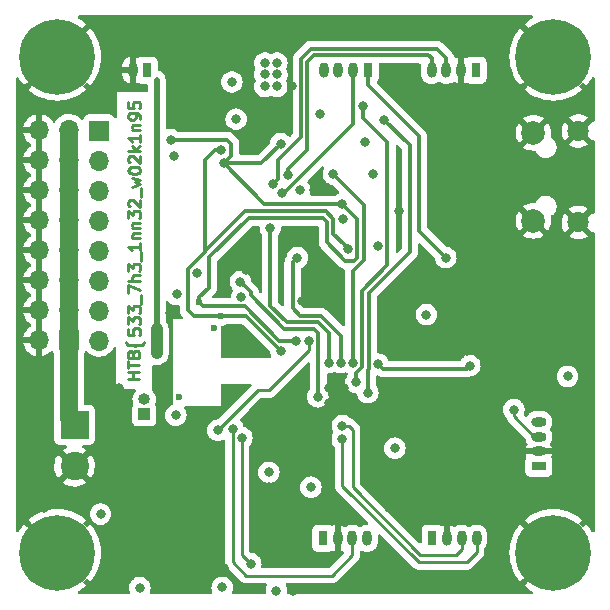
<source format=gbr>
G04 #@! TF.GenerationSoftware,KiCad,Pcbnew,(6.0.9)*
G04 #@! TF.CreationDate,2023-03-18T16:21:46+02:00*
G04 #@! TF.ProjectId,HadesMicro,48616465-734d-4696-9372-6f2e6b696361,rev?*
G04 #@! TF.SameCoordinates,Original*
G04 #@! TF.FileFunction,Copper,L4,Bot*
G04 #@! TF.FilePolarity,Positive*
%FSLAX46Y46*%
G04 Gerber Fmt 4.6, Leading zero omitted, Abs format (unit mm)*
G04 Created by KiCad (PCBNEW (6.0.9)) date 2023-03-18 16:21:46*
%MOMM*%
%LPD*%
G01*
G04 APERTURE LIST*
%ADD10C,0.250000*%
G04 #@! TA.AperFunction,NonConductor*
%ADD11C,0.250000*%
G04 #@! TD*
G04 #@! TA.AperFunction,ComponentPad*
%ADD12R,0.800000X1.300000*%
G04 #@! TD*
G04 #@! TA.AperFunction,ComponentPad*
%ADD13O,0.800000X1.300000*%
G04 #@! TD*
G04 #@! TA.AperFunction,ComponentPad*
%ADD14R,1.300000X0.800000*%
G04 #@! TD*
G04 #@! TA.AperFunction,ComponentPad*
%ADD15O,1.300000X0.800000*%
G04 #@! TD*
G04 #@! TA.AperFunction,ComponentPad*
%ADD16R,1.000000X1.000000*%
G04 #@! TD*
G04 #@! TA.AperFunction,ComponentPad*
%ADD17O,1.000000X1.000000*%
G04 #@! TD*
G04 #@! TA.AperFunction,ComponentPad*
%ADD18R,1.700000X1.700000*%
G04 #@! TD*
G04 #@! TA.AperFunction,ComponentPad*
%ADD19O,1.700000X1.700000*%
G04 #@! TD*
G04 #@! TA.AperFunction,ComponentPad*
%ADD20C,6.400000*%
G04 #@! TD*
G04 #@! TA.AperFunction,ComponentPad*
%ADD21C,0.800000*%
G04 #@! TD*
G04 #@! TA.AperFunction,ComponentPad*
%ADD22R,2.400000X2.400000*%
G04 #@! TD*
G04 #@! TA.AperFunction,ComponentPad*
%ADD23C,2.400000*%
G04 #@! TD*
G04 #@! TA.AperFunction,ComponentPad*
%ADD24C,1.800000*%
G04 #@! TD*
G04 #@! TA.AperFunction,ComponentPad*
%ADD25C,2.000000*%
G04 #@! TD*
G04 #@! TA.AperFunction,ViaPad*
%ADD26C,0.800000*%
G04 #@! TD*
G04 #@! TA.AperFunction,ViaPad*
%ADD27C,0.600000*%
G04 #@! TD*
G04 #@! TA.AperFunction,Conductor*
%ADD28C,0.350000*%
G04 #@! TD*
G04 #@! TA.AperFunction,Conductor*
%ADD29C,0.250000*%
G04 #@! TD*
G04 #@! TA.AperFunction,Conductor*
%ADD30C,1.000000*%
G04 #@! TD*
G04 #@! TA.AperFunction,Conductor*
%ADD31C,0.500000*%
G04 #@! TD*
G04 #@! TA.AperFunction,Conductor*
%ADD32C,1.500000*%
G04 #@! TD*
G04 APERTURE END LIST*
D10*
D11*
X30022380Y-47047142D02*
X30022380Y-47523333D01*
X30498571Y-47570952D01*
X30450952Y-47523333D01*
X30403333Y-47428095D01*
X30403333Y-47190000D01*
X30450952Y-47094761D01*
X30498571Y-47047142D01*
X30593809Y-46999523D01*
X30831904Y-46999523D01*
X30927142Y-47047142D01*
X30974761Y-47094761D01*
X31022380Y-47190000D01*
X31022380Y-47428095D01*
X30974761Y-47523333D01*
X30927142Y-47570952D01*
X30022380Y-46666190D02*
X30022380Y-46047142D01*
X30403333Y-46380476D01*
X30403333Y-46237619D01*
X30450952Y-46142380D01*
X30498571Y-46094761D01*
X30593809Y-46047142D01*
X30831904Y-46047142D01*
X30927142Y-46094761D01*
X30974761Y-46142380D01*
X31022380Y-46237619D01*
X31022380Y-46523333D01*
X30974761Y-46618571D01*
X30927142Y-46666190D01*
X30022380Y-45713809D02*
X30022380Y-45094761D01*
X30403333Y-45428095D01*
X30403333Y-45285238D01*
X30450952Y-45190000D01*
X30498571Y-45142380D01*
X30593809Y-45094761D01*
X30831904Y-45094761D01*
X30927142Y-45142380D01*
X30974761Y-45190000D01*
X31022380Y-45285238D01*
X31022380Y-45570952D01*
X30974761Y-45666190D01*
X30927142Y-45713809D01*
X31117619Y-44904285D02*
X31117619Y-44142380D01*
X30022380Y-43999523D02*
X30022380Y-43332857D01*
X31022380Y-43761428D01*
X31022380Y-42951904D02*
X30022380Y-42951904D01*
X31022380Y-42523333D02*
X30498571Y-42523333D01*
X30403333Y-42570952D01*
X30355714Y-42666190D01*
X30355714Y-42809047D01*
X30403333Y-42904285D01*
X30450952Y-42951904D01*
X30022380Y-42142380D02*
X30022380Y-41523333D01*
X30403333Y-41856666D01*
X30403333Y-41713809D01*
X30450952Y-41618571D01*
X30498571Y-41570952D01*
X30593809Y-41523333D01*
X30831904Y-41523333D01*
X30927142Y-41570952D01*
X30974761Y-41618571D01*
X31022380Y-41713809D01*
X31022380Y-41999523D01*
X30974761Y-42094761D01*
X30927142Y-42142380D01*
X31117619Y-41332857D02*
X31117619Y-40570952D01*
X31022380Y-39809047D02*
X31022380Y-40380476D01*
X31022380Y-40094761D02*
X30022380Y-40094761D01*
X30165238Y-40190000D01*
X30260476Y-40285238D01*
X30308095Y-40380476D01*
X30355714Y-39380476D02*
X31022380Y-39380476D01*
X30450952Y-39380476D02*
X30403333Y-39332857D01*
X30355714Y-39237619D01*
X30355714Y-39094761D01*
X30403333Y-38999523D01*
X30498571Y-38951904D01*
X31022380Y-38951904D01*
X30355714Y-38475714D02*
X31022380Y-38475714D01*
X30450952Y-38475714D02*
X30403333Y-38428095D01*
X30355714Y-38332857D01*
X30355714Y-38190000D01*
X30403333Y-38094761D01*
X30498571Y-38047142D01*
X31022380Y-38047142D01*
X30022380Y-37666190D02*
X30022380Y-37047142D01*
X30403333Y-37380476D01*
X30403333Y-37237619D01*
X30450952Y-37142380D01*
X30498571Y-37094761D01*
X30593809Y-37047142D01*
X30831904Y-37047142D01*
X30927142Y-37094761D01*
X30974761Y-37142380D01*
X31022380Y-37237619D01*
X31022380Y-37523333D01*
X30974761Y-37618571D01*
X30927142Y-37666190D01*
X30117619Y-36666190D02*
X30070000Y-36618571D01*
X30022380Y-36523333D01*
X30022380Y-36285238D01*
X30070000Y-36190000D01*
X30117619Y-36142380D01*
X30212857Y-36094761D01*
X30308095Y-36094761D01*
X30450952Y-36142380D01*
X31022380Y-36713809D01*
X31022380Y-36094761D01*
X31117619Y-35904285D02*
X31117619Y-35142380D01*
X30355714Y-34999523D02*
X31022380Y-34809047D01*
X30546190Y-34618571D01*
X31022380Y-34428095D01*
X30355714Y-34237619D01*
X30022380Y-33666190D02*
X30022380Y-33570952D01*
X30070000Y-33475714D01*
X30117619Y-33428095D01*
X30212857Y-33380476D01*
X30403333Y-33332857D01*
X30641428Y-33332857D01*
X30831904Y-33380476D01*
X30927142Y-33428095D01*
X30974761Y-33475714D01*
X31022380Y-33570952D01*
X31022380Y-33666190D01*
X30974761Y-33761428D01*
X30927142Y-33809047D01*
X30831904Y-33856666D01*
X30641428Y-33904285D01*
X30403333Y-33904285D01*
X30212857Y-33856666D01*
X30117619Y-33809047D01*
X30070000Y-33761428D01*
X30022380Y-33666190D01*
X30117619Y-32951904D02*
X30070000Y-32904285D01*
X30022380Y-32809047D01*
X30022380Y-32570952D01*
X30070000Y-32475714D01*
X30117619Y-32428095D01*
X30212857Y-32380476D01*
X30308095Y-32380476D01*
X30450952Y-32428095D01*
X31022380Y-32999523D01*
X31022380Y-32380476D01*
X31022380Y-31951904D02*
X30022380Y-31951904D01*
X30641428Y-31856666D02*
X31022380Y-31570952D01*
X30355714Y-31570952D02*
X30736666Y-31951904D01*
X31022380Y-30618571D02*
X31022380Y-31190000D01*
X31022380Y-30904285D02*
X30022380Y-30904285D01*
X30165238Y-30999523D01*
X30260476Y-31094761D01*
X30308095Y-31190000D01*
X30355714Y-30190000D02*
X31022380Y-30190000D01*
X30450952Y-30190000D02*
X30403333Y-30142380D01*
X30355714Y-30047142D01*
X30355714Y-29904285D01*
X30403333Y-29809047D01*
X30498571Y-29761428D01*
X31022380Y-29761428D01*
X31022380Y-29237619D02*
X31022380Y-29047142D01*
X30974761Y-28951904D01*
X30927142Y-28904285D01*
X30784285Y-28809047D01*
X30593809Y-28761428D01*
X30212857Y-28761428D01*
X30117619Y-28809047D01*
X30070000Y-28856666D01*
X30022380Y-28951904D01*
X30022380Y-29142380D01*
X30070000Y-29237619D01*
X30117619Y-29285238D01*
X30212857Y-29332857D01*
X30450952Y-29332857D01*
X30546190Y-29285238D01*
X30593809Y-29237619D01*
X30641428Y-29142380D01*
X30641428Y-28951904D01*
X30593809Y-28856666D01*
X30546190Y-28809047D01*
X30450952Y-28761428D01*
X30022380Y-27856666D02*
X30022380Y-28332857D01*
X30498571Y-28380476D01*
X30450952Y-28332857D01*
X30403333Y-28237619D01*
X30403333Y-27999523D01*
X30450952Y-27904285D01*
X30498571Y-27856666D01*
X30593809Y-27809047D01*
X30831904Y-27809047D01*
X30927142Y-27856666D01*
X30974761Y-27904285D01*
X31022380Y-27999523D01*
X31022380Y-28237619D01*
X30974761Y-28332857D01*
X30927142Y-28380476D01*
D10*
D11*
X30962380Y-51280000D02*
X29962380Y-51280000D01*
X30438571Y-51280000D02*
X30438571Y-50708571D01*
X30962380Y-50708571D02*
X29962380Y-50708571D01*
X29962380Y-50375238D02*
X29962380Y-49803809D01*
X30962380Y-50089523D02*
X29962380Y-50089523D01*
X30438571Y-49137142D02*
X30486190Y-48994285D01*
X30533809Y-48946666D01*
X30629047Y-48899047D01*
X30771904Y-48899047D01*
X30867142Y-48946666D01*
X30914761Y-48994285D01*
X30962380Y-49089523D01*
X30962380Y-49470476D01*
X29962380Y-49470476D01*
X29962380Y-49137142D01*
X30010000Y-49041904D01*
X30057619Y-48994285D01*
X30152857Y-48946666D01*
X30248095Y-48946666D01*
X30343333Y-48994285D01*
X30390952Y-49041904D01*
X30438571Y-49137142D01*
X30438571Y-49470476D01*
X31343333Y-48184761D02*
X31343333Y-48232380D01*
X31295714Y-48327619D01*
X31200476Y-48375238D01*
X30724285Y-48375238D01*
X30629047Y-48422857D01*
X30581428Y-48518095D01*
X30533809Y-48422857D01*
X30438571Y-48375238D01*
X29962380Y-48375238D01*
X29867142Y-48327619D01*
X29819523Y-48232380D01*
X29819523Y-48184761D01*
D12*
X46482000Y-64770000D03*
D13*
X47732000Y-64770000D03*
X48982000Y-64770000D03*
X50232000Y-64770000D03*
D12*
X55753000Y-64770000D03*
D13*
X57003000Y-64770000D03*
X58253000Y-64770000D03*
X59503000Y-64770000D03*
D14*
X64770000Y-58674000D03*
D15*
X64770000Y-57424000D03*
X64770000Y-56174000D03*
X64770000Y-54924000D03*
D16*
X31369000Y-54292500D03*
D17*
X31369000Y-53022500D03*
D18*
X25000000Y-48000000D03*
D19*
X22460000Y-48000000D03*
X25000000Y-45460000D03*
X22460000Y-45460000D03*
X25000000Y-42920000D03*
X22460000Y-42920000D03*
X25000000Y-40380000D03*
X22460000Y-40380000D03*
X25000000Y-37840000D03*
X22460000Y-37840000D03*
X25000000Y-35300000D03*
X22460000Y-35300000D03*
X25000000Y-32760000D03*
X22460000Y-32760000D03*
X25000000Y-30220000D03*
X22460000Y-30220000D03*
D18*
X27541220Y-30251400D03*
D19*
X27541220Y-32791400D03*
X27541220Y-35331400D03*
X27541220Y-37871400D03*
X27541220Y-40411400D03*
X27541220Y-42951400D03*
X27541220Y-45491400D03*
X27541220Y-48031400D03*
D12*
X50292000Y-25146000D03*
D13*
X49042000Y-25146000D03*
X47792000Y-25146000D03*
X46542000Y-25146000D03*
D12*
X31623000Y-25146000D03*
D13*
X30373000Y-25146000D03*
D20*
X24000000Y-66000000D03*
D21*
X24000000Y-63600000D03*
X24000000Y-68400000D03*
X22302944Y-67697056D03*
X21600000Y-66000000D03*
X26400000Y-66000000D03*
X22302944Y-64302944D03*
X25697056Y-64302944D03*
X25697056Y-67697056D03*
X66000000Y-68400000D03*
X68400000Y-66000000D03*
X64302944Y-67697056D03*
X67697056Y-67697056D03*
X63600000Y-66000000D03*
X67697056Y-64302944D03*
D20*
X66000000Y-66000000D03*
D21*
X66000000Y-63600000D03*
X64302944Y-64302944D03*
X64302944Y-25697056D03*
X64302944Y-22302944D03*
X63600000Y-24000000D03*
D20*
X66000000Y-24000000D03*
D21*
X67697056Y-25697056D03*
X66000000Y-26400000D03*
X68400000Y-24000000D03*
X66000000Y-21600000D03*
X67697056Y-22302944D03*
X25697056Y-22302944D03*
X25697056Y-25697056D03*
X24000000Y-21600000D03*
X26400000Y-24000000D03*
X22302944Y-25697056D03*
X22302944Y-22302944D03*
X21600000Y-24000000D03*
D20*
X24000000Y-24000000D03*
D21*
X24000000Y-26400000D03*
D12*
X59436000Y-25146000D03*
D13*
X58186000Y-25146000D03*
X56936000Y-25146000D03*
X55686000Y-25146000D03*
D22*
X25463500Y-55181500D03*
D23*
X25463500Y-58681500D03*
D24*
X68117000Y-30288000D03*
D25*
X64317000Y-30438000D03*
D24*
X68117000Y-38038000D03*
D25*
X64317000Y-37888000D03*
D26*
X41579800Y-24536400D03*
X38785800Y-26136600D03*
X41579800Y-25501600D03*
X41579800Y-26517600D03*
X42595800Y-24536400D03*
X42595800Y-25501600D03*
X42595800Y-26517600D03*
X35814000Y-42316400D03*
X45466000Y-60452000D03*
X50038000Y-31216600D03*
X44577000Y-35306000D03*
X27668500Y-62720500D03*
X50723800Y-33934400D03*
X67206000Y-51077000D03*
X33883600Y-32435800D03*
X51181000Y-40005000D03*
X34036000Y-54356000D03*
X42545000Y-69215000D03*
X48158400Y-37744400D03*
X34112200Y-44119800D03*
X52578000Y-57150000D03*
X39598600Y-44348400D03*
X41910000Y-59182000D03*
X30988000Y-68961000D03*
X39141400Y-29286200D03*
X37966400Y-68929000D03*
X55245000Y-45847000D03*
X46228000Y-28854400D03*
X42926000Y-31369000D03*
D27*
X36033900Y-44796900D03*
D26*
X33598800Y-31018800D03*
X48133000Y-36449000D03*
X44196000Y-48031400D03*
X38100000Y-33020000D03*
X37515800Y-21463000D03*
X36499800Y-21463000D03*
X39547800Y-21463000D03*
X60960000Y-62230000D03*
X40640000Y-21590000D03*
D27*
X58039000Y-34493200D03*
D26*
X50800000Y-21488400D03*
X46990000Y-53340000D03*
X43840400Y-26517600D03*
X52070000Y-62230000D03*
X57150000Y-68580000D03*
X59690000Y-41910000D03*
X53340000Y-60960000D03*
X36957000Y-60071000D03*
X52959000Y-37084000D03*
X58674000Y-48895000D03*
X55880000Y-68580000D03*
X58420000Y-21488400D03*
X38100000Y-67310000D03*
X63500000Y-40640000D03*
X48260000Y-53340000D03*
X41910000Y-21590000D03*
X41910000Y-60452000D03*
X67310000Y-40640000D03*
X62230000Y-59690000D03*
X45720000Y-21488400D03*
X60960000Y-59690000D03*
X57150000Y-21488400D03*
X68580000Y-32893000D03*
X53340000Y-62230000D03*
X52070000Y-60960000D03*
X46990000Y-52070000D03*
X62230000Y-62230000D03*
X68580000Y-40640000D03*
X48260000Y-52070000D03*
X46990000Y-54610000D03*
X66040000Y-40640000D03*
X59690000Y-29210000D03*
X29235400Y-23114000D03*
X33528000Y-45720000D03*
D27*
X34340800Y-52832000D03*
D26*
X58420000Y-43180000D03*
X45720000Y-35306000D03*
X58420000Y-29210000D03*
X62230000Y-60960000D03*
X38531800Y-21463000D03*
X63500000Y-62230000D03*
X50800000Y-68580000D03*
X58420000Y-30480000D03*
X50800000Y-55880000D03*
X50800000Y-54610000D03*
X21590000Y-62230000D03*
X59690000Y-30480000D03*
X57150000Y-29210000D03*
X60960000Y-60960000D03*
X29235400Y-25146000D03*
X27940000Y-52070000D03*
X41910000Y-57912000D03*
X68580000Y-57150000D03*
X57150000Y-30480000D03*
X68580000Y-35560000D03*
X57150000Y-31750000D03*
X29235400Y-24130000D03*
D27*
X29464000Y-62484000D03*
D26*
X49555400Y-21488400D03*
X36957000Y-58801000D03*
X43942000Y-69215000D03*
X31750000Y-67310000D03*
X40005000Y-42082000D03*
X68580000Y-55880000D03*
X26670000Y-52070000D03*
X46990000Y-21488400D03*
X48260000Y-68580000D03*
X62230000Y-40640000D03*
X59690000Y-43180000D03*
X52578000Y-59944000D03*
X59690000Y-68580000D03*
X55880000Y-21488400D03*
X68580000Y-50927000D03*
X33020000Y-67310000D03*
X43180000Y-21590000D03*
X68580000Y-34290000D03*
X30480000Y-67310000D03*
X49530000Y-68580000D03*
X55880000Y-30480000D03*
X44704000Y-44704000D03*
X54610000Y-29210000D03*
X68580000Y-54610000D03*
X48260000Y-21488400D03*
X60960000Y-41910000D03*
D27*
X37287200Y-46990000D03*
D26*
X55880000Y-31750000D03*
X22860000Y-62230000D03*
X38811200Y-47117000D03*
X58420000Y-68580000D03*
X45720000Y-54610000D03*
X66264000Y-32863000D03*
X36957000Y-57531000D03*
X55880000Y-29210000D03*
X68580000Y-58420000D03*
X42672000Y-54356000D03*
X29210000Y-52070000D03*
X44450000Y-54610000D03*
X64770000Y-40640000D03*
X58420000Y-41910000D03*
D27*
X37846000Y-45974000D03*
D26*
X37846000Y-31877000D03*
X48641000Y-40259000D03*
X42926000Y-48920400D03*
X46064001Y-52795001D03*
X39497000Y-43053202D03*
X32419000Y-48107600D03*
X32419000Y-47083000D03*
X32419000Y-49115000D03*
X58928000Y-50165000D03*
X51181000Y-50038000D03*
X48133000Y-55245000D03*
X48133000Y-56388000D03*
X62661800Y-53873400D03*
X40386000Y-66929000D03*
X39624000Y-56261000D03*
X46990000Y-49911000D03*
X42037000Y-38481000D03*
X48006000Y-49911000D03*
X44323000Y-41021000D03*
X49022000Y-49911000D03*
X47371000Y-33939000D03*
X38862000Y-55499000D03*
X49276000Y-51562000D03*
X49911000Y-28194000D03*
X51689000Y-29337000D03*
X50292000Y-52451000D03*
X56896000Y-41021000D03*
X43053000Y-35560000D03*
X42291000Y-34798000D03*
X43561000Y-34036000D03*
X37592000Y-55626000D03*
X45339000Y-48031400D03*
D28*
X48133000Y-36449000D02*
X48133000Y-36449000D01*
X38735000Y-31369000D02*
X38735000Y-32385000D01*
X49416001Y-37732001D02*
X49403000Y-37719000D01*
X36333899Y-45096899D02*
X36033900Y-44796900D01*
X46833389Y-39721389D02*
X48387000Y-41275000D01*
X42814830Y-48031400D02*
X39906831Y-45123401D01*
X33598800Y-31018800D02*
X38384800Y-31018800D01*
X38100000Y-33020000D02*
X41529000Y-36449000D01*
X49403000Y-37719000D02*
X48133000Y-36449000D01*
X49416001Y-41007999D02*
X49416001Y-37732001D01*
X36033900Y-44796900D02*
X36033900Y-44372636D01*
X40216990Y-37634010D02*
X46508180Y-37634010D01*
X36848614Y-41002386D02*
X40216990Y-37634010D01*
X39906831Y-45123401D02*
X36360401Y-45123401D01*
X36033900Y-44372636D02*
X36848614Y-43557922D01*
X46508180Y-37634010D02*
X46833389Y-37959219D01*
X38735000Y-32385000D02*
X38100000Y-33020000D01*
X48387000Y-41275000D02*
X49149000Y-41275000D01*
X41529000Y-36449000D02*
X48133000Y-36449000D01*
X46833389Y-37959219D02*
X46833389Y-39721389D01*
X44196000Y-48031400D02*
X42814830Y-48031400D01*
X38100000Y-33020000D02*
X41275000Y-33020000D01*
X36848614Y-43557922D02*
X36848614Y-41002386D01*
X38384800Y-31018800D02*
X38735000Y-31369000D01*
X36360401Y-45123401D02*
X36333899Y-45096899D01*
X41275000Y-33020000D02*
X42926000Y-31369000D01*
X49149000Y-41275000D02*
X49416001Y-41007999D01*
D29*
X63488400Y-21488400D02*
X64302944Y-22302944D01*
X58420000Y-21488400D02*
X63488400Y-21488400D01*
X42926000Y-48920400D02*
X42926000Y-48920400D01*
D28*
X48641000Y-40259000D02*
X48641000Y-40259000D01*
X37846000Y-31877000D02*
X37846000Y-31877000D01*
X39878000Y-37084000D02*
X46736000Y-37084000D01*
X35038999Y-42688401D02*
X35038999Y-41944399D01*
X37338000Y-31877000D02*
X37846000Y-31877000D01*
X36470398Y-33168398D02*
X36470398Y-32744602D01*
X46736000Y-37084000D02*
X47383399Y-37731399D01*
X48241001Y-39859001D02*
X48641000Y-40259000D01*
X39979600Y-45974000D02*
X42926000Y-48920400D01*
X36470398Y-40491602D02*
X39878000Y-37084000D01*
X47383399Y-39001399D02*
X48241001Y-39859001D01*
X35560000Y-45974000D02*
X35052000Y-45466000D01*
X37846000Y-45974000D02*
X39979600Y-45974000D01*
X36470398Y-32744602D02*
X37338000Y-31877000D01*
X36470398Y-40513000D02*
X36470398Y-40491602D01*
X37846000Y-45974000D02*
X35560000Y-45974000D01*
X35052000Y-42701402D02*
X35038999Y-42688401D01*
X35038999Y-41944399D02*
X36470398Y-40513000D01*
X36470398Y-40513000D02*
X36470398Y-33168398D01*
X35052000Y-45466000D02*
X35052000Y-42701402D01*
X47383399Y-37731399D02*
X47383399Y-39001399D01*
D29*
X46064001Y-52795001D02*
X46064001Y-52795001D01*
D28*
X46114001Y-47384001D02*
X45762010Y-47032010D01*
X45762010Y-47032010D02*
X43206179Y-47032010D01*
X46114001Y-52179316D02*
X46114001Y-47384001D01*
X40373601Y-44199432D02*
X40373601Y-43929803D01*
X43206179Y-47032010D02*
X40373601Y-44199432D01*
X40373601Y-43929803D02*
X39896999Y-43453201D01*
X39896999Y-43453201D02*
X39497000Y-43053202D01*
X46064001Y-52229316D02*
X46114001Y-52179316D01*
X46064001Y-52795001D02*
X46064001Y-52229316D01*
D30*
X32419000Y-49115000D02*
X32419000Y-48107600D01*
D31*
X32419000Y-47083000D02*
X32419000Y-25942000D01*
D30*
X32419000Y-48107600D02*
X32419000Y-47083000D01*
D28*
X58928000Y-50165000D02*
X58928000Y-50165000D01*
X58655001Y-50437999D02*
X58928000Y-50165000D01*
X51181000Y-50038000D02*
X51580999Y-50437999D01*
X51580999Y-50437999D02*
X58655001Y-50437999D01*
D29*
X49022000Y-60452000D02*
X54737000Y-66167000D01*
X49022000Y-55568315D02*
X49022000Y-60452000D01*
X48133000Y-55245000D02*
X48698685Y-55245000D01*
X48698685Y-55245000D02*
X49022000Y-55568315D01*
X58253000Y-65670000D02*
X58253000Y-64770000D01*
X54737000Y-66167000D02*
X57756000Y-66167000D01*
X57756000Y-66167000D02*
X58253000Y-65670000D01*
X48133000Y-60325000D02*
X54610000Y-66802000D01*
X48133000Y-56388000D02*
X48133000Y-60325000D01*
X54610000Y-66802000D02*
X58674000Y-66802000D01*
X59503000Y-65973000D02*
X59503000Y-64770000D01*
X58674000Y-66802000D02*
X59503000Y-65973000D01*
X62661800Y-54439085D02*
X64396715Y-56174000D01*
X62661800Y-53873400D02*
X62661800Y-54439085D01*
X64396715Y-56174000D02*
X64770000Y-56174000D01*
X40386000Y-66929000D02*
X40386000Y-66929000D01*
X39624000Y-56261000D02*
X39624000Y-66167000D01*
X39624000Y-66167000D02*
X40386000Y-66929000D01*
D28*
X43434000Y-46482000D02*
X42037000Y-45085000D01*
X46990000Y-49911000D02*
X46990000Y-47400480D01*
X42037000Y-45085000D02*
X42037000Y-40889998D01*
X46990000Y-47400480D02*
X46071520Y-46482000D01*
X42037000Y-40889998D02*
X42037000Y-38481000D01*
X46071520Y-46482000D02*
X43434000Y-46482000D01*
X44534990Y-45931990D02*
X43923001Y-45320001D01*
X43923001Y-45320001D02*
X43923001Y-41420999D01*
X46299341Y-45931990D02*
X44534990Y-45931990D01*
X48006000Y-49911000D02*
X48006000Y-47638650D01*
X43923001Y-41420999D02*
X44323000Y-41021000D01*
X48006000Y-47638650D02*
X46299341Y-45931990D01*
D32*
X25000000Y-35300000D02*
X25000000Y-32760000D01*
X25000000Y-42920000D02*
X25000000Y-40380000D01*
X25000000Y-45460000D02*
X25000000Y-42920000D01*
X25000000Y-40380000D02*
X25000000Y-37840000D01*
X25000000Y-48000000D02*
X25000000Y-45460000D01*
X25463500Y-55181500D02*
X25000000Y-54718000D01*
X25000000Y-32760000D02*
X25000000Y-30220000D01*
X25000000Y-54718000D02*
X25000000Y-48000000D01*
X25000000Y-37840000D02*
X25000000Y-35300000D01*
D28*
X49966011Y-41235820D02*
X49966011Y-36534011D01*
X47770999Y-34338999D02*
X47371000Y-33939000D01*
X49022000Y-49911000D02*
X49022000Y-42179830D01*
X49022000Y-42179830D02*
X49966011Y-41235820D01*
X49966011Y-36534011D02*
X47770999Y-34338999D01*
D29*
X47244000Y-67945000D02*
X48982000Y-66207000D01*
X38862000Y-55499000D02*
X38862000Y-66802000D01*
X40005000Y-67945000D02*
X47244000Y-67945000D01*
X38862000Y-66802000D02*
X40005000Y-67945000D01*
X48982000Y-66207000D02*
X48982000Y-64770000D01*
D28*
X49276000Y-50795998D02*
X49797001Y-50274997D01*
X49911000Y-29210000D02*
X49911000Y-28194000D01*
X49276000Y-51562000D02*
X49276000Y-50795998D01*
X49797001Y-43828001D02*
X51956001Y-41669001D01*
X51956001Y-31255001D02*
X49911000Y-29210000D01*
X51956001Y-41669001D02*
X51956001Y-31255001D01*
X49797001Y-50274997D02*
X49797001Y-43828001D01*
X51689000Y-29337000D02*
X51689000Y-29337000D01*
X50292000Y-52451000D02*
X50292000Y-50557829D01*
X53848000Y-31496000D02*
X51689000Y-29337000D01*
X50405999Y-43996833D02*
X53848000Y-40554832D01*
X50292000Y-50557829D02*
X50405999Y-50443830D01*
X53848000Y-40554832D02*
X53848000Y-31496000D01*
X50405999Y-50443830D02*
X50405999Y-43996833D01*
X54610000Y-30734000D02*
X50292000Y-26416000D01*
X54610000Y-38735000D02*
X54610000Y-30734000D01*
X50292000Y-26416000D02*
X50292000Y-25146000D01*
X56896000Y-41021000D02*
X54610000Y-38735000D01*
X49042000Y-29693998D02*
X49042000Y-26146000D01*
X43053000Y-35560000D02*
X43175998Y-35560000D01*
X43175998Y-35560000D02*
X49042000Y-29693998D01*
X49042000Y-26146000D02*
X49042000Y-25146000D01*
X42690999Y-32751003D02*
X44615401Y-30826601D01*
X56936000Y-24146000D02*
X56936000Y-25146000D01*
X42690999Y-34398001D02*
X42690999Y-32751003D01*
X44615401Y-24202768D02*
X45492179Y-23325990D01*
X44615401Y-30826601D02*
X44615401Y-24202768D01*
X45492179Y-23325990D02*
X56115990Y-23325990D01*
X56115990Y-23325990D02*
X56936000Y-24146000D01*
X42291000Y-34798000D02*
X42690999Y-34398001D01*
X45165411Y-24430589D02*
X45720000Y-23876000D01*
X55416000Y-23876000D02*
X55686000Y-24146000D01*
X55686000Y-24146000D02*
X55686000Y-25146000D01*
X43561000Y-33470315D02*
X45165411Y-31865904D01*
X43561000Y-34036000D02*
X43561000Y-33470315D01*
X45720000Y-23876000D02*
X55416000Y-23876000D01*
X45165411Y-31865904D02*
X45165411Y-24430589D01*
D29*
X45339000Y-48031400D02*
X45339000Y-48031400D01*
X37592000Y-55626000D02*
X40970200Y-52247800D01*
X41960800Y-52247800D02*
X45339000Y-48869600D01*
X40970200Y-52247800D02*
X41960800Y-52247800D01*
X45339000Y-48869600D02*
X45339000Y-48031400D01*
G04 #@! TA.AperFunction,Conductor*
G36*
X64228176Y-20528502D02*
G01*
X64274669Y-20582158D01*
X64284773Y-20652432D01*
X64255279Y-20717012D01*
X64217258Y-20746767D01*
X64146397Y-20782872D01*
X64140687Y-20786169D01*
X63820265Y-20994253D01*
X63814939Y-20998123D01*
X63576165Y-21191478D01*
X63567700Y-21203733D01*
X63574034Y-21214824D01*
X67150376Y-24791166D01*
X67184402Y-24853478D01*
X67179337Y-24924293D01*
X67135343Y-24982196D01*
X67092941Y-25013004D01*
X67085803Y-25018190D01*
X66972420Y-25144115D01*
X66911974Y-25181354D01*
X66840990Y-25180002D01*
X66789689Y-25148899D01*
X66012812Y-24372022D01*
X65998868Y-24364408D01*
X65997035Y-24364539D01*
X65990420Y-24368790D01*
X65210311Y-25148899D01*
X65147999Y-25182925D01*
X65077184Y-25177860D01*
X65027580Y-25144115D01*
X64914197Y-25018190D01*
X64907059Y-25013004D01*
X64864657Y-24982196D01*
X64821304Y-24925974D01*
X64815229Y-24855237D01*
X64849624Y-24791166D01*
X65627978Y-24012812D01*
X65635592Y-23998868D01*
X65635461Y-23997035D01*
X65631210Y-23990420D01*
X63215690Y-21574900D01*
X63202614Y-21567759D01*
X63192247Y-21575216D01*
X62998123Y-21814939D01*
X62994253Y-21820265D01*
X62786169Y-22140687D01*
X62782872Y-22146397D01*
X62609422Y-22486811D01*
X62606740Y-22492836D01*
X62469829Y-22849502D01*
X62467788Y-22855784D01*
X62368906Y-23224816D01*
X62367535Y-23231266D01*
X62307766Y-23608629D01*
X62307080Y-23615167D01*
X62287084Y-23996699D01*
X62287084Y-24003301D01*
X62307080Y-24384833D01*
X62307766Y-24391371D01*
X62367535Y-24768734D01*
X62368906Y-24775184D01*
X62467788Y-25144216D01*
X62469829Y-25150498D01*
X62606740Y-25507164D01*
X62609422Y-25513189D01*
X62782872Y-25853603D01*
X62786169Y-25859313D01*
X62994253Y-26179735D01*
X62998123Y-26185061D01*
X63191478Y-26423835D01*
X63203733Y-26432300D01*
X63214824Y-26425966D01*
X63395577Y-26245213D01*
X63457889Y-26211187D01*
X63528704Y-26216252D01*
X63578307Y-26249997D01*
X63691691Y-26375922D01*
X63697037Y-26379806D01*
X63697038Y-26379807D01*
X63741231Y-26411916D01*
X63784584Y-26468138D01*
X63790659Y-26538875D01*
X63756264Y-26602946D01*
X63574900Y-26784310D01*
X63567759Y-26797386D01*
X63575216Y-26807753D01*
X63814935Y-27001874D01*
X63820272Y-27005751D01*
X64140685Y-27213830D01*
X64146394Y-27217127D01*
X64486811Y-27390578D01*
X64492836Y-27393260D01*
X64849502Y-27530171D01*
X64855784Y-27532212D01*
X65224816Y-27631094D01*
X65231266Y-27632465D01*
X65608629Y-27692234D01*
X65615167Y-27692920D01*
X65996699Y-27712916D01*
X66003301Y-27712916D01*
X66384833Y-27692920D01*
X66391371Y-27692234D01*
X66768734Y-27632465D01*
X66775184Y-27631094D01*
X67144216Y-27532212D01*
X67150498Y-27530171D01*
X67507164Y-27393260D01*
X67513189Y-27390578D01*
X67853606Y-27217127D01*
X67859315Y-27213830D01*
X68179728Y-27005751D01*
X68185065Y-27001874D01*
X68423835Y-26808522D01*
X68432300Y-26796267D01*
X68425966Y-26785176D01*
X68243736Y-26602946D01*
X68209710Y-26540634D01*
X68214775Y-26469819D01*
X68258769Y-26411916D01*
X68302962Y-26379807D01*
X68302963Y-26379806D01*
X68308309Y-26375922D01*
X68421693Y-26249997D01*
X68482138Y-26212758D01*
X68553122Y-26214110D01*
X68604423Y-26245213D01*
X68784310Y-26425100D01*
X68797386Y-26432241D01*
X68807753Y-26424784D01*
X69001877Y-26185061D01*
X69005747Y-26179735D01*
X69213831Y-25859313D01*
X69217128Y-25853603D01*
X69253233Y-25782742D01*
X69301981Y-25731127D01*
X69370896Y-25714061D01*
X69438098Y-25736962D01*
X69482250Y-25792559D01*
X69491500Y-25839945D01*
X69491500Y-29405025D01*
X69471498Y-29473146D01*
X69417842Y-29519639D01*
X69347568Y-29529743D01*
X69283274Y-29500497D01*
X69275538Y-29493835D01*
X69265973Y-29498238D01*
X68489021Y-30275189D01*
X68481408Y-30289132D01*
X68481539Y-30290966D01*
X68485790Y-30297580D01*
X69263307Y-31075096D01*
X69275313Y-31081652D01*
X69289010Y-31071188D01*
X69355285Y-31045729D01*
X69424803Y-31060142D01*
X69475493Y-31109852D01*
X69491500Y-31171314D01*
X69491500Y-37155025D01*
X69471498Y-37223146D01*
X69417842Y-37269639D01*
X69347568Y-37279743D01*
X69283274Y-37250497D01*
X69275538Y-37243835D01*
X69265973Y-37248238D01*
X68489021Y-38025189D01*
X68481408Y-38039132D01*
X68481539Y-38040966D01*
X68485790Y-38047580D01*
X69263307Y-38825096D01*
X69275313Y-38831652D01*
X69289010Y-38821188D01*
X69355285Y-38795729D01*
X69424803Y-38810142D01*
X69475493Y-38859852D01*
X69491500Y-38921314D01*
X69491500Y-64160055D01*
X69471498Y-64228176D01*
X69417842Y-64274669D01*
X69347568Y-64284773D01*
X69282988Y-64255279D01*
X69253233Y-64217258D01*
X69217128Y-64146397D01*
X69213831Y-64140687D01*
X69005747Y-63820265D01*
X69001877Y-63814939D01*
X68808522Y-63576165D01*
X68796267Y-63567700D01*
X68785176Y-63574034D01*
X68604423Y-63754787D01*
X68542111Y-63788813D01*
X68471296Y-63783748D01*
X68421692Y-63750003D01*
X68406169Y-63732763D01*
X68308309Y-63624078D01*
X68302962Y-63620193D01*
X68258769Y-63588084D01*
X68215416Y-63531862D01*
X68209341Y-63461125D01*
X68243736Y-63397054D01*
X68425100Y-63215690D01*
X68432241Y-63202614D01*
X68424784Y-63192247D01*
X68185065Y-62998126D01*
X68179728Y-62994249D01*
X67859315Y-62786170D01*
X67853606Y-62782873D01*
X67513189Y-62609422D01*
X67507164Y-62606740D01*
X67150498Y-62469829D01*
X67144216Y-62467788D01*
X66775184Y-62368906D01*
X66768734Y-62367535D01*
X66391371Y-62307766D01*
X66384833Y-62307080D01*
X66003301Y-62287084D01*
X65996699Y-62287084D01*
X65615167Y-62307080D01*
X65608629Y-62307766D01*
X65231266Y-62367535D01*
X65224816Y-62368906D01*
X64855784Y-62467788D01*
X64849502Y-62469829D01*
X64492836Y-62606740D01*
X64486811Y-62609422D01*
X64146397Y-62782872D01*
X64140687Y-62786169D01*
X63820265Y-62994253D01*
X63814939Y-62998123D01*
X63576165Y-63191478D01*
X63567700Y-63203733D01*
X63574034Y-63214824D01*
X65987188Y-65627978D01*
X66001132Y-65635592D01*
X66002965Y-65635461D01*
X66009580Y-65631210D01*
X66789689Y-64851101D01*
X66852001Y-64817075D01*
X66922816Y-64822140D01*
X66972419Y-64855885D01*
X67085803Y-64981810D01*
X67091149Y-64985694D01*
X67091150Y-64985695D01*
X67135343Y-65017804D01*
X67178696Y-65074026D01*
X67184771Y-65144763D01*
X67150376Y-65208834D01*
X65210311Y-67148899D01*
X65147999Y-67182925D01*
X65077184Y-67177860D01*
X65027580Y-67144115D01*
X65010556Y-67125208D01*
X64914197Y-67018190D01*
X64899389Y-67007431D01*
X64864657Y-66982196D01*
X64821304Y-66925974D01*
X64815229Y-66855237D01*
X64849624Y-66791166D01*
X65627978Y-66012812D01*
X65635592Y-65998868D01*
X65635461Y-65997035D01*
X65631210Y-65990420D01*
X63215690Y-63574900D01*
X63202614Y-63567759D01*
X63192247Y-63575216D01*
X62998123Y-63814939D01*
X62994253Y-63820265D01*
X62786169Y-64140687D01*
X62782872Y-64146397D01*
X62609422Y-64486811D01*
X62606740Y-64492836D01*
X62469829Y-64849502D01*
X62467788Y-64855784D01*
X62368906Y-65224816D01*
X62367535Y-65231266D01*
X62307766Y-65608629D01*
X62307080Y-65615167D01*
X62287084Y-65996699D01*
X62287084Y-66003301D01*
X62307080Y-66384833D01*
X62307766Y-66391371D01*
X62367535Y-66768734D01*
X62368906Y-66775184D01*
X62467788Y-67144216D01*
X62469829Y-67150498D01*
X62606740Y-67507164D01*
X62609422Y-67513189D01*
X62782872Y-67853603D01*
X62786169Y-67859313D01*
X62994253Y-68179735D01*
X62998123Y-68185061D01*
X63191478Y-68423835D01*
X63203733Y-68432300D01*
X63214824Y-68425966D01*
X63395577Y-68245213D01*
X63457889Y-68211187D01*
X63528704Y-68216252D01*
X63578307Y-68249997D01*
X63691691Y-68375922D01*
X63697037Y-68379806D01*
X63697038Y-68379807D01*
X63741231Y-68411916D01*
X63784584Y-68468138D01*
X63790659Y-68538875D01*
X63756264Y-68602946D01*
X63574900Y-68784310D01*
X63567759Y-68797386D01*
X63575216Y-68807753D01*
X63814935Y-69001874D01*
X63820272Y-69005751D01*
X64140685Y-69213830D01*
X64146394Y-69217126D01*
X64217257Y-69253233D01*
X64268872Y-69301981D01*
X64285938Y-69370896D01*
X64263037Y-69438098D01*
X64207440Y-69482250D01*
X64160054Y-69491500D01*
X43569380Y-69491500D01*
X43501259Y-69471498D01*
X43454766Y-69417842D01*
X43444070Y-69352329D01*
X43444571Y-69347568D01*
X43458504Y-69215000D01*
X43438542Y-69025072D01*
X43379527Y-68843444D01*
X43358921Y-68807753D01*
X43335681Y-68767500D01*
X43318943Y-68698504D01*
X43342164Y-68631413D01*
X43397971Y-68587526D01*
X43444800Y-68578500D01*
X47165233Y-68578500D01*
X47176416Y-68579027D01*
X47183909Y-68580702D01*
X47191835Y-68580453D01*
X47191836Y-68580453D01*
X47251986Y-68578562D01*
X47255945Y-68578500D01*
X47283856Y-68578500D01*
X47287791Y-68578003D01*
X47287856Y-68577995D01*
X47299693Y-68577062D01*
X47331951Y-68576048D01*
X47335970Y-68575922D01*
X47343889Y-68575673D01*
X47363343Y-68570021D01*
X47382700Y-68566013D01*
X47394930Y-68564468D01*
X47394931Y-68564468D01*
X47402797Y-68563474D01*
X47410168Y-68560555D01*
X47410170Y-68560555D01*
X47443912Y-68547196D01*
X47455142Y-68543351D01*
X47489983Y-68533229D01*
X47489984Y-68533229D01*
X47497593Y-68531018D01*
X47504412Y-68526985D01*
X47504417Y-68526983D01*
X47515028Y-68520707D01*
X47532776Y-68512012D01*
X47551617Y-68504552D01*
X47587387Y-68478564D01*
X47597307Y-68472048D01*
X47628535Y-68453580D01*
X47628538Y-68453578D01*
X47635362Y-68449542D01*
X47649683Y-68435221D01*
X47664717Y-68422380D01*
X47666431Y-68421135D01*
X47681107Y-68410472D01*
X47709298Y-68376395D01*
X47717288Y-68367616D01*
X49374247Y-66710657D01*
X49382537Y-66703113D01*
X49389018Y-66699000D01*
X49435659Y-66649332D01*
X49438413Y-66646491D01*
X49458134Y-66626770D01*
X49460612Y-66623575D01*
X49468318Y-66614553D01*
X49493158Y-66588101D01*
X49498586Y-66582321D01*
X49508346Y-66564568D01*
X49519199Y-66548045D01*
X49526753Y-66538306D01*
X49531613Y-66532041D01*
X49549176Y-66491457D01*
X49554383Y-66480827D01*
X49575695Y-66442060D01*
X49577666Y-66434383D01*
X49577668Y-66434378D01*
X49580732Y-66422442D01*
X49587138Y-66403730D01*
X49592033Y-66392419D01*
X49595181Y-66385145D01*
X49596421Y-66377317D01*
X49596423Y-66377310D01*
X49602099Y-66341476D01*
X49604505Y-66329856D01*
X49613528Y-66294711D01*
X49613528Y-66294710D01*
X49615500Y-66287030D01*
X49615500Y-66266776D01*
X49617051Y-66247065D01*
X49618980Y-66234886D01*
X49620220Y-66227057D01*
X49616059Y-66183038D01*
X49615500Y-66171181D01*
X49615500Y-65934017D01*
X49635502Y-65865896D01*
X49689158Y-65819403D01*
X49759432Y-65809299D01*
X49792749Y-65818910D01*
X49915961Y-65873767D01*
X49949712Y-65888794D01*
X50043112Y-65908647D01*
X50130056Y-65927128D01*
X50130061Y-65927128D01*
X50136513Y-65928500D01*
X50327487Y-65928500D01*
X50333939Y-65927128D01*
X50333944Y-65927128D01*
X50420888Y-65908647D01*
X50514288Y-65888794D01*
X50535864Y-65879188D01*
X50682722Y-65813803D01*
X50682724Y-65813802D01*
X50688752Y-65811118D01*
X50719688Y-65788642D01*
X50744157Y-65770864D01*
X50843253Y-65698866D01*
X50872211Y-65666705D01*
X50966621Y-65561852D01*
X50966625Y-65561847D01*
X50971040Y-65556944D01*
X51066527Y-65391556D01*
X51125542Y-65209928D01*
X51127740Y-65189020D01*
X51139649Y-65075707D01*
X51140500Y-65067610D01*
X51140500Y-64532594D01*
X51160502Y-64464473D01*
X51214158Y-64417980D01*
X51284432Y-64407876D01*
X51349012Y-64437370D01*
X51355595Y-64443499D01*
X54106343Y-67194247D01*
X54113887Y-67202537D01*
X54118000Y-67209018D01*
X54123777Y-67214443D01*
X54167667Y-67255658D01*
X54170509Y-67258413D01*
X54190230Y-67278134D01*
X54193425Y-67280612D01*
X54202447Y-67288318D01*
X54234679Y-67318586D01*
X54241628Y-67322406D01*
X54252432Y-67328346D01*
X54268956Y-67339199D01*
X54284959Y-67351613D01*
X54325543Y-67369176D01*
X54336173Y-67374383D01*
X54374940Y-67395695D01*
X54382617Y-67397666D01*
X54382622Y-67397668D01*
X54394558Y-67400732D01*
X54413266Y-67407137D01*
X54431855Y-67415181D01*
X54439683Y-67416421D01*
X54439690Y-67416423D01*
X54475524Y-67422099D01*
X54487144Y-67424505D01*
X54518959Y-67432673D01*
X54529970Y-67435500D01*
X54550224Y-67435500D01*
X54569934Y-67437051D01*
X54589943Y-67440220D01*
X54597835Y-67439474D01*
X54616580Y-67437702D01*
X54633962Y-67436059D01*
X54645819Y-67435500D01*
X58595233Y-67435500D01*
X58606416Y-67436027D01*
X58613909Y-67437702D01*
X58621835Y-67437453D01*
X58621836Y-67437453D01*
X58681986Y-67435562D01*
X58685945Y-67435500D01*
X58713856Y-67435500D01*
X58717791Y-67435003D01*
X58717856Y-67434995D01*
X58729693Y-67434062D01*
X58761951Y-67433048D01*
X58765970Y-67432922D01*
X58773889Y-67432673D01*
X58793343Y-67427021D01*
X58812700Y-67423013D01*
X58824930Y-67421468D01*
X58824931Y-67421468D01*
X58832797Y-67420474D01*
X58840168Y-67417555D01*
X58840170Y-67417555D01*
X58873912Y-67404196D01*
X58885142Y-67400351D01*
X58919983Y-67390229D01*
X58919984Y-67390229D01*
X58927593Y-67388018D01*
X58934412Y-67383985D01*
X58934417Y-67383983D01*
X58945028Y-67377707D01*
X58962776Y-67369012D01*
X58981617Y-67361552D01*
X59001987Y-67346753D01*
X59017387Y-67335564D01*
X59027307Y-67329048D01*
X59058535Y-67310580D01*
X59058538Y-67310578D01*
X59065362Y-67306542D01*
X59079683Y-67292221D01*
X59094717Y-67279380D01*
X59096432Y-67278134D01*
X59111107Y-67267472D01*
X59116158Y-67261367D01*
X59116163Y-67261362D01*
X59139299Y-67233396D01*
X59147287Y-67224618D01*
X59895253Y-66476652D01*
X59903539Y-66469112D01*
X59910018Y-66465000D01*
X59956644Y-66415348D01*
X59959398Y-66412507D01*
X59979135Y-66392770D01*
X59981615Y-66389573D01*
X59989320Y-66380551D01*
X60019586Y-66348321D01*
X60023405Y-66341375D01*
X60023407Y-66341372D01*
X60029348Y-66330566D01*
X60040199Y-66314047D01*
X60047758Y-66304301D01*
X60052614Y-66298041D01*
X60055759Y-66290772D01*
X60055762Y-66290768D01*
X60070174Y-66257463D01*
X60075391Y-66246813D01*
X60096695Y-66208060D01*
X60101733Y-66188437D01*
X60108137Y-66169734D01*
X60113033Y-66158420D01*
X60113033Y-66158419D01*
X60116181Y-66151145D01*
X60117420Y-66143322D01*
X60117423Y-66143312D01*
X60123099Y-66107476D01*
X60125505Y-66095856D01*
X60134528Y-66060711D01*
X60134528Y-66060710D01*
X60136500Y-66053030D01*
X60136500Y-66032776D01*
X60138051Y-66013065D01*
X60139598Y-66003301D01*
X60141220Y-65993057D01*
X60137059Y-65949038D01*
X60136500Y-65937181D01*
X60136500Y-65722524D01*
X60156502Y-65654403D01*
X60168858Y-65638221D01*
X60242040Y-65556944D01*
X60337527Y-65391556D01*
X60396542Y-65209928D01*
X60398740Y-65189020D01*
X60410649Y-65075707D01*
X60411500Y-65067610D01*
X60411500Y-64472390D01*
X60396542Y-64330072D01*
X60337527Y-64148444D01*
X60333049Y-64140687D01*
X60261949Y-64017540D01*
X60242040Y-63983056D01*
X60231686Y-63971556D01*
X60118675Y-63846045D01*
X60118674Y-63846044D01*
X60114253Y-63841134D01*
X59995407Y-63754787D01*
X59965094Y-63732763D01*
X59965093Y-63732762D01*
X59959752Y-63728882D01*
X59953724Y-63726198D01*
X59953722Y-63726197D01*
X59791319Y-63653891D01*
X59791318Y-63653891D01*
X59785288Y-63651206D01*
X59657662Y-63624078D01*
X59604944Y-63612872D01*
X59604939Y-63612872D01*
X59598487Y-63611500D01*
X59407513Y-63611500D01*
X59401061Y-63612872D01*
X59401056Y-63612872D01*
X59348338Y-63624078D01*
X59220712Y-63651206D01*
X59214682Y-63653891D01*
X59214681Y-63653891D01*
X59052278Y-63726197D01*
X59052276Y-63726198D01*
X59046248Y-63728882D01*
X59040907Y-63732762D01*
X59040906Y-63732763D01*
X58952061Y-63797313D01*
X58885193Y-63821172D01*
X58816042Y-63805091D01*
X58803939Y-63797313D01*
X58715094Y-63732763D01*
X58715093Y-63732762D01*
X58709752Y-63728882D01*
X58703724Y-63726198D01*
X58703722Y-63726197D01*
X58541319Y-63653891D01*
X58541318Y-63653891D01*
X58535288Y-63651206D01*
X58407662Y-63624078D01*
X58354944Y-63612872D01*
X58354939Y-63612872D01*
X58348487Y-63611500D01*
X58157513Y-63611500D01*
X58151061Y-63612872D01*
X58151056Y-63612872D01*
X58098338Y-63624078D01*
X57970712Y-63651206D01*
X57964682Y-63653891D01*
X57964681Y-63653891D01*
X57802278Y-63726197D01*
X57802276Y-63726198D01*
X57796248Y-63728882D01*
X57701634Y-63797623D01*
X57634770Y-63821480D01*
X57565618Y-63805400D01*
X57553515Y-63797622D01*
X57464843Y-63733198D01*
X57453471Y-63726632D01*
X57291161Y-63654367D01*
X57278675Y-63650310D01*
X57274722Y-63649470D01*
X57260659Y-63650543D01*
X57257000Y-63660497D01*
X57257000Y-64898000D01*
X57236998Y-64966121D01*
X57183342Y-65012614D01*
X57131000Y-65024000D01*
X56875000Y-65024000D01*
X56806879Y-65003998D01*
X56760386Y-64950342D01*
X56749000Y-64898000D01*
X56749000Y-63663818D01*
X56745027Y-63650287D01*
X56734532Y-63648778D01*
X56727325Y-63650310D01*
X56714839Y-63654367D01*
X56572177Y-63717884D01*
X56501810Y-63727318D01*
X56445364Y-63703604D01*
X56422368Y-63686370D01*
X56399705Y-63669385D01*
X56263316Y-63618255D01*
X56201134Y-63611500D01*
X55304866Y-63611500D01*
X55242684Y-63618255D01*
X55106295Y-63669385D01*
X54989739Y-63756739D01*
X54902385Y-63873295D01*
X54851255Y-64009684D01*
X54844500Y-64071866D01*
X54844500Y-65074406D01*
X54824498Y-65142527D01*
X54770842Y-65189020D01*
X54700568Y-65199124D01*
X54635988Y-65169630D01*
X54629405Y-65163501D01*
X52248778Y-62782873D01*
X49692405Y-60226500D01*
X49658379Y-60164188D01*
X49655500Y-60137405D01*
X49655500Y-59122134D01*
X63611500Y-59122134D01*
X63618255Y-59184316D01*
X63669385Y-59320705D01*
X63756739Y-59437261D01*
X63873295Y-59524615D01*
X64009684Y-59575745D01*
X64071866Y-59582500D01*
X65468134Y-59582500D01*
X65530316Y-59575745D01*
X65666705Y-59524615D01*
X65783261Y-59437261D01*
X65870615Y-59320705D01*
X65921745Y-59184316D01*
X65928500Y-59122134D01*
X65928500Y-58225866D01*
X65921745Y-58163684D01*
X65870615Y-58027295D01*
X65853630Y-58004632D01*
X65836396Y-57981636D01*
X65811549Y-57915129D01*
X65822116Y-57854823D01*
X65885633Y-57712161D01*
X65889690Y-57699675D01*
X65890530Y-57695722D01*
X65889457Y-57681659D01*
X65879503Y-57678000D01*
X63663818Y-57678000D01*
X63650287Y-57681973D01*
X63648778Y-57692468D01*
X63650310Y-57699675D01*
X63654367Y-57712161D01*
X63717884Y-57854823D01*
X63727318Y-57925190D01*
X63703604Y-57981636D01*
X63686370Y-58004632D01*
X63669385Y-58027295D01*
X63618255Y-58163684D01*
X63611500Y-58225866D01*
X63611500Y-59122134D01*
X49655500Y-59122134D01*
X49655500Y-57150000D01*
X51664496Y-57150000D01*
X51684458Y-57339928D01*
X51743473Y-57521556D01*
X51838960Y-57686944D01*
X51966747Y-57828866D01*
X52121248Y-57941118D01*
X52127276Y-57943802D01*
X52127278Y-57943803D01*
X52137790Y-57948483D01*
X52295712Y-58018794D01*
X52389112Y-58038647D01*
X52476056Y-58057128D01*
X52476061Y-58057128D01*
X52482513Y-58058500D01*
X52673487Y-58058500D01*
X52679939Y-58057128D01*
X52679944Y-58057128D01*
X52766888Y-58038647D01*
X52860288Y-58018794D01*
X53018210Y-57948483D01*
X53028722Y-57943803D01*
X53028724Y-57943802D01*
X53034752Y-57941118D01*
X53189253Y-57828866D01*
X53317040Y-57686944D01*
X53412527Y-57521556D01*
X53471542Y-57339928D01*
X53491504Y-57150000D01*
X53489297Y-57129006D01*
X53472232Y-56966635D01*
X53472232Y-56966633D01*
X53471542Y-56960072D01*
X53412527Y-56778444D01*
X53317040Y-56613056D01*
X53291064Y-56584206D01*
X53193675Y-56476045D01*
X53193674Y-56476044D01*
X53189253Y-56471134D01*
X53074829Y-56388000D01*
X53040094Y-56362763D01*
X53040093Y-56362762D01*
X53034752Y-56358882D01*
X53028724Y-56356198D01*
X53028722Y-56356197D01*
X52866319Y-56283891D01*
X52866318Y-56283891D01*
X52860288Y-56281206D01*
X52765227Y-56261000D01*
X52679944Y-56242872D01*
X52679939Y-56242872D01*
X52673487Y-56241500D01*
X52482513Y-56241500D01*
X52476061Y-56242872D01*
X52476056Y-56242872D01*
X52390773Y-56261000D01*
X52295712Y-56281206D01*
X52289682Y-56283891D01*
X52289681Y-56283891D01*
X52127278Y-56356197D01*
X52127276Y-56356198D01*
X52121248Y-56358882D01*
X52115907Y-56362762D01*
X52115906Y-56362763D01*
X52081171Y-56388000D01*
X51966747Y-56471134D01*
X51962326Y-56476044D01*
X51962325Y-56476045D01*
X51864937Y-56584206D01*
X51838960Y-56613056D01*
X51743473Y-56778444D01*
X51684458Y-56960072D01*
X51683768Y-56966633D01*
X51683768Y-56966635D01*
X51666703Y-57129006D01*
X51664496Y-57150000D01*
X49655500Y-57150000D01*
X49655500Y-55647078D01*
X49656027Y-55635894D01*
X49657701Y-55628406D01*
X49655562Y-55560347D01*
X49655500Y-55556390D01*
X49655500Y-55528459D01*
X49654994Y-55524453D01*
X49654061Y-55512607D01*
X49652922Y-55476352D01*
X49652673Y-55468425D01*
X49647022Y-55448973D01*
X49643014Y-55429621D01*
X49641468Y-55417383D01*
X49641467Y-55417381D01*
X49640474Y-55409518D01*
X49624194Y-55368401D01*
X49620359Y-55357200D01*
X49608018Y-55314721D01*
X49603985Y-55307902D01*
X49603983Y-55307897D01*
X49597707Y-55297286D01*
X49589010Y-55279536D01*
X49581552Y-55260698D01*
X49574917Y-55251565D01*
X49555572Y-55224940D01*
X49549053Y-55215016D01*
X49530578Y-55183775D01*
X49530574Y-55183770D01*
X49526542Y-55176952D01*
X49512218Y-55162628D01*
X49499376Y-55147593D01*
X49499031Y-55147118D01*
X49487472Y-55131208D01*
X49453406Y-55103026D01*
X49444627Y-55095037D01*
X49202337Y-54852747D01*
X49194797Y-54844461D01*
X49190685Y-54837982D01*
X49180602Y-54828513D01*
X49141034Y-54791357D01*
X49138192Y-54788602D01*
X49118455Y-54768865D01*
X49115258Y-54766385D01*
X49106236Y-54758680D01*
X49074006Y-54728414D01*
X49067060Y-54724595D01*
X49067057Y-54724593D01*
X49056251Y-54718652D01*
X49039732Y-54707801D01*
X49033733Y-54703148D01*
X49023726Y-54695386D01*
X49016457Y-54692241D01*
X49016453Y-54692238D01*
X48983148Y-54677826D01*
X48972498Y-54672609D01*
X48933745Y-54651305D01*
X48914122Y-54646267D01*
X48895419Y-54639863D01*
X48884105Y-54634967D01*
X48884104Y-54634967D01*
X48876830Y-54631819D01*
X48869005Y-54630580D01*
X48869003Y-54630579D01*
X48843906Y-54626604D01*
X48835250Y-54625233D01*
X48771097Y-54594820D01*
X48761329Y-54585099D01*
X48744253Y-54566134D01*
X48728190Y-54554463D01*
X48595094Y-54457763D01*
X48595093Y-54457762D01*
X48589752Y-54453882D01*
X48583724Y-54451198D01*
X48583722Y-54451197D01*
X48421319Y-54378891D01*
X48421318Y-54378891D01*
X48415288Y-54376206D01*
X48320227Y-54356000D01*
X48234944Y-54337872D01*
X48234939Y-54337872D01*
X48228487Y-54336500D01*
X48037513Y-54336500D01*
X48031061Y-54337872D01*
X48031056Y-54337872D01*
X47945773Y-54356000D01*
X47850712Y-54376206D01*
X47844682Y-54378891D01*
X47844681Y-54378891D01*
X47682278Y-54451197D01*
X47682276Y-54451198D01*
X47676248Y-54453882D01*
X47521747Y-54566134D01*
X47517329Y-54571041D01*
X47517325Y-54571045D01*
X47408203Y-54692238D01*
X47393960Y-54708056D01*
X47340306Y-54800988D01*
X47310980Y-54851782D01*
X47298473Y-54873444D01*
X47239458Y-55055072D01*
X47238768Y-55061633D01*
X47238768Y-55061635D01*
X47220260Y-55237729D01*
X47219496Y-55245000D01*
X47220186Y-55251565D01*
X47234824Y-55390834D01*
X47239458Y-55434928D01*
X47298473Y-55616556D01*
X47301776Y-55622278D01*
X47301777Y-55622279D01*
X47307716Y-55632565D01*
X47353524Y-55711906D01*
X47377538Y-55753500D01*
X47394276Y-55822495D01*
X47377538Y-55879499D01*
X47298473Y-56016444D01*
X47239458Y-56198072D01*
X47238768Y-56204633D01*
X47238768Y-56204635D01*
X47226086Y-56325298D01*
X47219496Y-56388000D01*
X47220186Y-56394565D01*
X47234894Y-56534500D01*
X47239458Y-56577928D01*
X47298473Y-56759556D01*
X47393960Y-56924944D01*
X47467137Y-57006215D01*
X47497853Y-57070221D01*
X47499500Y-57090524D01*
X47499500Y-60246233D01*
X47498973Y-60257416D01*
X47497298Y-60264909D01*
X47497547Y-60272835D01*
X47497547Y-60272836D01*
X47499438Y-60332986D01*
X47499500Y-60336945D01*
X47499500Y-60364856D01*
X47499997Y-60368790D01*
X47499997Y-60368791D01*
X47500005Y-60368856D01*
X47500938Y-60380693D01*
X47502327Y-60424889D01*
X47507978Y-60444339D01*
X47511987Y-60463700D01*
X47514526Y-60483797D01*
X47517445Y-60491168D01*
X47517445Y-60491170D01*
X47530804Y-60524912D01*
X47534649Y-60536142D01*
X47546982Y-60578593D01*
X47551015Y-60585412D01*
X47551017Y-60585417D01*
X47557293Y-60596028D01*
X47565988Y-60613776D01*
X47573448Y-60632617D01*
X47578110Y-60639033D01*
X47578110Y-60639034D01*
X47599436Y-60668387D01*
X47605952Y-60678307D01*
X47628458Y-60716362D01*
X47642779Y-60730683D01*
X47655619Y-60745716D01*
X47667528Y-60762107D01*
X47673634Y-60767158D01*
X47701605Y-60790298D01*
X47710384Y-60798288D01*
X50308501Y-63396405D01*
X50342527Y-63458717D01*
X50337462Y-63529532D01*
X50294915Y-63586368D01*
X50228395Y-63611179D01*
X50219406Y-63611500D01*
X50136513Y-63611500D01*
X50130061Y-63612872D01*
X50130056Y-63612872D01*
X50077338Y-63624078D01*
X49949712Y-63651206D01*
X49943682Y-63653891D01*
X49943681Y-63653891D01*
X49781278Y-63726197D01*
X49781276Y-63726198D01*
X49775248Y-63728882D01*
X49769907Y-63732762D01*
X49769906Y-63732763D01*
X49681061Y-63797313D01*
X49614193Y-63821172D01*
X49545042Y-63805091D01*
X49532939Y-63797313D01*
X49444094Y-63732763D01*
X49444093Y-63732762D01*
X49438752Y-63728882D01*
X49432724Y-63726198D01*
X49432722Y-63726197D01*
X49270319Y-63653891D01*
X49270318Y-63653891D01*
X49264288Y-63651206D01*
X49136662Y-63624078D01*
X49083944Y-63612872D01*
X49083939Y-63612872D01*
X49077487Y-63611500D01*
X48886513Y-63611500D01*
X48880061Y-63612872D01*
X48880056Y-63612872D01*
X48827338Y-63624078D01*
X48699712Y-63651206D01*
X48693682Y-63653891D01*
X48693681Y-63653891D01*
X48531278Y-63726197D01*
X48531276Y-63726198D01*
X48525248Y-63728882D01*
X48430634Y-63797623D01*
X48363770Y-63821480D01*
X48294618Y-63805400D01*
X48282515Y-63797622D01*
X48193843Y-63733198D01*
X48182471Y-63726632D01*
X48020161Y-63654367D01*
X48007675Y-63650310D01*
X48003722Y-63649470D01*
X47989659Y-63650543D01*
X47986000Y-63660497D01*
X47986000Y-65876182D01*
X47989973Y-65889713D01*
X48000468Y-65891222D01*
X48007675Y-65889690D01*
X48020161Y-65885633D01*
X48097229Y-65851320D01*
X48167596Y-65841886D01*
X48231893Y-65871992D01*
X48269706Y-65932081D01*
X48269031Y-66003074D01*
X48237573Y-66055522D01*
X47018500Y-67274595D01*
X46956188Y-67308621D01*
X46929405Y-67311500D01*
X41390395Y-67311500D01*
X41322274Y-67291498D01*
X41275781Y-67237842D01*
X41265677Y-67167568D01*
X41270563Y-67146562D01*
X41277502Y-67125208D01*
X41277503Y-67125203D01*
X41279542Y-67118928D01*
X41281296Y-67102246D01*
X41298814Y-66935565D01*
X41299504Y-66929000D01*
X41290765Y-66845856D01*
X41280232Y-66745635D01*
X41280232Y-66745633D01*
X41279542Y-66739072D01*
X41220527Y-66557444D01*
X41215101Y-66548045D01*
X41182439Y-66491473D01*
X41125040Y-66392056D01*
X41118537Y-66384833D01*
X41001675Y-66255045D01*
X41001674Y-66255044D01*
X40997253Y-66250134D01*
X40842752Y-66137882D01*
X40836724Y-66135198D01*
X40836722Y-66135197D01*
X40674319Y-66062891D01*
X40674318Y-66062891D01*
X40668288Y-66060206D01*
X40574888Y-66040353D01*
X40487944Y-66021872D01*
X40487939Y-66021872D01*
X40481487Y-66020500D01*
X40425595Y-66020500D01*
X40357474Y-66000498D01*
X40336500Y-65983595D01*
X40294405Y-65941500D01*
X40260379Y-65879188D01*
X40257500Y-65852405D01*
X40257500Y-65468134D01*
X45573500Y-65468134D01*
X45580255Y-65530316D01*
X45631385Y-65666705D01*
X45718739Y-65783261D01*
X45835295Y-65870615D01*
X45971684Y-65921745D01*
X46033866Y-65928500D01*
X46930134Y-65928500D01*
X46992316Y-65921745D01*
X47128705Y-65870615D01*
X47167038Y-65841886D01*
X47174364Y-65836396D01*
X47240871Y-65811549D01*
X47301177Y-65822116D01*
X47443839Y-65885633D01*
X47456325Y-65889690D01*
X47460278Y-65890530D01*
X47474341Y-65889457D01*
X47478000Y-65879503D01*
X47478000Y-63663818D01*
X47474027Y-63650287D01*
X47463532Y-63648778D01*
X47456325Y-63650310D01*
X47443839Y-63654367D01*
X47301177Y-63717884D01*
X47230810Y-63727318D01*
X47174364Y-63703604D01*
X47151368Y-63686370D01*
X47128705Y-63669385D01*
X46992316Y-63618255D01*
X46930134Y-63611500D01*
X46033866Y-63611500D01*
X45971684Y-63618255D01*
X45835295Y-63669385D01*
X45718739Y-63756739D01*
X45631385Y-63873295D01*
X45580255Y-64009684D01*
X45573500Y-64071866D01*
X45573500Y-65468134D01*
X40257500Y-65468134D01*
X40257500Y-60452000D01*
X44552496Y-60452000D01*
X44553186Y-60458565D01*
X44570705Y-60625246D01*
X44572458Y-60641928D01*
X44631473Y-60823556D01*
X44726960Y-60988944D01*
X44854747Y-61130866D01*
X45009248Y-61243118D01*
X45015276Y-61245802D01*
X45015278Y-61245803D01*
X45177681Y-61318109D01*
X45183712Y-61320794D01*
X45277113Y-61340647D01*
X45364056Y-61359128D01*
X45364061Y-61359128D01*
X45370513Y-61360500D01*
X45561487Y-61360500D01*
X45567939Y-61359128D01*
X45567944Y-61359128D01*
X45654887Y-61340647D01*
X45748288Y-61320794D01*
X45754319Y-61318109D01*
X45916722Y-61245803D01*
X45916724Y-61245802D01*
X45922752Y-61243118D01*
X46077253Y-61130866D01*
X46205040Y-60988944D01*
X46300527Y-60823556D01*
X46359542Y-60641928D01*
X46361296Y-60625246D01*
X46378814Y-60458565D01*
X46379504Y-60452000D01*
X46373275Y-60392737D01*
X46360232Y-60268635D01*
X46360232Y-60268633D01*
X46359542Y-60262072D01*
X46300527Y-60080444D01*
X46294287Y-60069635D01*
X46208341Y-59920774D01*
X46205040Y-59915056D01*
X46159744Y-59864749D01*
X46081675Y-59778045D01*
X46081674Y-59778044D01*
X46077253Y-59773134D01*
X45922752Y-59660882D01*
X45916724Y-59658198D01*
X45916722Y-59658197D01*
X45754319Y-59585891D01*
X45754318Y-59585891D01*
X45748288Y-59583206D01*
X45635721Y-59559279D01*
X45567944Y-59544872D01*
X45567939Y-59544872D01*
X45561487Y-59543500D01*
X45370513Y-59543500D01*
X45364061Y-59544872D01*
X45364056Y-59544872D01*
X45296279Y-59559279D01*
X45183712Y-59583206D01*
X45177682Y-59585891D01*
X45177681Y-59585891D01*
X45015278Y-59658197D01*
X45015276Y-59658198D01*
X45009248Y-59660882D01*
X44854747Y-59773134D01*
X44850326Y-59778044D01*
X44850325Y-59778045D01*
X44772257Y-59864749D01*
X44726960Y-59915056D01*
X44723659Y-59920774D01*
X44637714Y-60069635D01*
X44631473Y-60080444D01*
X44572458Y-60262072D01*
X44571768Y-60268633D01*
X44571768Y-60268635D01*
X44558725Y-60392737D01*
X44552496Y-60452000D01*
X40257500Y-60452000D01*
X40257500Y-59182000D01*
X40996496Y-59182000D01*
X40997186Y-59188565D01*
X41011830Y-59327891D01*
X41016458Y-59371928D01*
X41075473Y-59553556D01*
X41078776Y-59559278D01*
X41078777Y-59559279D01*
X41112686Y-59618010D01*
X41170960Y-59718944D01*
X41175378Y-59723851D01*
X41175379Y-59723852D01*
X41219753Y-59773134D01*
X41298747Y-59860866D01*
X41453248Y-59973118D01*
X41459276Y-59975802D01*
X41459278Y-59975803D01*
X41621681Y-60048109D01*
X41627712Y-60050794D01*
X41721113Y-60070647D01*
X41808056Y-60089128D01*
X41808061Y-60089128D01*
X41814513Y-60090500D01*
X42005487Y-60090500D01*
X42011939Y-60089128D01*
X42011944Y-60089128D01*
X42098887Y-60070647D01*
X42192288Y-60050794D01*
X42198319Y-60048109D01*
X42360722Y-59975803D01*
X42360724Y-59975802D01*
X42366752Y-59973118D01*
X42521253Y-59860866D01*
X42600247Y-59773134D01*
X42644621Y-59723852D01*
X42644622Y-59723851D01*
X42649040Y-59718944D01*
X42707314Y-59618010D01*
X42741223Y-59559279D01*
X42741224Y-59559278D01*
X42744527Y-59553556D01*
X42803542Y-59371928D01*
X42808171Y-59327891D01*
X42822814Y-59188565D01*
X42823504Y-59182000D01*
X42803542Y-58992072D01*
X42744527Y-58810444D01*
X42649040Y-58645056D01*
X42637294Y-58632010D01*
X42525675Y-58508045D01*
X42525674Y-58508044D01*
X42521253Y-58503134D01*
X42366752Y-58390882D01*
X42360724Y-58388198D01*
X42360722Y-58388197D01*
X42198319Y-58315891D01*
X42198318Y-58315891D01*
X42192288Y-58313206D01*
X42098887Y-58293353D01*
X42011944Y-58274872D01*
X42011939Y-58274872D01*
X42005487Y-58273500D01*
X41814513Y-58273500D01*
X41808061Y-58274872D01*
X41808056Y-58274872D01*
X41721113Y-58293353D01*
X41627712Y-58313206D01*
X41621682Y-58315891D01*
X41621681Y-58315891D01*
X41459278Y-58388197D01*
X41459276Y-58388198D01*
X41453248Y-58390882D01*
X41298747Y-58503134D01*
X41294326Y-58508044D01*
X41294325Y-58508045D01*
X41182707Y-58632010D01*
X41170960Y-58645056D01*
X41075473Y-58810444D01*
X41016458Y-58992072D01*
X40996496Y-59182000D01*
X40257500Y-59182000D01*
X40257500Y-56963524D01*
X40277502Y-56895403D01*
X40289858Y-56879221D01*
X40363040Y-56797944D01*
X40458527Y-56632556D01*
X40517542Y-56450928D01*
X40520814Y-56419803D01*
X40536814Y-56267565D01*
X40537504Y-56261000D01*
X40535599Y-56242872D01*
X40518232Y-56077635D01*
X40518232Y-56077633D01*
X40517542Y-56071072D01*
X40458527Y-55889444D01*
X40363040Y-55724056D01*
X40276917Y-55628406D01*
X40239675Y-55587045D01*
X40239674Y-55587044D01*
X40235253Y-55582134D01*
X40089657Y-55476352D01*
X40086094Y-55473763D01*
X40086093Y-55473762D01*
X40080752Y-55469882D01*
X40074724Y-55467198D01*
X40074722Y-55467197D01*
X39912319Y-55394891D01*
X39912318Y-55394891D01*
X39906288Y-55392206D01*
X39844529Y-55379079D01*
X39782057Y-55345351D01*
X39750894Y-55294768D01*
X39748939Y-55288749D01*
X39696527Y-55127444D01*
X39601040Y-54962056D01*
X39473253Y-54820134D01*
X39473956Y-54819501D01*
X39439752Y-54763989D01*
X39441101Y-54693005D01*
X39472206Y-54641698D01*
X40240504Y-53873400D01*
X61748296Y-53873400D01*
X61748986Y-53879965D01*
X61765018Y-54032498D01*
X61768258Y-54063328D01*
X61827273Y-54244956D01*
X61922760Y-54410344D01*
X62008269Y-54505311D01*
X62035627Y-54554463D01*
X62036777Y-54558421D01*
X62040787Y-54577785D01*
X62043326Y-54597882D01*
X62046245Y-54605253D01*
X62046245Y-54605255D01*
X62059604Y-54638997D01*
X62063449Y-54650227D01*
X62075782Y-54692678D01*
X62079815Y-54699497D01*
X62079817Y-54699502D01*
X62086093Y-54710113D01*
X62094788Y-54727861D01*
X62102248Y-54746702D01*
X62106910Y-54753118D01*
X62106910Y-54753119D01*
X62128236Y-54782472D01*
X62134752Y-54792392D01*
X62152296Y-54822056D01*
X62157258Y-54830447D01*
X62171579Y-54844768D01*
X62184419Y-54859801D01*
X62196328Y-54876192D01*
X62228511Y-54902816D01*
X62230405Y-54904383D01*
X62239184Y-54912373D01*
X63589211Y-56262400D01*
X63623363Y-56325298D01*
X63651206Y-56456288D01*
X63653891Y-56462318D01*
X63653891Y-56462319D01*
X63724005Y-56619797D01*
X63728882Y-56630752D01*
X63797623Y-56725366D01*
X63821480Y-56792230D01*
X63805400Y-56861382D01*
X63797622Y-56873485D01*
X63733198Y-56962157D01*
X63726632Y-56973529D01*
X63654367Y-57135839D01*
X63650310Y-57148325D01*
X63649470Y-57152278D01*
X63650543Y-57166341D01*
X63660497Y-57170000D01*
X65876182Y-57170000D01*
X65889713Y-57166027D01*
X65891222Y-57155532D01*
X65889690Y-57148325D01*
X65885633Y-57135839D01*
X65813368Y-56973529D01*
X65806802Y-56962157D01*
X65742378Y-56873485D01*
X65718519Y-56806617D01*
X65734600Y-56737466D01*
X65742366Y-56725380D01*
X65811118Y-56630752D01*
X65815996Y-56619797D01*
X65886109Y-56462319D01*
X65886109Y-56462318D01*
X65888794Y-56456288D01*
X65922024Y-56299955D01*
X65927128Y-56275944D01*
X65927128Y-56275939D01*
X65928500Y-56269487D01*
X65928500Y-56078513D01*
X65926919Y-56071072D01*
X65890166Y-55898169D01*
X65888794Y-55891712D01*
X65852131Y-55809365D01*
X65813803Y-55723278D01*
X65813802Y-55723276D01*
X65811118Y-55717248D01*
X65742687Y-55623061D01*
X65718828Y-55556193D01*
X65734909Y-55487042D01*
X65742687Y-55474939D01*
X65807237Y-55386094D01*
X65807238Y-55386093D01*
X65811118Y-55380752D01*
X65826880Y-55345351D01*
X65886109Y-55212319D01*
X65886109Y-55212318D01*
X65888794Y-55206288D01*
X65922271Y-55048794D01*
X65927128Y-55025944D01*
X65927128Y-55025939D01*
X65928500Y-55019487D01*
X65928500Y-54828513D01*
X65926585Y-54819501D01*
X65900203Y-54695386D01*
X65888794Y-54641712D01*
X65885745Y-54634863D01*
X65813803Y-54473278D01*
X65813802Y-54473276D01*
X65811118Y-54467248D01*
X65698866Y-54312747D01*
X65636627Y-54256707D01*
X65561852Y-54189379D01*
X65561851Y-54189378D01*
X65556944Y-54184960D01*
X65391556Y-54089473D01*
X65209928Y-54030458D01*
X65203367Y-54029768D01*
X65203365Y-54029768D01*
X65150111Y-54024171D01*
X65067610Y-54015500D01*
X64472390Y-54015500D01*
X64389889Y-54024171D01*
X64336635Y-54029768D01*
X64336633Y-54029768D01*
X64330072Y-54030458D01*
X64148444Y-54089473D01*
X63983056Y-54184960D01*
X63978149Y-54189378D01*
X63978148Y-54189379D01*
X63903373Y-54256707D01*
X63841134Y-54312747D01*
X63766663Y-54415247D01*
X63755414Y-54430730D01*
X63699191Y-54474083D01*
X63628455Y-54480158D01*
X63564383Y-54445763D01*
X63516102Y-54397482D01*
X63482076Y-54335170D01*
X63487141Y-54264355D01*
X63490675Y-54256857D01*
X63490339Y-54256707D01*
X63493023Y-54250679D01*
X63496327Y-54244956D01*
X63555342Y-54063328D01*
X63558583Y-54032498D01*
X63574614Y-53879965D01*
X63575304Y-53873400D01*
X63569592Y-53819056D01*
X63556032Y-53690035D01*
X63556032Y-53690033D01*
X63555342Y-53683472D01*
X63496327Y-53501844D01*
X63485176Y-53482529D01*
X63452600Y-53426106D01*
X63400840Y-53336456D01*
X63385838Y-53319794D01*
X63277475Y-53199445D01*
X63277474Y-53199444D01*
X63273053Y-53194534D01*
X63118552Y-53082282D01*
X63112524Y-53079598D01*
X63112522Y-53079597D01*
X62950119Y-53007291D01*
X62950118Y-53007291D01*
X62944088Y-53004606D01*
X62838799Y-52982226D01*
X62763744Y-52966272D01*
X62763739Y-52966272D01*
X62757287Y-52964900D01*
X62566313Y-52964900D01*
X62559861Y-52966272D01*
X62559856Y-52966272D01*
X62484801Y-52982226D01*
X62379512Y-53004606D01*
X62373482Y-53007291D01*
X62373481Y-53007291D01*
X62211078Y-53079597D01*
X62211076Y-53079598D01*
X62205048Y-53082282D01*
X62050547Y-53194534D01*
X62046126Y-53199444D01*
X62046125Y-53199445D01*
X61937763Y-53319794D01*
X61922760Y-53336456D01*
X61871000Y-53426106D01*
X61838425Y-53482529D01*
X61827273Y-53501844D01*
X61768258Y-53683472D01*
X61767568Y-53690033D01*
X61767568Y-53690035D01*
X61754008Y-53819056D01*
X61748296Y-53873400D01*
X40240504Y-53873400D01*
X41195699Y-52918205D01*
X41258011Y-52884179D01*
X41284794Y-52881300D01*
X41882033Y-52881300D01*
X41893216Y-52881827D01*
X41900709Y-52883502D01*
X41908635Y-52883253D01*
X41908636Y-52883253D01*
X41968786Y-52881362D01*
X41972745Y-52881300D01*
X42000656Y-52881300D01*
X42004591Y-52880803D01*
X42004656Y-52880795D01*
X42016493Y-52879862D01*
X42048751Y-52878848D01*
X42052770Y-52878722D01*
X42060689Y-52878473D01*
X42080143Y-52872821D01*
X42099500Y-52868813D01*
X42111730Y-52867268D01*
X42111731Y-52867268D01*
X42119597Y-52866274D01*
X42126968Y-52863355D01*
X42126970Y-52863355D01*
X42160712Y-52849996D01*
X42171942Y-52846151D01*
X42206783Y-52836029D01*
X42206784Y-52836029D01*
X42214393Y-52833818D01*
X42221212Y-52829785D01*
X42221217Y-52829783D01*
X42231828Y-52823507D01*
X42249576Y-52814812D01*
X42268417Y-52807352D01*
X42304187Y-52781364D01*
X42314107Y-52774848D01*
X42345335Y-52756380D01*
X42345338Y-52756378D01*
X42352162Y-52752342D01*
X42366483Y-52738021D01*
X42381517Y-52725180D01*
X42391494Y-52717931D01*
X42397907Y-52713272D01*
X42426098Y-52679195D01*
X42434088Y-52670416D01*
X45215406Y-49889098D01*
X45277718Y-49855072D01*
X45348533Y-49860137D01*
X45405369Y-49902684D01*
X45430180Y-49969204D01*
X45430501Y-49978193D01*
X45430501Y-51944216D01*
X45419338Y-51996067D01*
X45406987Y-52023421D01*
X45405602Y-52030893D01*
X45404098Y-52035694D01*
X45401119Y-52046151D01*
X45399871Y-52051012D01*
X45397112Y-52058088D01*
X45389181Y-52118335D01*
X45389083Y-52119078D01*
X45388051Y-52125595D01*
X45379965Y-52169221D01*
X45349712Y-52230568D01*
X45331977Y-52250265D01*
X45324961Y-52258057D01*
X45229474Y-52423445D01*
X45170459Y-52605073D01*
X45169769Y-52611634D01*
X45169769Y-52611636D01*
X45159729Y-52707166D01*
X45150497Y-52795001D01*
X45151187Y-52801566D01*
X45159773Y-52883253D01*
X45170459Y-52984929D01*
X45229474Y-53166557D01*
X45232777Y-53172279D01*
X45232778Y-53172280D01*
X45248374Y-53199293D01*
X45324961Y-53331945D01*
X45329379Y-53336852D01*
X45329380Y-53336853D01*
X45409744Y-53426106D01*
X45452748Y-53473867D01*
X45526888Y-53527733D01*
X45583361Y-53568763D01*
X45607249Y-53586119D01*
X45613277Y-53588803D01*
X45613279Y-53588804D01*
X45775682Y-53661110D01*
X45781713Y-53663795D01*
X45875113Y-53683648D01*
X45962057Y-53702129D01*
X45962062Y-53702129D01*
X45968514Y-53703501D01*
X46159488Y-53703501D01*
X46165940Y-53702129D01*
X46165945Y-53702129D01*
X46252889Y-53683648D01*
X46346289Y-53663795D01*
X46352320Y-53661110D01*
X46514723Y-53588804D01*
X46514725Y-53588803D01*
X46520753Y-53586119D01*
X46544642Y-53568763D01*
X46601114Y-53527733D01*
X46675254Y-53473867D01*
X46718258Y-53426106D01*
X46798622Y-53336853D01*
X46798623Y-53336852D01*
X46803041Y-53331945D01*
X46879628Y-53199293D01*
X46895224Y-53172280D01*
X46895225Y-53172279D01*
X46898528Y-53166557D01*
X46957543Y-52984929D01*
X46968230Y-52883253D01*
X46976815Y-52801566D01*
X46977505Y-52795001D01*
X46968273Y-52707166D01*
X46958233Y-52611636D01*
X46958233Y-52611634D01*
X46957543Y-52605073D01*
X46898528Y-52423445D01*
X46855684Y-52349237D01*
X46817529Y-52283150D01*
X46803284Y-52222426D01*
X46801162Y-52222548D01*
X46797710Y-52162673D01*
X46797501Y-52155421D01*
X46797501Y-50945500D01*
X46817503Y-50877379D01*
X46871159Y-50830886D01*
X46923501Y-50819500D01*
X47085487Y-50819500D01*
X47091939Y-50818128D01*
X47091944Y-50818128D01*
X47182501Y-50798879D01*
X47272288Y-50779794D01*
X47446752Y-50702118D01*
X47517118Y-50692684D01*
X47549247Y-50702118D01*
X47549248Y-50702118D01*
X47723712Y-50779794D01*
X47813499Y-50798879D01*
X47904056Y-50818128D01*
X47904061Y-50818128D01*
X47910513Y-50819500D01*
X48101487Y-50819500D01*
X48107939Y-50818128D01*
X48107944Y-50818128D01*
X48198501Y-50798879D01*
X48288288Y-50779794D01*
X48294315Y-50777111D01*
X48294323Y-50777108D01*
X48415252Y-50723267D01*
X48485619Y-50713833D01*
X48549916Y-50743940D01*
X48587729Y-50804029D01*
X48592500Y-50838374D01*
X48592500Y-50915006D01*
X48572498Y-50983127D01*
X48560135Y-50999317D01*
X48541383Y-51020143D01*
X48541380Y-51020147D01*
X48536960Y-51025056D01*
X48533657Y-51030777D01*
X48492102Y-51102753D01*
X48441473Y-51190444D01*
X48382458Y-51372072D01*
X48362496Y-51562000D01*
X48382458Y-51751928D01*
X48441473Y-51933556D01*
X48444776Y-51939278D01*
X48444777Y-51939279D01*
X48449331Y-51947166D01*
X48536960Y-52098944D01*
X48541378Y-52103851D01*
X48541379Y-52103852D01*
X48648253Y-52222548D01*
X48664747Y-52240866D01*
X48819248Y-52353118D01*
X48825276Y-52355802D01*
X48825278Y-52355803D01*
X48987681Y-52428109D01*
X48993712Y-52430794D01*
X49057888Y-52444435D01*
X49174056Y-52469128D01*
X49174061Y-52469128D01*
X49180513Y-52470500D01*
X49267094Y-52470500D01*
X49335215Y-52490502D01*
X49381708Y-52544158D01*
X49392404Y-52583329D01*
X49395379Y-52611636D01*
X49398458Y-52640928D01*
X49457473Y-52822556D01*
X49460776Y-52828278D01*
X49460777Y-52828279D01*
X49492660Y-52883502D01*
X49552960Y-52987944D01*
X49557378Y-52992851D01*
X49557379Y-52992852D01*
X49637902Y-53082282D01*
X49680747Y-53129866D01*
X49835248Y-53242118D01*
X49841276Y-53244802D01*
X49841278Y-53244803D01*
X49846242Y-53247013D01*
X50009712Y-53319794D01*
X50089968Y-53336853D01*
X50190056Y-53358128D01*
X50190061Y-53358128D01*
X50196513Y-53359500D01*
X50387487Y-53359500D01*
X50393939Y-53358128D01*
X50393944Y-53358128D01*
X50494032Y-53336853D01*
X50574288Y-53319794D01*
X50737758Y-53247013D01*
X50742722Y-53244803D01*
X50742724Y-53244802D01*
X50748752Y-53242118D01*
X50903253Y-53129866D01*
X50946098Y-53082282D01*
X51026621Y-52992852D01*
X51026622Y-52992851D01*
X51031040Y-52987944D01*
X51091340Y-52883502D01*
X51123223Y-52828279D01*
X51123224Y-52828278D01*
X51126527Y-52822556D01*
X51185542Y-52640928D01*
X51189311Y-52605073D01*
X51204814Y-52457565D01*
X51205504Y-52451000D01*
X51204814Y-52444435D01*
X51186232Y-52267635D01*
X51186232Y-52267633D01*
X51185542Y-52261072D01*
X51126527Y-52079444D01*
X51104460Y-52041222D01*
X51034343Y-51919777D01*
X51031040Y-51914056D01*
X51026620Y-51909147D01*
X51026617Y-51909143D01*
X51007865Y-51888317D01*
X50977147Y-51824310D01*
X50975500Y-51804006D01*
X50975500Y-51090739D01*
X50995502Y-51022618D01*
X51049158Y-50976125D01*
X51119432Y-50966021D01*
X51179245Y-50991585D01*
X51224327Y-51026934D01*
X51231251Y-51030060D01*
X51235560Y-51032670D01*
X51244975Y-51038041D01*
X51249423Y-51040426D01*
X51255638Y-51044794D01*
X51262715Y-51047553D01*
X51312956Y-51067141D01*
X51319028Y-51069693D01*
X51375104Y-51095013D01*
X51382581Y-51096399D01*
X51387401Y-51097909D01*
X51397834Y-51100881D01*
X51402695Y-51102129D01*
X51409771Y-51104888D01*
X51470018Y-51112819D01*
X51470761Y-51112917D01*
X51477277Y-51113949D01*
X51477736Y-51114034D01*
X51537766Y-51125160D01*
X51545346Y-51124723D01*
X51545347Y-51124723D01*
X51597641Y-51121708D01*
X51604893Y-51121499D01*
X58626956Y-51121499D01*
X58635525Y-51121791D01*
X58683459Y-51125059D01*
X58683463Y-51125059D01*
X58691035Y-51125575D01*
X58698512Y-51124270D01*
X58698515Y-51124270D01*
X58751648Y-51114997D01*
X58758172Y-51114034D01*
X58811692Y-51107557D01*
X58819236Y-51106644D01*
X58826346Y-51103957D01*
X58831249Y-51102753D01*
X58841701Y-51099894D01*
X58846518Y-51098440D01*
X58854005Y-51097133D01*
X58883633Y-51084127D01*
X58917599Y-51077000D01*
X66292496Y-51077000D01*
X66312458Y-51266928D01*
X66371473Y-51448556D01*
X66466960Y-51613944D01*
X66471378Y-51618851D01*
X66471379Y-51618852D01*
X66560405Y-51717725D01*
X66594747Y-51755866D01*
X66749248Y-51868118D01*
X66755276Y-51870802D01*
X66755278Y-51870803D01*
X66909079Y-51939279D01*
X66923712Y-51945794D01*
X67017112Y-51965647D01*
X67104056Y-51984128D01*
X67104061Y-51984128D01*
X67110513Y-51985500D01*
X67301487Y-51985500D01*
X67307939Y-51984128D01*
X67307944Y-51984128D01*
X67394887Y-51965647D01*
X67488288Y-51945794D01*
X67502921Y-51939279D01*
X67656722Y-51870803D01*
X67656724Y-51870802D01*
X67662752Y-51868118D01*
X67817253Y-51755866D01*
X67851595Y-51717725D01*
X67940621Y-51618852D01*
X67940622Y-51618851D01*
X67945040Y-51613944D01*
X68040527Y-51448556D01*
X68099542Y-51266928D01*
X68119504Y-51077000D01*
X68108902Y-50976125D01*
X68100232Y-50893635D01*
X68100232Y-50893633D01*
X68099542Y-50887072D01*
X68040527Y-50705444D01*
X67945040Y-50540056D01*
X67817253Y-50398134D01*
X67662752Y-50285882D01*
X67656724Y-50283198D01*
X67656722Y-50283197D01*
X67494319Y-50210891D01*
X67494318Y-50210891D01*
X67488288Y-50208206D01*
X67394887Y-50188353D01*
X67307944Y-50169872D01*
X67307939Y-50169872D01*
X67301487Y-50168500D01*
X67110513Y-50168500D01*
X67104061Y-50169872D01*
X67104056Y-50169872D01*
X67017113Y-50188353D01*
X66923712Y-50208206D01*
X66917682Y-50210891D01*
X66917681Y-50210891D01*
X66755278Y-50283197D01*
X66755276Y-50283198D01*
X66749248Y-50285882D01*
X66594747Y-50398134D01*
X66466960Y-50540056D01*
X66371473Y-50705444D01*
X66312458Y-50887072D01*
X66311768Y-50893633D01*
X66311768Y-50893635D01*
X66303098Y-50976125D01*
X66292496Y-51077000D01*
X58917599Y-51077000D01*
X58934279Y-51073500D01*
X59023487Y-51073500D01*
X59029939Y-51072128D01*
X59029944Y-51072128D01*
X59145557Y-51047553D01*
X59210288Y-51033794D01*
X59216319Y-51031109D01*
X59378722Y-50958803D01*
X59378724Y-50958802D01*
X59384752Y-50956118D01*
X59393629Y-50949669D01*
X59526001Y-50853494D01*
X59539253Y-50843866D01*
X59575122Y-50804029D01*
X59662621Y-50706852D01*
X59662622Y-50706851D01*
X59667040Y-50701944D01*
X59762527Y-50536556D01*
X59821542Y-50354928D01*
X59841504Y-50165000D01*
X59833689Y-50090646D01*
X59822232Y-49981635D01*
X59822232Y-49981633D01*
X59821542Y-49975072D01*
X59762527Y-49793444D01*
X59667040Y-49628056D01*
X59641118Y-49599266D01*
X59543675Y-49491045D01*
X59543674Y-49491044D01*
X59539253Y-49486134D01*
X59400009Y-49384967D01*
X59390094Y-49377763D01*
X59390093Y-49377762D01*
X59384752Y-49373882D01*
X59378724Y-49371198D01*
X59378722Y-49371197D01*
X59216319Y-49298891D01*
X59216318Y-49298891D01*
X59210288Y-49296206D01*
X59087898Y-49270191D01*
X59029944Y-49257872D01*
X59029939Y-49257872D01*
X59023487Y-49256500D01*
X58832513Y-49256500D01*
X58826061Y-49257872D01*
X58826056Y-49257872D01*
X58768102Y-49270191D01*
X58645712Y-49296206D01*
X58639682Y-49298891D01*
X58639681Y-49298891D01*
X58477278Y-49371197D01*
X58477276Y-49371198D01*
X58471248Y-49373882D01*
X58465907Y-49377762D01*
X58465906Y-49377763D01*
X58455991Y-49384967D01*
X58316747Y-49486134D01*
X58312326Y-49491044D01*
X58312325Y-49491045D01*
X58214883Y-49599266D01*
X58188960Y-49628056D01*
X58185659Y-49633774D01*
X58152331Y-49691499D01*
X58100948Y-49740492D01*
X58043212Y-49754499D01*
X52135682Y-49754499D01*
X52067561Y-49734497D01*
X52021068Y-49680841D01*
X52020256Y-49678756D01*
X52020253Y-49678757D01*
X52017569Y-49672728D01*
X52015527Y-49666444D01*
X51920040Y-49501056D01*
X51898458Y-49477086D01*
X51796675Y-49364045D01*
X51796674Y-49364044D01*
X51792253Y-49359134D01*
X51653235Y-49258131D01*
X51643094Y-49250763D01*
X51643093Y-49250762D01*
X51637752Y-49246882D01*
X51631724Y-49244198D01*
X51631722Y-49244197D01*
X51469319Y-49171891D01*
X51469318Y-49171891D01*
X51463288Y-49169206D01*
X51363673Y-49148032D01*
X51282944Y-49130872D01*
X51282939Y-49130872D01*
X51276487Y-49129500D01*
X51215499Y-49129500D01*
X51147378Y-49109498D01*
X51100885Y-49055842D01*
X51089499Y-49003500D01*
X51089499Y-45847000D01*
X54331496Y-45847000D01*
X54351458Y-46036928D01*
X54410473Y-46218556D01*
X54413776Y-46224278D01*
X54413777Y-46224279D01*
X54418509Y-46232475D01*
X54505960Y-46383944D01*
X54510378Y-46388851D01*
X54510379Y-46388852D01*
X54626149Y-46517428D01*
X54633747Y-46525866D01*
X54647105Y-46535571D01*
X54775649Y-46628964D01*
X54788248Y-46638118D01*
X54794276Y-46640802D01*
X54794278Y-46640803D01*
X54956681Y-46713109D01*
X54962712Y-46715794D01*
X55056112Y-46735647D01*
X55143056Y-46754128D01*
X55143061Y-46754128D01*
X55149513Y-46755500D01*
X55340487Y-46755500D01*
X55346939Y-46754128D01*
X55346944Y-46754128D01*
X55433887Y-46735647D01*
X55527288Y-46715794D01*
X55533319Y-46713109D01*
X55695722Y-46640803D01*
X55695724Y-46640802D01*
X55701752Y-46638118D01*
X55714352Y-46628964D01*
X55842895Y-46535571D01*
X55856253Y-46525866D01*
X55863851Y-46517428D01*
X55979621Y-46388852D01*
X55979622Y-46388851D01*
X55984040Y-46383944D01*
X56071491Y-46232475D01*
X56076223Y-46224279D01*
X56076224Y-46224278D01*
X56079527Y-46218556D01*
X56138542Y-46036928D01*
X56158504Y-45847000D01*
X56155297Y-45816485D01*
X56139232Y-45663635D01*
X56139232Y-45663633D01*
X56138542Y-45657072D01*
X56079527Y-45475444D01*
X56075537Y-45468532D01*
X55996679Y-45331948D01*
X55984040Y-45310056D01*
X55975250Y-45300293D01*
X55860675Y-45173045D01*
X55860674Y-45173044D01*
X55856253Y-45168134D01*
X55745166Y-45087424D01*
X55707094Y-45059763D01*
X55707093Y-45059762D01*
X55701752Y-45055882D01*
X55695724Y-45053198D01*
X55695722Y-45053197D01*
X55533319Y-44980891D01*
X55533318Y-44980891D01*
X55527288Y-44978206D01*
X55433887Y-44958353D01*
X55346944Y-44939872D01*
X55346939Y-44939872D01*
X55340487Y-44938500D01*
X55149513Y-44938500D01*
X55143061Y-44939872D01*
X55143056Y-44939872D01*
X55056113Y-44958353D01*
X54962712Y-44978206D01*
X54956682Y-44980891D01*
X54956681Y-44980891D01*
X54794278Y-45053197D01*
X54794276Y-45053198D01*
X54788248Y-45055882D01*
X54782907Y-45059762D01*
X54782906Y-45059763D01*
X54744834Y-45087424D01*
X54633747Y-45168134D01*
X54629326Y-45173044D01*
X54629325Y-45173045D01*
X54514751Y-45300293D01*
X54505960Y-45310056D01*
X54493321Y-45331948D01*
X54414464Y-45468532D01*
X54410473Y-45475444D01*
X54351458Y-45657072D01*
X54350768Y-45663633D01*
X54350768Y-45663635D01*
X54334703Y-45816485D01*
X54331496Y-45847000D01*
X51089499Y-45847000D01*
X51089499Y-44332138D01*
X51109501Y-44264017D01*
X51126404Y-44243043D01*
X54311459Y-41057988D01*
X54317724Y-41052134D01*
X54321548Y-41048798D01*
X54359670Y-41015542D01*
X54395046Y-40965206D01*
X54398972Y-40959920D01*
X54432251Y-40917478D01*
X54432252Y-40917477D01*
X54436935Y-40911504D01*
X54440060Y-40904583D01*
X54442673Y-40900268D01*
X54448042Y-40890856D01*
X54450427Y-40886408D01*
X54454795Y-40880193D01*
X54477142Y-40822876D01*
X54479697Y-40816798D01*
X54495208Y-40782446D01*
X54505014Y-40760728D01*
X54506399Y-40753256D01*
X54507919Y-40748405D01*
X54510862Y-40738075D01*
X54512130Y-40733136D01*
X54514889Y-40726060D01*
X54522922Y-40665047D01*
X54523953Y-40658535D01*
X54535160Y-40598065D01*
X54531709Y-40538207D01*
X54531500Y-40530955D01*
X54531500Y-39927305D01*
X54551502Y-39859184D01*
X54605158Y-39812691D01*
X54675432Y-39802587D01*
X54740012Y-39832081D01*
X54746595Y-39838210D01*
X55957183Y-41048798D01*
X55991209Y-41111110D01*
X55993398Y-41124723D01*
X56001099Y-41197993D01*
X56002458Y-41210928D01*
X56061473Y-41392556D01*
X56064776Y-41398278D01*
X56064777Y-41398279D01*
X56089596Y-41441266D01*
X56156960Y-41557944D01*
X56161378Y-41562851D01*
X56161379Y-41562852D01*
X56266347Y-41679431D01*
X56284747Y-41699866D01*
X56370062Y-41761851D01*
X56413206Y-41793197D01*
X56439248Y-41812118D01*
X56445276Y-41814802D01*
X56445278Y-41814803D01*
X56607681Y-41887109D01*
X56613712Y-41889794D01*
X56693239Y-41906698D01*
X56794056Y-41928128D01*
X56794061Y-41928128D01*
X56800513Y-41929500D01*
X56991487Y-41929500D01*
X56997939Y-41928128D01*
X56997944Y-41928128D01*
X57098761Y-41906698D01*
X57178288Y-41889794D01*
X57184319Y-41887109D01*
X57346722Y-41814803D01*
X57346724Y-41814802D01*
X57352752Y-41812118D01*
X57378795Y-41793197D01*
X57421938Y-41761851D01*
X57507253Y-41699866D01*
X57525653Y-41679431D01*
X57630621Y-41562852D01*
X57630622Y-41562851D01*
X57635040Y-41557944D01*
X57702404Y-41441266D01*
X57727223Y-41398279D01*
X57727224Y-41398278D01*
X57730527Y-41392556D01*
X57789542Y-41210928D01*
X57791879Y-41188699D01*
X57808814Y-41027565D01*
X57809504Y-41021000D01*
X57800308Y-40933502D01*
X57790232Y-40837635D01*
X57790232Y-40837633D01*
X57789542Y-40831072D01*
X57730527Y-40649444D01*
X57721611Y-40634000D01*
X57638341Y-40489774D01*
X57635040Y-40484056D01*
X57507253Y-40342134D01*
X57352752Y-40229882D01*
X57346724Y-40227198D01*
X57346722Y-40227197D01*
X57184319Y-40154891D01*
X57184318Y-40154891D01*
X57178288Y-40152206D01*
X57042292Y-40123299D01*
X56997943Y-40113872D01*
X56997940Y-40113872D01*
X56991487Y-40112500D01*
X56991554Y-40112183D01*
X56929219Y-40086538D01*
X56918950Y-40077335D01*
X55962285Y-39120670D01*
X63449160Y-39120670D01*
X63454887Y-39128320D01*
X63626042Y-39233205D01*
X63634837Y-39237687D01*
X63844988Y-39324734D01*
X63854373Y-39327783D01*
X64075554Y-39380885D01*
X64085301Y-39382428D01*
X64312070Y-39400275D01*
X64321930Y-39400275D01*
X64548699Y-39382428D01*
X64558446Y-39380885D01*
X64779627Y-39327783D01*
X64789012Y-39324734D01*
X64999163Y-39237687D01*
X65007958Y-39233205D01*
X65063113Y-39199406D01*
X67320423Y-39199406D01*
X67325704Y-39206461D01*
X67502080Y-39309527D01*
X67511363Y-39313974D01*
X67718003Y-39392883D01*
X67727901Y-39395759D01*
X67944653Y-39439857D01*
X67954883Y-39441076D01*
X68175914Y-39449182D01*
X68186223Y-39448714D01*
X68405623Y-39420608D01*
X68415688Y-39418468D01*
X68627557Y-39354905D01*
X68637152Y-39351144D01*
X68835778Y-39253838D01*
X68844636Y-39248559D01*
X68902097Y-39207572D01*
X68910497Y-39196874D01*
X68903510Y-39183721D01*
X68129811Y-38410021D01*
X68115868Y-38402408D01*
X68114034Y-38402539D01*
X68107420Y-38406790D01*
X67327180Y-39187031D01*
X67320423Y-39199406D01*
X65063113Y-39199406D01*
X65175445Y-39130568D01*
X65184907Y-39120110D01*
X65181124Y-39111334D01*
X64329812Y-38260022D01*
X64315868Y-38252408D01*
X64314035Y-38252539D01*
X64307420Y-38256790D01*
X63455920Y-39108290D01*
X63449160Y-39120670D01*
X55962285Y-39120670D01*
X55330405Y-38488790D01*
X55296379Y-38426478D01*
X55293500Y-38399695D01*
X55293500Y-37892930D01*
X62804725Y-37892930D01*
X62822572Y-38119699D01*
X62824115Y-38129446D01*
X62877217Y-38350627D01*
X62880266Y-38360012D01*
X62967313Y-38570163D01*
X62971795Y-38578958D01*
X63074432Y-38746445D01*
X63084890Y-38755907D01*
X63093666Y-38752124D01*
X63944978Y-37900812D01*
X63952592Y-37886868D01*
X63952461Y-37885035D01*
X63948210Y-37878420D01*
X63096710Y-37026920D01*
X63084330Y-37020160D01*
X63076680Y-37025887D01*
X62971795Y-37197042D01*
X62967313Y-37205837D01*
X62880266Y-37415988D01*
X62877217Y-37425373D01*
X62824115Y-37646554D01*
X62822572Y-37656301D01*
X62804725Y-37883070D01*
X62804725Y-37892930D01*
X55293500Y-37892930D01*
X55293500Y-36655890D01*
X63449093Y-36655890D01*
X63452876Y-36664666D01*
X65537290Y-38749080D01*
X65549670Y-38755840D01*
X65557320Y-38750113D01*
X65662205Y-38578958D01*
X65666687Y-38570163D01*
X65753734Y-38360012D01*
X65756783Y-38350627D01*
X65809885Y-38129446D01*
X65811428Y-38119699D01*
X65820169Y-38008638D01*
X66704893Y-38008638D01*
X66717627Y-38229468D01*
X66719061Y-38239670D01*
X66767685Y-38455439D01*
X66770773Y-38465292D01*
X66853986Y-38670220D01*
X66858634Y-38679421D01*
X66947097Y-38823781D01*
X66957553Y-38833242D01*
X66966331Y-38829458D01*
X67744979Y-38050811D01*
X67752592Y-38036868D01*
X67752461Y-38035034D01*
X67748210Y-38028420D01*
X66970862Y-37251073D01*
X66959330Y-37244776D01*
X66947048Y-37254399D01*
X66891467Y-37335877D01*
X66886379Y-37344833D01*
X66793252Y-37545459D01*
X66789689Y-37555146D01*
X66730581Y-37768280D01*
X66728650Y-37778400D01*
X66705145Y-37998349D01*
X66704893Y-38008638D01*
X65820169Y-38008638D01*
X65829275Y-37892930D01*
X65829275Y-37883070D01*
X65811428Y-37656298D01*
X65809885Y-37646555D01*
X65791743Y-37570989D01*
X65795290Y-37500081D01*
X65836610Y-37442347D01*
X65851262Y-37432456D01*
X65879785Y-37415988D01*
X65903944Y-37402040D01*
X65940666Y-37368976D01*
X66040955Y-37278675D01*
X66040956Y-37278674D01*
X66045866Y-37274253D01*
X66158118Y-37119752D01*
X66195471Y-37035857D01*
X66233109Y-36951319D01*
X66233109Y-36951318D01*
X66235794Y-36945288D01*
X66249945Y-36878711D01*
X67322508Y-36878711D01*
X67329251Y-36891040D01*
X68104189Y-37665979D01*
X68118132Y-37673592D01*
X68119966Y-37673461D01*
X68126580Y-37669210D01*
X68905994Y-36889795D01*
X68913011Y-36876944D01*
X68905237Y-36866274D01*
X68902902Y-36864430D01*
X68894320Y-36858729D01*
X68700678Y-36751833D01*
X68691272Y-36747606D01*
X68482772Y-36673772D01*
X68472809Y-36671140D01*
X68255047Y-36632350D01*
X68244796Y-36631381D01*
X68023616Y-36628679D01*
X68013332Y-36629399D01*
X67794693Y-36662855D01*
X67784666Y-36665244D01*
X67574426Y-36733961D01*
X67564916Y-36737958D01*
X67368725Y-36840089D01*
X67360007Y-36845578D01*
X67330961Y-36867386D01*
X67322508Y-36878711D01*
X66249945Y-36878711D01*
X66275500Y-36758487D01*
X66275500Y-36567513D01*
X66273432Y-36557780D01*
X66250658Y-36450642D01*
X66235794Y-36380712D01*
X66227482Y-36362043D01*
X66160803Y-36212278D01*
X66160802Y-36212276D01*
X66158118Y-36206248D01*
X66150197Y-36195345D01*
X66107434Y-36136488D01*
X66045866Y-36051747D01*
X65903944Y-35923960D01*
X65754803Y-35837853D01*
X65744279Y-35831777D01*
X65744278Y-35831776D01*
X65738556Y-35828473D01*
X65556928Y-35769458D01*
X65550367Y-35768768D01*
X65550365Y-35768768D01*
X65497111Y-35763171D01*
X65414610Y-35754500D01*
X65319390Y-35754500D01*
X65236889Y-35763171D01*
X65183635Y-35768768D01*
X65183633Y-35768768D01*
X65177072Y-35769458D01*
X64995444Y-35828473D01*
X64989722Y-35831776D01*
X64989721Y-35831777D01*
X64979197Y-35837853D01*
X64830056Y-35923960D01*
X64688134Y-36051747D01*
X64626566Y-36136488D01*
X64583804Y-36195345D01*
X64575882Y-36206248D01*
X64573199Y-36212274D01*
X64573195Y-36212281D01*
X64530603Y-36307947D01*
X64484623Y-36362043D01*
X64416696Y-36382693D01*
X64405610Y-36382311D01*
X64321930Y-36375725D01*
X64312070Y-36375725D01*
X64085301Y-36393572D01*
X64075554Y-36395115D01*
X63854373Y-36448217D01*
X63844988Y-36451266D01*
X63634837Y-36538313D01*
X63626042Y-36542795D01*
X63458555Y-36645432D01*
X63449093Y-36655890D01*
X55293500Y-36655890D01*
X55293500Y-31670670D01*
X63449160Y-31670670D01*
X63454887Y-31678320D01*
X63626042Y-31783205D01*
X63634837Y-31787687D01*
X63844988Y-31874734D01*
X63854373Y-31877783D01*
X64075554Y-31930885D01*
X64085301Y-31932428D01*
X64312070Y-31950275D01*
X64321930Y-31950275D01*
X64405610Y-31943689D01*
X64475090Y-31958285D01*
X64525649Y-32008127D01*
X64530603Y-32018053D01*
X64573195Y-32113719D01*
X64573197Y-32113722D01*
X64575882Y-32119752D01*
X64579762Y-32125093D01*
X64579763Y-32125094D01*
X64592694Y-32142892D01*
X64688134Y-32274253D01*
X64693044Y-32278674D01*
X64693045Y-32278675D01*
X64757741Y-32336927D01*
X64830056Y-32402040D01*
X64995444Y-32497527D01*
X65177072Y-32556542D01*
X65183633Y-32557232D01*
X65183635Y-32557232D01*
X65236889Y-32562829D01*
X65319390Y-32571500D01*
X65414610Y-32571500D01*
X65497111Y-32562829D01*
X65550365Y-32557232D01*
X65550367Y-32557232D01*
X65556928Y-32556542D01*
X65738556Y-32497527D01*
X65903944Y-32402040D01*
X65976260Y-32336927D01*
X66040955Y-32278675D01*
X66040956Y-32278674D01*
X66045866Y-32274253D01*
X66141306Y-32142892D01*
X66154237Y-32125094D01*
X66154238Y-32125093D01*
X66158118Y-32119752D01*
X66172805Y-32086766D01*
X66233109Y-31951319D01*
X66233109Y-31951318D01*
X66235794Y-31945288D01*
X66265715Y-31804522D01*
X66274128Y-31764944D01*
X66274128Y-31764939D01*
X66275500Y-31758487D01*
X66275500Y-31567513D01*
X66272080Y-31551419D01*
X66250395Y-31449406D01*
X67320423Y-31449406D01*
X67325704Y-31456461D01*
X67502080Y-31559527D01*
X67511363Y-31563974D01*
X67718003Y-31642883D01*
X67727901Y-31645759D01*
X67944653Y-31689857D01*
X67954883Y-31691076D01*
X68175914Y-31699182D01*
X68186223Y-31698714D01*
X68405623Y-31670608D01*
X68415688Y-31668468D01*
X68627557Y-31604905D01*
X68637152Y-31601144D01*
X68835778Y-31503838D01*
X68844636Y-31498559D01*
X68902097Y-31457572D01*
X68910497Y-31446874D01*
X68903510Y-31433721D01*
X68129811Y-30660021D01*
X68115868Y-30652408D01*
X68114034Y-30652539D01*
X68107420Y-30656790D01*
X67327180Y-31437031D01*
X67320423Y-31449406D01*
X66250395Y-31449406D01*
X66244793Y-31423051D01*
X66235794Y-31380712D01*
X66222250Y-31350292D01*
X66160803Y-31212278D01*
X66160802Y-31212276D01*
X66158118Y-31206248D01*
X66138374Y-31179072D01*
X66095573Y-31120163D01*
X66045866Y-31051747D01*
X66020269Y-31028699D01*
X65908852Y-30928379D01*
X65908851Y-30928378D01*
X65903944Y-30923960D01*
X65851262Y-30893544D01*
X65802269Y-30842161D01*
X65788833Y-30772448D01*
X65791743Y-30755011D01*
X65809885Y-30679445D01*
X65811428Y-30669702D01*
X65829275Y-30442930D01*
X65829275Y-30433070D01*
X65815547Y-30258638D01*
X66704893Y-30258638D01*
X66717627Y-30479468D01*
X66719061Y-30489670D01*
X66767685Y-30705439D01*
X66770773Y-30715292D01*
X66853986Y-30920220D01*
X66858634Y-30929421D01*
X66947097Y-31073781D01*
X66957553Y-31083242D01*
X66966331Y-31079458D01*
X67744979Y-30300811D01*
X67752592Y-30286868D01*
X67752461Y-30285034D01*
X67748210Y-30278420D01*
X66970862Y-29501073D01*
X66959330Y-29494776D01*
X66947048Y-29504399D01*
X66891467Y-29585877D01*
X66886379Y-29594833D01*
X66793252Y-29795459D01*
X66789689Y-29805146D01*
X66730581Y-30018280D01*
X66728650Y-30028400D01*
X66705145Y-30248349D01*
X66704893Y-30258638D01*
X65815547Y-30258638D01*
X65811428Y-30206301D01*
X65809885Y-30196554D01*
X65756783Y-29975373D01*
X65753734Y-29965988D01*
X65666687Y-29755837D01*
X65662205Y-29747042D01*
X65559568Y-29579555D01*
X65549110Y-29570093D01*
X65540334Y-29573876D01*
X63455920Y-31658290D01*
X63449160Y-31670670D01*
X55293500Y-31670670D01*
X55293500Y-30762045D01*
X55293792Y-30753476D01*
X55297060Y-30705542D01*
X55297060Y-30705538D01*
X55297576Y-30697966D01*
X55296210Y-30690134D01*
X55286998Y-30637353D01*
X55286035Y-30630829D01*
X55279558Y-30577309D01*
X55278645Y-30569765D01*
X55275958Y-30562655D01*
X55274754Y-30557752D01*
X55271886Y-30547266D01*
X55270439Y-30542474D01*
X55269134Y-30534996D01*
X55256902Y-30507130D01*
X55244405Y-30478659D01*
X55241914Y-30472554D01*
X55230720Y-30442930D01*
X62804725Y-30442930D01*
X62822572Y-30669699D01*
X62824115Y-30679446D01*
X62877217Y-30900627D01*
X62880266Y-30910012D01*
X62967313Y-31120163D01*
X62971795Y-31128958D01*
X63074432Y-31296445D01*
X63084890Y-31305907D01*
X63093666Y-31302124D01*
X63944978Y-30450812D01*
X63952592Y-30436868D01*
X63952461Y-30435035D01*
X63948210Y-30428420D01*
X63096710Y-29576920D01*
X63084330Y-29570160D01*
X63076680Y-29575887D01*
X62971795Y-29747042D01*
X62967313Y-29755837D01*
X62880266Y-29965988D01*
X62877217Y-29975373D01*
X62824115Y-30196554D01*
X62822572Y-30206301D01*
X62804725Y-30433070D01*
X62804725Y-30442930D01*
X55230720Y-30442930D01*
X55222855Y-30422118D01*
X55222853Y-30422115D01*
X55220169Y-30415011D01*
X55215869Y-30408754D01*
X55213533Y-30404286D01*
X55208275Y-30394840D01*
X55205693Y-30390474D01*
X55202638Y-30383515D01*
X55165177Y-30334696D01*
X55161314Y-30329377D01*
X55130769Y-30284935D01*
X55126466Y-30278674D01*
X55081676Y-30238767D01*
X55076402Y-30233787D01*
X54048505Y-29205890D01*
X63449093Y-29205890D01*
X63452876Y-29214666D01*
X64304188Y-30065978D01*
X64318132Y-30073592D01*
X64319965Y-30073461D01*
X64326580Y-30069210D01*
X65178080Y-29217710D01*
X65184840Y-29205330D01*
X65179113Y-29197680D01*
X65066567Y-29128711D01*
X67322508Y-29128711D01*
X67329251Y-29141040D01*
X68104189Y-29915979D01*
X68118132Y-29923592D01*
X68119966Y-29923461D01*
X68126580Y-29919210D01*
X68905994Y-29139795D01*
X68913011Y-29126944D01*
X68905237Y-29116274D01*
X68902902Y-29114430D01*
X68894320Y-29108729D01*
X68700678Y-29001833D01*
X68691272Y-28997606D01*
X68482772Y-28923772D01*
X68472809Y-28921140D01*
X68255047Y-28882350D01*
X68244796Y-28881381D01*
X68023616Y-28878679D01*
X68013332Y-28879399D01*
X67794693Y-28912855D01*
X67784666Y-28915244D01*
X67574426Y-28983961D01*
X67564916Y-28987958D01*
X67368725Y-29090089D01*
X67360007Y-29095578D01*
X67330961Y-29117386D01*
X67322508Y-29128711D01*
X65066567Y-29128711D01*
X65007958Y-29092795D01*
X64999163Y-29088313D01*
X64789012Y-29001266D01*
X64779627Y-28998217D01*
X64558446Y-28945115D01*
X64548699Y-28943572D01*
X64321930Y-28925725D01*
X64312070Y-28925725D01*
X64085301Y-28943572D01*
X64075554Y-28945115D01*
X63854373Y-28998217D01*
X63844988Y-29001266D01*
X63634837Y-29088313D01*
X63626042Y-29092795D01*
X63458555Y-29195432D01*
X63449093Y-29205890D01*
X54048505Y-29205890D01*
X51109636Y-26267021D01*
X51075610Y-26204709D01*
X51080675Y-26133894D01*
X51097905Y-26102361D01*
X51103551Y-26094828D01*
X51142615Y-26042705D01*
X51193745Y-25906316D01*
X51200500Y-25844134D01*
X51200500Y-24685500D01*
X51220502Y-24617379D01*
X51274158Y-24570886D01*
X51326500Y-24559500D01*
X54668721Y-24559500D01*
X54736842Y-24579502D01*
X54783335Y-24633158D01*
X54793401Y-24703169D01*
X54792458Y-24706072D01*
X54777500Y-24848390D01*
X54777500Y-25443610D01*
X54792458Y-25585928D01*
X54851473Y-25767556D01*
X54854776Y-25773278D01*
X54854777Y-25773279D01*
X54888686Y-25832010D01*
X54946960Y-25932944D01*
X54951378Y-25937851D01*
X54951379Y-25937852D01*
X55045789Y-26042705D01*
X55074747Y-26074866D01*
X55124356Y-26110909D01*
X55223308Y-26182802D01*
X55229248Y-26187118D01*
X55235276Y-26189802D01*
X55235278Y-26189803D01*
X55382844Y-26255503D01*
X55403712Y-26264794D01*
X55497112Y-26284647D01*
X55584056Y-26303128D01*
X55584061Y-26303128D01*
X55590513Y-26304500D01*
X55781487Y-26304500D01*
X55787939Y-26303128D01*
X55787944Y-26303128D01*
X55874887Y-26284647D01*
X55968288Y-26264794D01*
X55989156Y-26255503D01*
X56136722Y-26189803D01*
X56136724Y-26189802D01*
X56142752Y-26187118D01*
X56148693Y-26182802D01*
X56236939Y-26118687D01*
X56303807Y-26094828D01*
X56372958Y-26110909D01*
X56385061Y-26118687D01*
X56473308Y-26182802D01*
X56479248Y-26187118D01*
X56485276Y-26189802D01*
X56485278Y-26189803D01*
X56632844Y-26255503D01*
X56653712Y-26264794D01*
X56747112Y-26284647D01*
X56834056Y-26303128D01*
X56834061Y-26303128D01*
X56840513Y-26304500D01*
X57031487Y-26304500D01*
X57037939Y-26303128D01*
X57037944Y-26303128D01*
X57124887Y-26284647D01*
X57218288Y-26264794D01*
X57239156Y-26255503D01*
X57386722Y-26189803D01*
X57386724Y-26189802D01*
X57392752Y-26187118D01*
X57487366Y-26118377D01*
X57554230Y-26094520D01*
X57623382Y-26110600D01*
X57635485Y-26118378D01*
X57724157Y-26182802D01*
X57735529Y-26189368D01*
X57897839Y-26261633D01*
X57910325Y-26265690D01*
X57914278Y-26266530D01*
X57928341Y-26265457D01*
X57932000Y-26255503D01*
X57932000Y-26252182D01*
X58440000Y-26252182D01*
X58443973Y-26265713D01*
X58454468Y-26267222D01*
X58461675Y-26265690D01*
X58474161Y-26261633D01*
X58616823Y-26198116D01*
X58687190Y-26188682D01*
X58743636Y-26212396D01*
X58766632Y-26229630D01*
X58789295Y-26246615D01*
X58925684Y-26297745D01*
X58987866Y-26304500D01*
X59884134Y-26304500D01*
X59946316Y-26297745D01*
X60082705Y-26246615D01*
X60199261Y-26159261D01*
X60286615Y-26042705D01*
X60337745Y-25906316D01*
X60344500Y-25844134D01*
X60344500Y-24447866D01*
X60337745Y-24385684D01*
X60286615Y-24249295D01*
X60199261Y-24132739D01*
X60082705Y-24045385D01*
X59946316Y-23994255D01*
X59884134Y-23987500D01*
X58987866Y-23987500D01*
X58925684Y-23994255D01*
X58789295Y-24045385D01*
X58767539Y-24061690D01*
X58743636Y-24079604D01*
X58677129Y-24104451D01*
X58616823Y-24093884D01*
X58474161Y-24030367D01*
X58461675Y-24026310D01*
X58457722Y-24025470D01*
X58443659Y-24026543D01*
X58440000Y-24036497D01*
X58440000Y-26252182D01*
X57932000Y-26252182D01*
X57932000Y-24039818D01*
X57928027Y-24026287D01*
X57917532Y-24024778D01*
X57910325Y-24026310D01*
X57897839Y-24030367D01*
X57781057Y-24082362D01*
X57710690Y-24091796D01*
X57646393Y-24061690D01*
X57608580Y-24001601D01*
X57607581Y-23996630D01*
X57607369Y-23996682D01*
X57605558Y-23989309D01*
X57604645Y-23981765D01*
X57601958Y-23974655D01*
X57600754Y-23969752D01*
X57597886Y-23959266D01*
X57596439Y-23954474D01*
X57595134Y-23946996D01*
X57591097Y-23937800D01*
X57570405Y-23890659D01*
X57567914Y-23884554D01*
X57548855Y-23834118D01*
X57548853Y-23834115D01*
X57546169Y-23827011D01*
X57541869Y-23820754D01*
X57539533Y-23816286D01*
X57534275Y-23806840D01*
X57531693Y-23802474D01*
X57528638Y-23795515D01*
X57491177Y-23746696D01*
X57487314Y-23741377D01*
X57456769Y-23696935D01*
X57452466Y-23690674D01*
X57407676Y-23650767D01*
X57402402Y-23645787D01*
X56619146Y-22862531D01*
X56613292Y-22856266D01*
X56581694Y-22820045D01*
X56576700Y-22814320D01*
X56526335Y-22778924D01*
X56521067Y-22775010D01*
X56478639Y-22741742D01*
X56472662Y-22737055D01*
X56465738Y-22733929D01*
X56461429Y-22731319D01*
X56452014Y-22725948D01*
X56447566Y-22723563D01*
X56441351Y-22719195D01*
X56384029Y-22696846D01*
X56377961Y-22694296D01*
X56321885Y-22668976D01*
X56314408Y-22667590D01*
X56309588Y-22666080D01*
X56299155Y-22663108D01*
X56294294Y-22661860D01*
X56287218Y-22659101D01*
X56226228Y-22651072D01*
X56219712Y-22650040D01*
X56166690Y-22640213D01*
X56159223Y-22638829D01*
X56151643Y-22639266D01*
X56151642Y-22639266D01*
X56099348Y-22642281D01*
X56092096Y-22642490D01*
X45520224Y-22642490D01*
X45511655Y-22642198D01*
X45463721Y-22638930D01*
X45463717Y-22638930D01*
X45456145Y-22638414D01*
X45448668Y-22639719D01*
X45448665Y-22639719D01*
X45395532Y-22648992D01*
X45389008Y-22649955D01*
X45335488Y-22656432D01*
X45327944Y-22657345D01*
X45320834Y-22660032D01*
X45315931Y-22661236D01*
X45305445Y-22664104D01*
X45300653Y-22665551D01*
X45293175Y-22666856D01*
X45286223Y-22669908D01*
X45286222Y-22669908D01*
X45236838Y-22691585D01*
X45230733Y-22694076D01*
X45180297Y-22713135D01*
X45180294Y-22713137D01*
X45173190Y-22715821D01*
X45166933Y-22720121D01*
X45162465Y-22722457D01*
X45153019Y-22727715D01*
X45148653Y-22730297D01*
X45141694Y-22733352D01*
X45092875Y-22770813D01*
X45087556Y-22774676D01*
X45081345Y-22778945D01*
X45036853Y-22809524D01*
X45031802Y-22815193D01*
X44996947Y-22854313D01*
X44991966Y-22859588D01*
X44151942Y-23699612D01*
X44145677Y-23705466D01*
X44103731Y-23742058D01*
X44068335Y-23792423D01*
X44064423Y-23797688D01*
X44026466Y-23846096D01*
X44023340Y-23853020D01*
X44020730Y-23857329D01*
X44015359Y-23866744D01*
X44012974Y-23871192D01*
X44008606Y-23877407D01*
X44005847Y-23884484D01*
X43986259Y-23934725D01*
X43983707Y-23940797D01*
X43958387Y-23996873D01*
X43957001Y-24004350D01*
X43955491Y-24009170D01*
X43952519Y-24019603D01*
X43951271Y-24024464D01*
X43948512Y-24031540D01*
X43944543Y-24061690D01*
X43940483Y-24092530D01*
X43939451Y-24099046D01*
X43937427Y-24109966D01*
X43928240Y-24159535D01*
X43928677Y-24167115D01*
X43928677Y-24167116D01*
X43931692Y-24219410D01*
X43931901Y-24226662D01*
X43931901Y-30491297D01*
X43911899Y-30559418D01*
X43894996Y-30580392D01*
X43748642Y-30726746D01*
X43686330Y-30760772D01*
X43615515Y-30755707D01*
X43565911Y-30721961D01*
X43541673Y-30695041D01*
X43541664Y-30695033D01*
X43537253Y-30690134D01*
X43485328Y-30652408D01*
X43388094Y-30581763D01*
X43388093Y-30581762D01*
X43382752Y-30577882D01*
X43376724Y-30575198D01*
X43376722Y-30575197D01*
X43214319Y-30502891D01*
X43214318Y-30502891D01*
X43208288Y-30500206D01*
X43092729Y-30475643D01*
X43027944Y-30461872D01*
X43027939Y-30461872D01*
X43021487Y-30460500D01*
X42830513Y-30460500D01*
X42824061Y-30461872D01*
X42824056Y-30461872D01*
X42759271Y-30475643D01*
X42643712Y-30500206D01*
X42637682Y-30502891D01*
X42637681Y-30502891D01*
X42475278Y-30575197D01*
X42475276Y-30575198D01*
X42469248Y-30577882D01*
X42314747Y-30690134D01*
X42310329Y-30695041D01*
X42310325Y-30695045D01*
X42256332Y-30755011D01*
X42186960Y-30832056D01*
X42091473Y-30997444D01*
X42032458Y-31179072D01*
X42024406Y-31255689D01*
X42023398Y-31265277D01*
X41996385Y-31330934D01*
X41987183Y-31341202D01*
X41028790Y-32299595D01*
X40966478Y-32333621D01*
X40939695Y-32336500D01*
X39544500Y-32336500D01*
X39476379Y-32316498D01*
X39429886Y-32262842D01*
X39418500Y-32210500D01*
X39418500Y-31397056D01*
X39418792Y-31388486D01*
X39419322Y-31380712D01*
X39422577Y-31332966D01*
X39417195Y-31302124D01*
X39411997Y-31272342D01*
X39411034Y-31265819D01*
X39404558Y-31212308D01*
X39404558Y-31212307D01*
X39403645Y-31204765D01*
X39400959Y-31197655D01*
X39399754Y-31192752D01*
X39396895Y-31182300D01*
X39395441Y-31177484D01*
X39394134Y-31169996D01*
X39369390Y-31113627D01*
X39366925Y-31107588D01*
X39345169Y-31050011D01*
X39340864Y-31043748D01*
X39338517Y-31039258D01*
X39333257Y-31029807D01*
X39330690Y-31025466D01*
X39327639Y-31018515D01*
X39323020Y-31012495D01*
X39323015Y-31012487D01*
X39290181Y-30969698D01*
X39286319Y-30964384D01*
X39251466Y-30913674D01*
X39206676Y-30873767D01*
X39201402Y-30868787D01*
X38887956Y-30555341D01*
X38882102Y-30549076D01*
X38850504Y-30512855D01*
X38845510Y-30507130D01*
X38795145Y-30471734D01*
X38789877Y-30467820D01*
X38747449Y-30434552D01*
X38741472Y-30429865D01*
X38734548Y-30426739D01*
X38730239Y-30424129D01*
X38720824Y-30418758D01*
X38716376Y-30416373D01*
X38710161Y-30412005D01*
X38652839Y-30389656D01*
X38646771Y-30387106D01*
X38590695Y-30361786D01*
X38583218Y-30360400D01*
X38578398Y-30358890D01*
X38567965Y-30355918D01*
X38563104Y-30354670D01*
X38556028Y-30351911D01*
X38495038Y-30343882D01*
X38488522Y-30342850D01*
X38446658Y-30335091D01*
X38428033Y-30331639D01*
X38420453Y-30332076D01*
X38420452Y-30332076D01*
X38368158Y-30335091D01*
X38360906Y-30335300D01*
X34244615Y-30335300D01*
X34176494Y-30315298D01*
X34170554Y-30311236D01*
X34060894Y-30231563D01*
X34060893Y-30231562D01*
X34055552Y-30227682D01*
X34049524Y-30224998D01*
X34049522Y-30224997D01*
X33887119Y-30152691D01*
X33887118Y-30152691D01*
X33881088Y-30150006D01*
X33770417Y-30126482D01*
X33700744Y-30111672D01*
X33700739Y-30111672D01*
X33694287Y-30110300D01*
X33503313Y-30110300D01*
X33496861Y-30111672D01*
X33496856Y-30111672D01*
X33329697Y-30147203D01*
X33258906Y-30141801D01*
X33202273Y-30098984D01*
X33177780Y-30032346D01*
X33177500Y-30023956D01*
X33177500Y-29286200D01*
X38227896Y-29286200D01*
X38228586Y-29292765D01*
X38241001Y-29410883D01*
X38247858Y-29476128D01*
X38306873Y-29657756D01*
X38402360Y-29823144D01*
X38530147Y-29965066D01*
X38684648Y-30077318D01*
X38690676Y-30080002D01*
X38690678Y-30080003D01*
X38853081Y-30152309D01*
X38859112Y-30154994D01*
X38952513Y-30174847D01*
X39039456Y-30193328D01*
X39039461Y-30193328D01*
X39045913Y-30194700D01*
X39236887Y-30194700D01*
X39243339Y-30193328D01*
X39243344Y-30193328D01*
X39330287Y-30174847D01*
X39423688Y-30154994D01*
X39429719Y-30152309D01*
X39592122Y-30080003D01*
X39592124Y-30080002D01*
X39598152Y-30077318D01*
X39752653Y-29965066D01*
X39880440Y-29823144D01*
X39975927Y-29657756D01*
X40034942Y-29476128D01*
X40041800Y-29410883D01*
X40054214Y-29292765D01*
X40054904Y-29286200D01*
X40047912Y-29219671D01*
X40035632Y-29102835D01*
X40035632Y-29102833D01*
X40034942Y-29096272D01*
X39975927Y-28914644D01*
X39944474Y-28860165D01*
X39883741Y-28754974D01*
X39880440Y-28749256D01*
X39868376Y-28735857D01*
X39757075Y-28612245D01*
X39757074Y-28612244D01*
X39752653Y-28607334D01*
X39598152Y-28495082D01*
X39592124Y-28492398D01*
X39592122Y-28492397D01*
X39429719Y-28420091D01*
X39429718Y-28420091D01*
X39423688Y-28417406D01*
X39330288Y-28397553D01*
X39243344Y-28379072D01*
X39243339Y-28379072D01*
X39236887Y-28377700D01*
X39045913Y-28377700D01*
X39039461Y-28379072D01*
X39039456Y-28379072D01*
X38952512Y-28397553D01*
X38859112Y-28417406D01*
X38853082Y-28420091D01*
X38853081Y-28420091D01*
X38690678Y-28492397D01*
X38690676Y-28492398D01*
X38684648Y-28495082D01*
X38530147Y-28607334D01*
X38525726Y-28612244D01*
X38525725Y-28612245D01*
X38414425Y-28735857D01*
X38402360Y-28749256D01*
X38399059Y-28754974D01*
X38338327Y-28860165D01*
X38306873Y-28914644D01*
X38247858Y-29096272D01*
X38247168Y-29102833D01*
X38247168Y-29102835D01*
X38234888Y-29219671D01*
X38227896Y-29286200D01*
X33177500Y-29286200D01*
X33177500Y-26136600D01*
X37872296Y-26136600D01*
X37872986Y-26143165D01*
X37889799Y-26303128D01*
X37892258Y-26326528D01*
X37951273Y-26508156D01*
X37954576Y-26513878D01*
X37954577Y-26513879D01*
X37960516Y-26524165D01*
X38046760Y-26673544D01*
X38051178Y-26678451D01*
X38051179Y-26678452D01*
X38170125Y-26810555D01*
X38174547Y-26815466D01*
X38329048Y-26927718D01*
X38335076Y-26930402D01*
X38335078Y-26930403D01*
X38488295Y-26998619D01*
X38503512Y-27005394D01*
X38596913Y-27025247D01*
X38683856Y-27043728D01*
X38683861Y-27043728D01*
X38690313Y-27045100D01*
X38881287Y-27045100D01*
X38887739Y-27043728D01*
X38887744Y-27043728D01*
X38974687Y-27025247D01*
X39068088Y-27005394D01*
X39083305Y-26998619D01*
X39236522Y-26930403D01*
X39236524Y-26930402D01*
X39242552Y-26927718D01*
X39397053Y-26815466D01*
X39401475Y-26810555D01*
X39520421Y-26678452D01*
X39520422Y-26678451D01*
X39524840Y-26673544D01*
X39611084Y-26524165D01*
X39614875Y-26517600D01*
X40666296Y-26517600D01*
X40686258Y-26707528D01*
X40745273Y-26889156D01*
X40840760Y-27054544D01*
X40845178Y-27059451D01*
X40845179Y-27059452D01*
X40963732Y-27191118D01*
X40968547Y-27196466D01*
X41067643Y-27268464D01*
X41117426Y-27304633D01*
X41123048Y-27308718D01*
X41129076Y-27311402D01*
X41129078Y-27311403D01*
X41291481Y-27383709D01*
X41297512Y-27386394D01*
X41390913Y-27406247D01*
X41477856Y-27424728D01*
X41477861Y-27424728D01*
X41484313Y-27426100D01*
X41675287Y-27426100D01*
X41681739Y-27424728D01*
X41681744Y-27424728D01*
X41768687Y-27406247D01*
X41862088Y-27386394D01*
X42036552Y-27308718D01*
X42106918Y-27299284D01*
X42139047Y-27308718D01*
X42139048Y-27308718D01*
X42313512Y-27386394D01*
X42406913Y-27406247D01*
X42493856Y-27424728D01*
X42493861Y-27424728D01*
X42500313Y-27426100D01*
X42691287Y-27426100D01*
X42697739Y-27424728D01*
X42697744Y-27424728D01*
X42784687Y-27406247D01*
X42878088Y-27386394D01*
X42884119Y-27383709D01*
X43046522Y-27311403D01*
X43046524Y-27311402D01*
X43052552Y-27308718D01*
X43058175Y-27304633D01*
X43107957Y-27268464D01*
X43207053Y-27196466D01*
X43211868Y-27191118D01*
X43330421Y-27059452D01*
X43330422Y-27059451D01*
X43334840Y-27054544D01*
X43430327Y-26889156D01*
X43489342Y-26707528D01*
X43509304Y-26517600D01*
X43494413Y-26375922D01*
X43490032Y-26334235D01*
X43490032Y-26334233D01*
X43489342Y-26327672D01*
X43430327Y-26146044D01*
X43414533Y-26118687D01*
X43387924Y-26072600D01*
X43371186Y-26003605D01*
X43387924Y-25946600D01*
X43427023Y-25878879D01*
X43427024Y-25878878D01*
X43430327Y-25873156D01*
X43489342Y-25691528D01*
X43499599Y-25593943D01*
X43508614Y-25508165D01*
X43509304Y-25501600D01*
X43502861Y-25440302D01*
X43490032Y-25318235D01*
X43490032Y-25318233D01*
X43489342Y-25311672D01*
X43430327Y-25130044D01*
X43402589Y-25082000D01*
X43385851Y-25013004D01*
X43402589Y-24956000D01*
X43427023Y-24913679D01*
X43427024Y-24913678D01*
X43430327Y-24907956D01*
X43489342Y-24726328D01*
X43490881Y-24711691D01*
X43508614Y-24542965D01*
X43509304Y-24536400D01*
X43492686Y-24378285D01*
X43490032Y-24353035D01*
X43490032Y-24353033D01*
X43489342Y-24346472D01*
X43430327Y-24164844D01*
X43334840Y-23999456D01*
X43308095Y-23969752D01*
X43211475Y-23862445D01*
X43211474Y-23862444D01*
X43207053Y-23857534D01*
X43052552Y-23745282D01*
X43046524Y-23742598D01*
X43046522Y-23742597D01*
X42884119Y-23670291D01*
X42884118Y-23670291D01*
X42878088Y-23667606D01*
X42775438Y-23645787D01*
X42697744Y-23629272D01*
X42697739Y-23629272D01*
X42691287Y-23627900D01*
X42500313Y-23627900D01*
X42493861Y-23629272D01*
X42493856Y-23629272D01*
X42416162Y-23645787D01*
X42313512Y-23667606D01*
X42139048Y-23745282D01*
X42068682Y-23754716D01*
X42036553Y-23745282D01*
X42036552Y-23745282D01*
X41862088Y-23667606D01*
X41759438Y-23645787D01*
X41681744Y-23629272D01*
X41681739Y-23629272D01*
X41675287Y-23627900D01*
X41484313Y-23627900D01*
X41477861Y-23629272D01*
X41477856Y-23629272D01*
X41400162Y-23645787D01*
X41297512Y-23667606D01*
X41291482Y-23670291D01*
X41291481Y-23670291D01*
X41129078Y-23742597D01*
X41129076Y-23742598D01*
X41123048Y-23745282D01*
X40968547Y-23857534D01*
X40964126Y-23862444D01*
X40964125Y-23862445D01*
X40867506Y-23969752D01*
X40840760Y-23999456D01*
X40745273Y-24164844D01*
X40686258Y-24346472D01*
X40685568Y-24353033D01*
X40685568Y-24353035D01*
X40682914Y-24378285D01*
X40666296Y-24536400D01*
X40666986Y-24542965D01*
X40684720Y-24711691D01*
X40686258Y-24726328D01*
X40745273Y-24907956D01*
X40748576Y-24913678D01*
X40748577Y-24913679D01*
X40773011Y-24956000D01*
X40789749Y-25024996D01*
X40773011Y-25082000D01*
X40745273Y-25130044D01*
X40686258Y-25311672D01*
X40685568Y-25318233D01*
X40685568Y-25318235D01*
X40672739Y-25440302D01*
X40666296Y-25501600D01*
X40666986Y-25508165D01*
X40676002Y-25593943D01*
X40686258Y-25691528D01*
X40745273Y-25873156D01*
X40748576Y-25878878D01*
X40748577Y-25878879D01*
X40787676Y-25946600D01*
X40804414Y-26015595D01*
X40787676Y-26072600D01*
X40761068Y-26118687D01*
X40745273Y-26146044D01*
X40686258Y-26327672D01*
X40685568Y-26334233D01*
X40685568Y-26334235D01*
X40681187Y-26375922D01*
X40666296Y-26517600D01*
X39614875Y-26517600D01*
X39617023Y-26513879D01*
X39617024Y-26513878D01*
X39620327Y-26508156D01*
X39679342Y-26326528D01*
X39681802Y-26303128D01*
X39698614Y-26143165D01*
X39699304Y-26136600D01*
X39693224Y-26078749D01*
X39680032Y-25953235D01*
X39680032Y-25953233D01*
X39679342Y-25946672D01*
X39620327Y-25765044D01*
X39608594Y-25744721D01*
X39574093Y-25684965D01*
X39524840Y-25599656D01*
X39518039Y-25592102D01*
X39401475Y-25462645D01*
X39401474Y-25462644D01*
X39397053Y-25457734D01*
X39242552Y-25345482D01*
X39236524Y-25342798D01*
X39236522Y-25342797D01*
X39074119Y-25270491D01*
X39074118Y-25270491D01*
X39068088Y-25267806D01*
X38962446Y-25245351D01*
X38887744Y-25229472D01*
X38887739Y-25229472D01*
X38881287Y-25228100D01*
X38690313Y-25228100D01*
X38683861Y-25229472D01*
X38683856Y-25229472D01*
X38609154Y-25245351D01*
X38503512Y-25267806D01*
X38497482Y-25270491D01*
X38497481Y-25270491D01*
X38335078Y-25342797D01*
X38335076Y-25342798D01*
X38329048Y-25345482D01*
X38174547Y-25457734D01*
X38170126Y-25462644D01*
X38170125Y-25462645D01*
X38053562Y-25592102D01*
X38046760Y-25599656D01*
X37997507Y-25684965D01*
X37963007Y-25744721D01*
X37951273Y-25765044D01*
X37892258Y-25946672D01*
X37891568Y-25953233D01*
X37891568Y-25953235D01*
X37878376Y-26078749D01*
X37872296Y-26136600D01*
X33177500Y-26136600D01*
X33177500Y-25897707D01*
X33162182Y-25766319D01*
X33145781Y-25721134D01*
X33104329Y-25606939D01*
X33104329Y-25606938D01*
X33101833Y-25600063D01*
X33041583Y-25508165D01*
X33008868Y-25458267D01*
X33008867Y-25458266D01*
X33004856Y-25452148D01*
X32876453Y-25330510D01*
X32723510Y-25241674D01*
X32620976Y-25210620D01*
X32561579Y-25171731D01*
X32532635Y-25106903D01*
X32531500Y-25090030D01*
X32531500Y-24447866D01*
X32524745Y-24385684D01*
X32473615Y-24249295D01*
X32386261Y-24132739D01*
X32269705Y-24045385D01*
X32133316Y-23994255D01*
X32071134Y-23987500D01*
X31174866Y-23987500D01*
X31112684Y-23994255D01*
X30976295Y-24045385D01*
X30954539Y-24061690D01*
X30930636Y-24079604D01*
X30864129Y-24104451D01*
X30803823Y-24093884D01*
X30661161Y-24030367D01*
X30648675Y-24026310D01*
X30644722Y-24025470D01*
X30630659Y-24026543D01*
X30627000Y-24036497D01*
X30627000Y-26252182D01*
X30630973Y-26265713D01*
X30641468Y-26267222D01*
X30648675Y-26265690D01*
X30661161Y-26261633D01*
X30803823Y-26198116D01*
X30874190Y-26188682D01*
X30930636Y-26212396D01*
X30953632Y-26229630D01*
X30976295Y-26246615D01*
X31112684Y-26297745D01*
X31174866Y-26304500D01*
X31534500Y-26304500D01*
X31602621Y-26324502D01*
X31649114Y-26378158D01*
X31660500Y-26430500D01*
X31660500Y-26859071D01*
X31640498Y-26927192D01*
X31586842Y-26973685D01*
X31534500Y-26985071D01*
X29069000Y-26985071D01*
X29069000Y-29079749D01*
X29048998Y-29147870D01*
X28995342Y-29194363D01*
X28925068Y-29204467D01*
X28860488Y-29174973D01*
X28843263Y-29153625D01*
X28841835Y-29154695D01*
X28789300Y-29084598D01*
X28754481Y-29038139D01*
X28637925Y-28950785D01*
X28501536Y-28899655D01*
X28439354Y-28892900D01*
X26643086Y-28892900D01*
X26580904Y-28899655D01*
X26444515Y-28950785D01*
X26327959Y-29038139D01*
X26240605Y-29154695D01*
X26237453Y-29163103D01*
X26204120Y-29252018D01*
X26161478Y-29308782D01*
X26094917Y-29333482D01*
X26025568Y-29318274D01*
X25992945Y-29292588D01*
X25933152Y-29226876D01*
X25933142Y-29226867D01*
X25929670Y-29223051D01*
X25925619Y-29219852D01*
X25925615Y-29219848D01*
X25758414Y-29087800D01*
X25758410Y-29087798D01*
X25754359Y-29084598D01*
X25718028Y-29064542D01*
X25669521Y-29037765D01*
X25558789Y-28976638D01*
X25553920Y-28974914D01*
X25553916Y-28974912D01*
X25353087Y-28903795D01*
X25353083Y-28903794D01*
X25348212Y-28902069D01*
X25343119Y-28901162D01*
X25343116Y-28901161D01*
X25133373Y-28863800D01*
X25133367Y-28863799D01*
X25128284Y-28862894D01*
X25054452Y-28861992D01*
X24910081Y-28860228D01*
X24910079Y-28860228D01*
X24904911Y-28860165D01*
X24684091Y-28893955D01*
X24471756Y-28963357D01*
X24273607Y-29066507D01*
X24269474Y-29069610D01*
X24269471Y-29069612D01*
X24099100Y-29197530D01*
X24094965Y-29200635D01*
X23940629Y-29362138D01*
X23937715Y-29366410D01*
X23937714Y-29366411D01*
X23922798Y-29388277D01*
X23850792Y-29493835D01*
X23832898Y-29520066D01*
X23777987Y-29565069D01*
X23707462Y-29573240D01*
X23643715Y-29541986D01*
X23623018Y-29517502D01*
X23542426Y-29392926D01*
X23536136Y-29384757D01*
X23392806Y-29227240D01*
X23385273Y-29220215D01*
X23218139Y-29088222D01*
X23209552Y-29082517D01*
X23023117Y-28979599D01*
X23013705Y-28975369D01*
X22812959Y-28904280D01*
X22802988Y-28901646D01*
X22731837Y-28888972D01*
X22718540Y-28890432D01*
X22714000Y-28904989D01*
X22714000Y-49318517D01*
X22718064Y-49332359D01*
X22731478Y-49334393D01*
X22738184Y-49333534D01*
X22748262Y-49331392D01*
X22952255Y-49270191D01*
X22961842Y-49266433D01*
X23153095Y-49172739D01*
X23161945Y-49167464D01*
X23335328Y-49043792D01*
X23343193Y-49037145D01*
X23447897Y-48932805D01*
X23510268Y-48898889D01*
X23581075Y-48904077D01*
X23637837Y-48946723D01*
X23654819Y-48977826D01*
X23677057Y-49037145D01*
X23699385Y-49096705D01*
X23716327Y-49119311D01*
X23741174Y-49185815D01*
X23741500Y-49194874D01*
X23741500Y-54626604D01*
X23740422Y-54643051D01*
X23737521Y-54665086D01*
X23741271Y-54744606D01*
X23741360Y-54746488D01*
X23741500Y-54752424D01*
X23741500Y-54774999D01*
X23741750Y-54777796D01*
X23743819Y-54800988D01*
X23744178Y-54806248D01*
X23748104Y-54889488D01*
X23749356Y-54894954D01*
X23749356Y-54894955D01*
X23751820Y-54905714D01*
X23755000Y-54933843D01*
X23755000Y-56429634D01*
X23761755Y-56491816D01*
X23812885Y-56628205D01*
X23900239Y-56744761D01*
X24016795Y-56832115D01*
X24153184Y-56883245D01*
X24215366Y-56890000D01*
X24695414Y-56890000D01*
X24763535Y-56910002D01*
X24810028Y-56963658D01*
X24820132Y-57033932D01*
X24790638Y-57098512D01*
X24748165Y-57130426D01*
X24637369Y-57181504D01*
X24629214Y-57186024D01*
X24461968Y-57295675D01*
X24452830Y-57306417D01*
X24457403Y-57316193D01*
X25450688Y-58309478D01*
X25464632Y-58317092D01*
X25466465Y-58316961D01*
X25473080Y-58312710D01*
X26465988Y-57319802D01*
X26472372Y-57308112D01*
X26462960Y-57296002D01*
X26336644Y-57208373D01*
X26328616Y-57203645D01*
X26177263Y-57129006D01*
X26125014Y-57080938D01*
X26107047Y-57012252D01*
X26129066Y-56944757D01*
X26184081Y-56899880D01*
X26232991Y-56890000D01*
X26711634Y-56890000D01*
X26773816Y-56883245D01*
X26910205Y-56832115D01*
X27026761Y-56744761D01*
X27114115Y-56628205D01*
X27165245Y-56491816D01*
X27172000Y-56429634D01*
X27172000Y-53933366D01*
X27165245Y-53871184D01*
X27114115Y-53734795D01*
X27026761Y-53618239D01*
X26910205Y-53530885D01*
X26773816Y-53479755D01*
X26711634Y-53473000D01*
X26384500Y-53473000D01*
X26316379Y-53452998D01*
X26269886Y-53399342D01*
X26258500Y-53347000D01*
X26258500Y-49194874D01*
X26278502Y-49126753D01*
X26283661Y-49119327D01*
X26300615Y-49096705D01*
X26323651Y-49035258D01*
X26336750Y-49000315D01*
X26379391Y-48943550D01*
X26445953Y-48918850D01*
X26515302Y-48934057D01*
X26549969Y-48962046D01*
X26584085Y-49001431D01*
X26584089Y-49001435D01*
X26587470Y-49005338D01*
X26759346Y-49148032D01*
X26952220Y-49260738D01*
X26957045Y-49262580D01*
X26957046Y-49262581D01*
X26976975Y-49270191D01*
X27160912Y-49340430D01*
X27165980Y-49341461D01*
X27165983Y-49341462D01*
X27273237Y-49363283D01*
X27379817Y-49384967D01*
X27384992Y-49385157D01*
X27384994Y-49385157D01*
X27597893Y-49392964D01*
X27597897Y-49392964D01*
X27603057Y-49393153D01*
X27608177Y-49392497D01*
X27608179Y-49392497D01*
X27819508Y-49365425D01*
X27819509Y-49365425D01*
X27824636Y-49364768D01*
X27856358Y-49355251D01*
X28033649Y-49302061D01*
X28033654Y-49302059D01*
X28038604Y-49300574D01*
X28239214Y-49202296D01*
X28421080Y-49072573D01*
X28579316Y-48914889D01*
X28589876Y-48900194D01*
X28706655Y-48737677D01*
X28709673Y-48733477D01*
X28766575Y-48618345D01*
X28770043Y-48611327D01*
X28818156Y-48559120D01*
X28886858Y-48541213D01*
X28954334Y-48563291D01*
X28999162Y-48618345D01*
X29009000Y-48667154D01*
X29009000Y-52151595D01*
X30513009Y-52151595D01*
X30581130Y-52171597D01*
X30627623Y-52225253D01*
X30637727Y-52295527D01*
X30609530Y-52358586D01*
X30532846Y-52449974D01*
X30529879Y-52455372D01*
X30529875Y-52455377D01*
X30481068Y-52544158D01*
X30437567Y-52623287D01*
X30435706Y-52629154D01*
X30435705Y-52629156D01*
X30403396Y-52731007D01*
X30377765Y-52811806D01*
X30355719Y-53008351D01*
X30356235Y-53014495D01*
X30371353Y-53194534D01*
X30372268Y-53205434D01*
X30426783Y-53395550D01*
X30433150Y-53407938D01*
X30446496Y-53477665D01*
X30426300Y-53529766D01*
X30428079Y-53530740D01*
X30423771Y-53538608D01*
X30418385Y-53545795D01*
X30367255Y-53682184D01*
X30360500Y-53744366D01*
X30360500Y-54840634D01*
X30367255Y-54902816D01*
X30418385Y-55039205D01*
X30505739Y-55155761D01*
X30622295Y-55243115D01*
X30758684Y-55294245D01*
X30820866Y-55301000D01*
X31917134Y-55301000D01*
X31979316Y-55294245D01*
X32115705Y-55243115D01*
X32232261Y-55155761D01*
X32319615Y-55039205D01*
X32370745Y-54902816D01*
X32377500Y-54840634D01*
X32377500Y-53744366D01*
X32370745Y-53682184D01*
X32319615Y-53545795D01*
X32314229Y-53538609D01*
X32309921Y-53530740D01*
X32311942Y-53529633D01*
X32291506Y-53474943D01*
X32297621Y-53426106D01*
X32355250Y-53252865D01*
X32357197Y-53247013D01*
X32381985Y-53050795D01*
X32382380Y-53022500D01*
X32363080Y-52825667D01*
X32357551Y-52807352D01*
X32332741Y-52725180D01*
X32305916Y-52636331D01*
X32213066Y-52461704D01*
X32121340Y-52349237D01*
X32091960Y-52313213D01*
X32091957Y-52313210D01*
X32088065Y-52308438D01*
X32050453Y-52277323D01*
X32010716Y-52218491D01*
X32007648Y-52153456D01*
X32008053Y-52151595D01*
X32011000Y-52151595D01*
X32011000Y-50215364D01*
X32031002Y-50147243D01*
X32084658Y-50100750D01*
X32154932Y-50090646D01*
X32174261Y-50094999D01*
X32215232Y-50107682D01*
X32221357Y-50108326D01*
X32221358Y-50108326D01*
X32405796Y-50127711D01*
X32405798Y-50127711D01*
X32411925Y-50128355D01*
X32494424Y-50120847D01*
X32602749Y-50110989D01*
X32602752Y-50110988D01*
X32608888Y-50110430D01*
X32614794Y-50108692D01*
X32614798Y-50108691D01*
X32719924Y-50077751D01*
X32798619Y-50054590D01*
X32804077Y-50051737D01*
X32804081Y-50051735D01*
X32947598Y-49976705D01*
X32973890Y-49962960D01*
X33128025Y-49839032D01*
X33255154Y-49687526D01*
X33258121Y-49682128D01*
X33258125Y-49682123D01*
X33347467Y-49519608D01*
X33350433Y-49514213D01*
X33357783Y-49491045D01*
X33408373Y-49331564D01*
X33408373Y-49331563D01*
X33410235Y-49325694D01*
X33427500Y-49171773D01*
X33427500Y-47033231D01*
X33426442Y-47022433D01*
X33414759Y-46903295D01*
X33413080Y-46886167D01*
X33402172Y-46850036D01*
X33379443Y-46774757D01*
X33355916Y-46696831D01*
X33263066Y-46522204D01*
X33205857Y-46452059D01*
X33178303Y-46386627D01*
X33177500Y-46372423D01*
X33177500Y-44767682D01*
X33197502Y-44699561D01*
X33251158Y-44653068D01*
X33321432Y-44642964D01*
X33386012Y-44672458D01*
X33397135Y-44683371D01*
X33500947Y-44798666D01*
X33655448Y-44910918D01*
X33661476Y-44913602D01*
X33661478Y-44913603D01*
X33821157Y-44984696D01*
X33829912Y-44988594D01*
X33923312Y-45008447D01*
X34010256Y-45026928D01*
X34010261Y-45026928D01*
X34016713Y-45028300D01*
X34207687Y-45028300D01*
X34214146Y-45026927D01*
X34214147Y-45026927D01*
X34216308Y-45026468D01*
X34217587Y-45026566D01*
X34220715Y-45026237D01*
X34220775Y-45026809D01*
X34287099Y-45031873D01*
X34343730Y-45074692D01*
X34368221Y-45141331D01*
X34368500Y-45149716D01*
X34368500Y-45437952D01*
X34368208Y-45446521D01*
X34365149Y-45491400D01*
X34364424Y-45502034D01*
X34365729Y-45509511D01*
X34365729Y-45509514D01*
X34375002Y-45562647D01*
X34375965Y-45569171D01*
X34383355Y-45630235D01*
X34386042Y-45637345D01*
X34387246Y-45642248D01*
X34390114Y-45652734D01*
X34391561Y-45657526D01*
X34392866Y-45665004D01*
X34395918Y-45671956D01*
X34395918Y-45671957D01*
X34417595Y-45721341D01*
X34420086Y-45727446D01*
X34439145Y-45777882D01*
X34441831Y-45784989D01*
X34446131Y-45791246D01*
X34448467Y-45795714D01*
X34453725Y-45805160D01*
X34456307Y-45809526D01*
X34459362Y-45816485D01*
X34496823Y-45865304D01*
X34500686Y-45870623D01*
X34512940Y-45888452D01*
X34535534Y-45921326D01*
X34541203Y-45926377D01*
X34580323Y-45961232D01*
X34585598Y-45966213D01*
X34632290Y-46012905D01*
X34666316Y-46075217D01*
X34661251Y-46146032D01*
X34618704Y-46202868D01*
X34552184Y-46227679D01*
X34543195Y-46228000D01*
X33782000Y-46228000D01*
X33782000Y-53392786D01*
X33761998Y-53460907D01*
X33707248Y-53507893D01*
X33585281Y-53562195D01*
X33585274Y-53562199D01*
X33579248Y-53564882D01*
X33573907Y-53568762D01*
X33573906Y-53568763D01*
X33550018Y-53586119D01*
X33424747Y-53677134D01*
X33296960Y-53819056D01*
X33201473Y-53984444D01*
X33142458Y-54166072D01*
X33141768Y-54172633D01*
X33141768Y-54172635D01*
X33124401Y-54337872D01*
X33122496Y-54356000D01*
X33123186Y-54362565D01*
X33133192Y-54457763D01*
X33142458Y-54545928D01*
X33201473Y-54727556D01*
X33204776Y-54733278D01*
X33204777Y-54733279D01*
X33216232Y-54753119D01*
X33296960Y-54892944D01*
X33301378Y-54897851D01*
X33301379Y-54897852D01*
X33420325Y-55029955D01*
X33424747Y-55034866D01*
X33492578Y-55084148D01*
X33560820Y-55133729D01*
X33579248Y-55147118D01*
X33585276Y-55149802D01*
X33585278Y-55149803D01*
X33731750Y-55215016D01*
X33753712Y-55224794D01*
X33817888Y-55238435D01*
X33934056Y-55263128D01*
X33934061Y-55263128D01*
X33940513Y-55264500D01*
X34131487Y-55264500D01*
X34137939Y-55263128D01*
X34137944Y-55263128D01*
X34254112Y-55238435D01*
X34318288Y-55224794D01*
X34340250Y-55215016D01*
X34486722Y-55149803D01*
X34486724Y-55149802D01*
X34492752Y-55147118D01*
X34511181Y-55133729D01*
X34579422Y-55084148D01*
X34647253Y-55034866D01*
X34651675Y-55029955D01*
X34770621Y-54897852D01*
X34770622Y-54897851D01*
X34775040Y-54892944D01*
X34855768Y-54753119D01*
X34867223Y-54733279D01*
X34867224Y-54733278D01*
X34870527Y-54727556D01*
X34929542Y-54545928D01*
X34938809Y-54457763D01*
X34948814Y-54362565D01*
X34949504Y-54356000D01*
X34947599Y-54337872D01*
X34930232Y-54172635D01*
X34930232Y-54172633D01*
X34929542Y-54166072D01*
X34870527Y-53984444D01*
X34775040Y-53819056D01*
X34761762Y-53804309D01*
X34731045Y-53740301D01*
X34739810Y-53669848D01*
X34785274Y-53615317D01*
X34855399Y-53594000D01*
X37846000Y-53594000D01*
X37846000Y-51815000D01*
X37866002Y-51746879D01*
X37919658Y-51700386D01*
X37972000Y-51689000D01*
X40328905Y-51689000D01*
X40397026Y-51709002D01*
X40443519Y-51762658D01*
X40453623Y-51832932D01*
X40424129Y-51897512D01*
X40418000Y-51904095D01*
X37641500Y-54680595D01*
X37579188Y-54714621D01*
X37552405Y-54717500D01*
X37496513Y-54717500D01*
X37490061Y-54718872D01*
X37490056Y-54718872D01*
X37422279Y-54733279D01*
X37309712Y-54757206D01*
X37303682Y-54759891D01*
X37303681Y-54759891D01*
X37141278Y-54832197D01*
X37141276Y-54832198D01*
X37135248Y-54834882D01*
X37129907Y-54838762D01*
X37129906Y-54838763D01*
X37111987Y-54851782D01*
X36980747Y-54947134D01*
X36976326Y-54952044D01*
X36976325Y-54952045D01*
X36898257Y-55038749D01*
X36852960Y-55089056D01*
X36827168Y-55133729D01*
X36762926Y-55245000D01*
X36757473Y-55254444D01*
X36698458Y-55436072D01*
X36697768Y-55442633D01*
X36697768Y-55442635D01*
X36689160Y-55524540D01*
X36678496Y-55626000D01*
X36679186Y-55632565D01*
X36691897Y-55753500D01*
X36698458Y-55815928D01*
X36757473Y-55997556D01*
X36852960Y-56162944D01*
X36857378Y-56167851D01*
X36857379Y-56167852D01*
X36955500Y-56276826D01*
X36980747Y-56304866D01*
X37051398Y-56356197D01*
X37104207Y-56394565D01*
X37135248Y-56417118D01*
X37141276Y-56419802D01*
X37141278Y-56419803D01*
X37285378Y-56483960D01*
X37309712Y-56494794D01*
X37403113Y-56514647D01*
X37490056Y-56533128D01*
X37490061Y-56533128D01*
X37496513Y-56534500D01*
X37687487Y-56534500D01*
X37693939Y-56533128D01*
X37693944Y-56533128D01*
X37780888Y-56514647D01*
X37874288Y-56494794D01*
X37898656Y-56483945D01*
X38048752Y-56417118D01*
X38049677Y-56419196D01*
X38108488Y-56404924D01*
X38175581Y-56428141D01*
X38219472Y-56483945D01*
X38228500Y-56530782D01*
X38228500Y-66723233D01*
X38227973Y-66734416D01*
X38226298Y-66741909D01*
X38226547Y-66749835D01*
X38226547Y-66749836D01*
X38228438Y-66809986D01*
X38228500Y-66813945D01*
X38228500Y-66841856D01*
X38228997Y-66845790D01*
X38228997Y-66845791D01*
X38229005Y-66845856D01*
X38229938Y-66857693D01*
X38231327Y-66901889D01*
X38236978Y-66921339D01*
X38240987Y-66940700D01*
X38243526Y-66960797D01*
X38246445Y-66968168D01*
X38246445Y-66968170D01*
X38259804Y-67001912D01*
X38263649Y-67013142D01*
X38263987Y-67014305D01*
X38275982Y-67055593D01*
X38280015Y-67062412D01*
X38280017Y-67062417D01*
X38286293Y-67073028D01*
X38294988Y-67090776D01*
X38302448Y-67109617D01*
X38307110Y-67116033D01*
X38307110Y-67116034D01*
X38328436Y-67145387D01*
X38334952Y-67155307D01*
X38349557Y-67180002D01*
X38357458Y-67193362D01*
X38371779Y-67207683D01*
X38384619Y-67222716D01*
X38396528Y-67239107D01*
X38402634Y-67244158D01*
X38430605Y-67267298D01*
X38439384Y-67275288D01*
X39501348Y-68337253D01*
X39508888Y-68345539D01*
X39513000Y-68352018D01*
X39518777Y-68357443D01*
X39562651Y-68398643D01*
X39565493Y-68401398D01*
X39585230Y-68421135D01*
X39588427Y-68423615D01*
X39597447Y-68431318D01*
X39629679Y-68461586D01*
X39636625Y-68465405D01*
X39636628Y-68465407D01*
X39647434Y-68471348D01*
X39663953Y-68482199D01*
X39679959Y-68494614D01*
X39687228Y-68497759D01*
X39687232Y-68497762D01*
X39720537Y-68512174D01*
X39731187Y-68517391D01*
X39769940Y-68538695D01*
X39777615Y-68540666D01*
X39777616Y-68540666D01*
X39789562Y-68543733D01*
X39808266Y-68550137D01*
X39811927Y-68551721D01*
X39826855Y-68558181D01*
X39834678Y-68559420D01*
X39834688Y-68559423D01*
X39870524Y-68565099D01*
X39882144Y-68567505D01*
X39913959Y-68575673D01*
X39924970Y-68578500D01*
X39945224Y-68578500D01*
X39964934Y-68580051D01*
X39984943Y-68583220D01*
X39992835Y-68582474D01*
X40011580Y-68580702D01*
X40028962Y-68579059D01*
X40040819Y-68578500D01*
X41645200Y-68578500D01*
X41713321Y-68598502D01*
X41759814Y-68652158D01*
X41769918Y-68722432D01*
X41754319Y-68767500D01*
X41731079Y-68807753D01*
X41710473Y-68843444D01*
X41651458Y-69025072D01*
X41631496Y-69215000D01*
X41645430Y-69347568D01*
X41645930Y-69352329D01*
X41633158Y-69422168D01*
X41584656Y-69474014D01*
X41520620Y-69491500D01*
X38908924Y-69491500D01*
X38840803Y-69471498D01*
X38794310Y-69417842D01*
X38784206Y-69347568D01*
X38796212Y-69312874D01*
X38794939Y-69312307D01*
X38797623Y-69306279D01*
X38800927Y-69300556D01*
X38859942Y-69118928D01*
X38879904Y-68929000D01*
X38870310Y-68837721D01*
X38860632Y-68745635D01*
X38860632Y-68745633D01*
X38859942Y-68739072D01*
X38800927Y-68557444D01*
X38792791Y-68543351D01*
X38757484Y-68482199D01*
X38705440Y-68392056D01*
X38674275Y-68357443D01*
X38582075Y-68255045D01*
X38582074Y-68255044D01*
X38577653Y-68250134D01*
X38467196Y-68169882D01*
X38428494Y-68141763D01*
X38428493Y-68141762D01*
X38423152Y-68137882D01*
X38417124Y-68135198D01*
X38417122Y-68135197D01*
X38254719Y-68062891D01*
X38254718Y-68062891D01*
X38248688Y-68060206D01*
X38155287Y-68040353D01*
X38068344Y-68021872D01*
X38068339Y-68021872D01*
X38061887Y-68020500D01*
X37870913Y-68020500D01*
X37864461Y-68021872D01*
X37864456Y-68021872D01*
X37777513Y-68040353D01*
X37684112Y-68060206D01*
X37678082Y-68062891D01*
X37678081Y-68062891D01*
X37515678Y-68135197D01*
X37515676Y-68135198D01*
X37509648Y-68137882D01*
X37504307Y-68141762D01*
X37504306Y-68141763D01*
X37465604Y-68169882D01*
X37355147Y-68250134D01*
X37350726Y-68255044D01*
X37350725Y-68255045D01*
X37258526Y-68357443D01*
X37227360Y-68392056D01*
X37175316Y-68482199D01*
X37140010Y-68543351D01*
X37131873Y-68557444D01*
X37072858Y-68739072D01*
X37072168Y-68745633D01*
X37072168Y-68745635D01*
X37062490Y-68837721D01*
X37052896Y-68929000D01*
X37072858Y-69118928D01*
X37131873Y-69300556D01*
X37135177Y-69306279D01*
X37137861Y-69312307D01*
X37135620Y-69313305D01*
X37149732Y-69371513D01*
X37126502Y-69438602D01*
X37070689Y-69482481D01*
X37023876Y-69491500D01*
X31944307Y-69491500D01*
X31876186Y-69471498D01*
X31829693Y-69417842D01*
X31819589Y-69347568D01*
X31824474Y-69326564D01*
X31879502Y-69157206D01*
X31881542Y-69150928D01*
X31884246Y-69125206D01*
X31900814Y-68967565D01*
X31901504Y-68961000D01*
X31884190Y-68796267D01*
X31882232Y-68777635D01*
X31882232Y-68777633D01*
X31881542Y-68771072D01*
X31822527Y-68589444D01*
X31816209Y-68578500D01*
X31748708Y-68461586D01*
X31727040Y-68424056D01*
X31705366Y-68399984D01*
X31603675Y-68287045D01*
X31603674Y-68287044D01*
X31599253Y-68282134D01*
X31465644Y-68185061D01*
X31450094Y-68173763D01*
X31450093Y-68173762D01*
X31444752Y-68169882D01*
X31438724Y-68167198D01*
X31438722Y-68167197D01*
X31276319Y-68094891D01*
X31276318Y-68094891D01*
X31270288Y-68092206D01*
X31159288Y-68068612D01*
X31089944Y-68053872D01*
X31089939Y-68053872D01*
X31083487Y-68052500D01*
X30892513Y-68052500D01*
X30886061Y-68053872D01*
X30886056Y-68053872D01*
X30816712Y-68068612D01*
X30705712Y-68092206D01*
X30699682Y-68094891D01*
X30699681Y-68094891D01*
X30537278Y-68167197D01*
X30537276Y-68167198D01*
X30531248Y-68169882D01*
X30525907Y-68173762D01*
X30525906Y-68173763D01*
X30510356Y-68185061D01*
X30376747Y-68282134D01*
X30372326Y-68287044D01*
X30372325Y-68287045D01*
X30270635Y-68399984D01*
X30248960Y-68424056D01*
X30227292Y-68461586D01*
X30159792Y-68578500D01*
X30153473Y-68589444D01*
X30094458Y-68771072D01*
X30093768Y-68777633D01*
X30093768Y-68777635D01*
X30091810Y-68796267D01*
X30074496Y-68961000D01*
X30075186Y-68967565D01*
X30091755Y-69125206D01*
X30094458Y-69150928D01*
X30096498Y-69157206D01*
X30151526Y-69326564D01*
X30153554Y-69397531D01*
X30116891Y-69458329D01*
X30053179Y-69489655D01*
X30031693Y-69491500D01*
X25839946Y-69491500D01*
X25771825Y-69471498D01*
X25725332Y-69417842D01*
X25715228Y-69347568D01*
X25744722Y-69282988D01*
X25782743Y-69253233D01*
X25853606Y-69217126D01*
X25859315Y-69213830D01*
X26179728Y-69005751D01*
X26185065Y-69001874D01*
X26423835Y-68808522D01*
X26432300Y-68796267D01*
X26425966Y-68785176D01*
X26243736Y-68602946D01*
X26209710Y-68540634D01*
X26214775Y-68469819D01*
X26258769Y-68411916D01*
X26302962Y-68379807D01*
X26302963Y-68379806D01*
X26308309Y-68375922D01*
X26421693Y-68249997D01*
X26482138Y-68212758D01*
X26553122Y-68214110D01*
X26604423Y-68245213D01*
X26784310Y-68425100D01*
X26797386Y-68432241D01*
X26807753Y-68424784D01*
X27001877Y-68185061D01*
X27005747Y-68179735D01*
X27213831Y-67859313D01*
X27217128Y-67853603D01*
X27390578Y-67513189D01*
X27393260Y-67507164D01*
X27530171Y-67150498D01*
X27532212Y-67144216D01*
X27631094Y-66775184D01*
X27632465Y-66768734D01*
X27692234Y-66391371D01*
X27692920Y-66384833D01*
X27712916Y-66003301D01*
X27712916Y-65996699D01*
X27692920Y-65615167D01*
X27692234Y-65608629D01*
X27632465Y-65231266D01*
X27631094Y-65224816D01*
X27532212Y-64855784D01*
X27530171Y-64849502D01*
X27393260Y-64492836D01*
X27390578Y-64486811D01*
X27217128Y-64146397D01*
X27213831Y-64140687D01*
X27005747Y-63820265D01*
X27001877Y-63814939D01*
X26808522Y-63576165D01*
X26796267Y-63567700D01*
X26785176Y-63574034D01*
X26604423Y-63754787D01*
X26542111Y-63788813D01*
X26471296Y-63783748D01*
X26421692Y-63750003D01*
X26406169Y-63732763D01*
X26308309Y-63624078D01*
X26302962Y-63620193D01*
X26258769Y-63588084D01*
X26215416Y-63531862D01*
X26209341Y-63461125D01*
X26243736Y-63397054D01*
X26425100Y-63215690D01*
X26432241Y-63202614D01*
X26424784Y-63192247D01*
X26185065Y-62998126D01*
X26179728Y-62994249D01*
X25859315Y-62786170D01*
X25853606Y-62782873D01*
X25731192Y-62720500D01*
X26754996Y-62720500D01*
X26774958Y-62910428D01*
X26833973Y-63092056D01*
X26929460Y-63257444D01*
X27057247Y-63399366D01*
X27211748Y-63511618D01*
X27217776Y-63514302D01*
X27217778Y-63514303D01*
X27379640Y-63586368D01*
X27386212Y-63589294D01*
X27479612Y-63609147D01*
X27566556Y-63627628D01*
X27566561Y-63627628D01*
X27573013Y-63629000D01*
X27763987Y-63629000D01*
X27770439Y-63627628D01*
X27770444Y-63627628D01*
X27857388Y-63609147D01*
X27950788Y-63589294D01*
X27957360Y-63586368D01*
X28119222Y-63514303D01*
X28119224Y-63514302D01*
X28125252Y-63511618D01*
X28279753Y-63399366D01*
X28407540Y-63257444D01*
X28503027Y-63092056D01*
X28562042Y-62910428D01*
X28582004Y-62720500D01*
X28570329Y-62609422D01*
X28562732Y-62537135D01*
X28562732Y-62537133D01*
X28562042Y-62530572D01*
X28503027Y-62348944D01*
X28407540Y-62183556D01*
X28279753Y-62041634D01*
X28125252Y-61929382D01*
X28119224Y-61926698D01*
X28119222Y-61926697D01*
X27956819Y-61854391D01*
X27956818Y-61854391D01*
X27950788Y-61851706D01*
X27857387Y-61831853D01*
X27770444Y-61813372D01*
X27770439Y-61813372D01*
X27763987Y-61812000D01*
X27573013Y-61812000D01*
X27566561Y-61813372D01*
X27566556Y-61813372D01*
X27479613Y-61831853D01*
X27386212Y-61851706D01*
X27380182Y-61854391D01*
X27380181Y-61854391D01*
X27217778Y-61926697D01*
X27217776Y-61926698D01*
X27211748Y-61929382D01*
X27057247Y-62041634D01*
X26929460Y-62183556D01*
X26833973Y-62348944D01*
X26774958Y-62530572D01*
X26774268Y-62537133D01*
X26774268Y-62537135D01*
X26766671Y-62609422D01*
X26754996Y-62720500D01*
X25731192Y-62720500D01*
X25513189Y-62609422D01*
X25507164Y-62606740D01*
X25150498Y-62469829D01*
X25144216Y-62467788D01*
X24775184Y-62368906D01*
X24768734Y-62367535D01*
X24391371Y-62307766D01*
X24384833Y-62307080D01*
X24003301Y-62287084D01*
X23996699Y-62287084D01*
X23615167Y-62307080D01*
X23608629Y-62307766D01*
X23231266Y-62367535D01*
X23224816Y-62368906D01*
X22855784Y-62467788D01*
X22849502Y-62469829D01*
X22492836Y-62606740D01*
X22486811Y-62609422D01*
X22146397Y-62782872D01*
X22140687Y-62786169D01*
X21820265Y-62994253D01*
X21814939Y-62998123D01*
X21576165Y-63191478D01*
X21567700Y-63203733D01*
X21574034Y-63214824D01*
X21756264Y-63397054D01*
X21790290Y-63459366D01*
X21785225Y-63530181D01*
X21741231Y-63588084D01*
X21697038Y-63620193D01*
X21691691Y-63624078D01*
X21593831Y-63732763D01*
X21578308Y-63750003D01*
X21517862Y-63787242D01*
X21446878Y-63785890D01*
X21395577Y-63754787D01*
X21215690Y-63574900D01*
X21202614Y-63567759D01*
X21192247Y-63575216D01*
X20998123Y-63814939D01*
X20994253Y-63820265D01*
X20786169Y-64140687D01*
X20782872Y-64146397D01*
X20746767Y-64217258D01*
X20698019Y-64268873D01*
X20629104Y-64285939D01*
X20561902Y-64263038D01*
X20517750Y-64207441D01*
X20508500Y-64160055D01*
X20508500Y-60054859D01*
X24454886Y-60054859D01*
X24463599Y-60066379D01*
X24552086Y-60131260D01*
X24560005Y-60136208D01*
X24776377Y-60250047D01*
X24784951Y-60253775D01*
X25015782Y-60334385D01*
X25024791Y-60336799D01*
X25265018Y-60382408D01*
X25274275Y-60383462D01*
X25518607Y-60393063D01*
X25527920Y-60392737D01*
X25770978Y-60366118D01*
X25780155Y-60364417D01*
X26016607Y-60302165D01*
X26025426Y-60299128D01*
X26250084Y-60202607D01*
X26258356Y-60198300D01*
X26466277Y-60069635D01*
X26468120Y-60068296D01*
X26475538Y-60057041D01*
X26469474Y-60046684D01*
X25476312Y-59053522D01*
X25462368Y-59045908D01*
X25460535Y-59046039D01*
X25453920Y-59050290D01*
X24461544Y-60042666D01*
X24454886Y-60054859D01*
X20508500Y-60054859D01*
X20508500Y-58641335D01*
X23751522Y-58641335D01*
X23763254Y-58885564D01*
X23764391Y-58894824D01*
X23812093Y-59134643D01*
X23814582Y-59143618D01*
X23897208Y-59373750D01*
X23901005Y-59382278D01*
X24016734Y-59597660D01*
X24021745Y-59605527D01*
X24078673Y-59681763D01*
X24089931Y-59690212D01*
X24102350Y-59683440D01*
X25091478Y-58694312D01*
X25097856Y-58682632D01*
X25827908Y-58682632D01*
X25828039Y-58684465D01*
X25832290Y-58691080D01*
X26827232Y-59686022D01*
X26839612Y-59692782D01*
X26847953Y-59686538D01*
X26966200Y-59502702D01*
X26970647Y-59494511D01*
X27071072Y-59271576D01*
X27074267Y-59262798D01*
X27140635Y-59027473D01*
X27142493Y-59018344D01*
X27173544Y-58774270D01*
X27174025Y-58767983D01*
X27176206Y-58684660D01*
X27176055Y-58678351D01*
X27157821Y-58432986D01*
X27156444Y-58423780D01*
X27102479Y-58185286D01*
X27099755Y-58176375D01*
X27011133Y-57948483D01*
X27007119Y-57940067D01*
X26885784Y-57727776D01*
X26880574Y-57720053D01*
X26849287Y-57680365D01*
X26837363Y-57671895D01*
X26825828Y-57678382D01*
X25835522Y-58668688D01*
X25827908Y-58682632D01*
X25097856Y-58682632D01*
X25099092Y-58680368D01*
X25098961Y-58678535D01*
X25094710Y-58671920D01*
X24100328Y-57677538D01*
X24087020Y-57670271D01*
X24076981Y-57677393D01*
X24072081Y-57683284D01*
X24066668Y-57690873D01*
X23939822Y-57899909D01*
X23935584Y-57908226D01*
X23841029Y-58133714D01*
X23838072Y-58142552D01*
X23777884Y-58379542D01*
X23776263Y-58388732D01*
X23751767Y-58632010D01*
X23751522Y-58641335D01*
X20508500Y-58641335D01*
X20508500Y-48267966D01*
X21128257Y-48267966D01*
X21158565Y-48402446D01*
X21161645Y-48412275D01*
X21241770Y-48609603D01*
X21246413Y-48618794D01*
X21357694Y-48800388D01*
X21363777Y-48808699D01*
X21503213Y-48969667D01*
X21510580Y-48976883D01*
X21674434Y-49112916D01*
X21682881Y-49118831D01*
X21866756Y-49226279D01*
X21876042Y-49230729D01*
X22075001Y-49306703D01*
X22084899Y-49309579D01*
X22188250Y-49330606D01*
X22202299Y-49329410D01*
X22206000Y-49319065D01*
X22206000Y-48272115D01*
X22201525Y-48256876D01*
X22200135Y-48255671D01*
X22192452Y-48254000D01*
X21143225Y-48254000D01*
X21129694Y-48257973D01*
X21128257Y-48267966D01*
X20508500Y-48267966D01*
X20508500Y-47734183D01*
X21124389Y-47734183D01*
X21125912Y-47742607D01*
X21138292Y-47746000D01*
X22187885Y-47746000D01*
X22203124Y-47741525D01*
X22204329Y-47740135D01*
X22206000Y-47732452D01*
X22206000Y-45732115D01*
X22201525Y-45716876D01*
X22200135Y-45715671D01*
X22192452Y-45714000D01*
X21143225Y-45714000D01*
X21129694Y-45717973D01*
X21128257Y-45727966D01*
X21158565Y-45862446D01*
X21161645Y-45872275D01*
X21241770Y-46069603D01*
X21246413Y-46078794D01*
X21357694Y-46260388D01*
X21363777Y-46268699D01*
X21503213Y-46429667D01*
X21510580Y-46436883D01*
X21674434Y-46572916D01*
X21682881Y-46578831D01*
X21752479Y-46619501D01*
X21801203Y-46671140D01*
X21814274Y-46740923D01*
X21787543Y-46806694D01*
X21747087Y-46840053D01*
X21738462Y-46844542D01*
X21729738Y-46850036D01*
X21559433Y-46977905D01*
X21551726Y-46984748D01*
X21404590Y-47138717D01*
X21398104Y-47146727D01*
X21278098Y-47322649D01*
X21273000Y-47331623D01*
X21183338Y-47524783D01*
X21179775Y-47534470D01*
X21124389Y-47734183D01*
X20508500Y-47734183D01*
X20508500Y-45194183D01*
X21124389Y-45194183D01*
X21125912Y-45202607D01*
X21138292Y-45206000D01*
X22187885Y-45206000D01*
X22203124Y-45201525D01*
X22204329Y-45200135D01*
X22206000Y-45192452D01*
X22206000Y-43192115D01*
X22201525Y-43176876D01*
X22200135Y-43175671D01*
X22192452Y-43174000D01*
X21143225Y-43174000D01*
X21129694Y-43177973D01*
X21128257Y-43187966D01*
X21158565Y-43322446D01*
X21161645Y-43332275D01*
X21241770Y-43529603D01*
X21246413Y-43538794D01*
X21357694Y-43720388D01*
X21363777Y-43728699D01*
X21503213Y-43889667D01*
X21510580Y-43896883D01*
X21674434Y-44032916D01*
X21682881Y-44038831D01*
X21752479Y-44079501D01*
X21801203Y-44131140D01*
X21814274Y-44200923D01*
X21787543Y-44266694D01*
X21747087Y-44300053D01*
X21738462Y-44304542D01*
X21729738Y-44310036D01*
X21559433Y-44437905D01*
X21551726Y-44444748D01*
X21404590Y-44598717D01*
X21398104Y-44606727D01*
X21278098Y-44782649D01*
X21273000Y-44791623D01*
X21183338Y-44984783D01*
X21179775Y-44994470D01*
X21124389Y-45194183D01*
X20508500Y-45194183D01*
X20508500Y-42654183D01*
X21124389Y-42654183D01*
X21125912Y-42662607D01*
X21138292Y-42666000D01*
X22187885Y-42666000D01*
X22203124Y-42661525D01*
X22204329Y-42660135D01*
X22206000Y-42652452D01*
X22206000Y-40652115D01*
X22201525Y-40636876D01*
X22200135Y-40635671D01*
X22192452Y-40634000D01*
X21143225Y-40634000D01*
X21129694Y-40637973D01*
X21128257Y-40647966D01*
X21158565Y-40782446D01*
X21161645Y-40792275D01*
X21241770Y-40989603D01*
X21246413Y-40998794D01*
X21357694Y-41180388D01*
X21363777Y-41188699D01*
X21503213Y-41349667D01*
X21510580Y-41356883D01*
X21674434Y-41492916D01*
X21682881Y-41498831D01*
X21752479Y-41539501D01*
X21801203Y-41591140D01*
X21814274Y-41660923D01*
X21787543Y-41726694D01*
X21747087Y-41760053D01*
X21738462Y-41764542D01*
X21729738Y-41770036D01*
X21559433Y-41897905D01*
X21551726Y-41904748D01*
X21404590Y-42058717D01*
X21398104Y-42066727D01*
X21278098Y-42242649D01*
X21273000Y-42251623D01*
X21183338Y-42444783D01*
X21179775Y-42454470D01*
X21124389Y-42654183D01*
X20508500Y-42654183D01*
X20508500Y-40114183D01*
X21124389Y-40114183D01*
X21125912Y-40122607D01*
X21138292Y-40126000D01*
X22187885Y-40126000D01*
X22203124Y-40121525D01*
X22204329Y-40120135D01*
X22206000Y-40112452D01*
X22206000Y-38112115D01*
X22201525Y-38096876D01*
X22200135Y-38095671D01*
X22192452Y-38094000D01*
X21143225Y-38094000D01*
X21129694Y-38097973D01*
X21128257Y-38107966D01*
X21158565Y-38242446D01*
X21161645Y-38252275D01*
X21241770Y-38449603D01*
X21246413Y-38458794D01*
X21357694Y-38640388D01*
X21363777Y-38648699D01*
X21503213Y-38809667D01*
X21510580Y-38816883D01*
X21674434Y-38952916D01*
X21682881Y-38958831D01*
X21752479Y-38999501D01*
X21801203Y-39051140D01*
X21814274Y-39120923D01*
X21787543Y-39186694D01*
X21747087Y-39220053D01*
X21738462Y-39224542D01*
X21729738Y-39230036D01*
X21559433Y-39357905D01*
X21551726Y-39364748D01*
X21404590Y-39518717D01*
X21398104Y-39526727D01*
X21278098Y-39702649D01*
X21273000Y-39711623D01*
X21183338Y-39904783D01*
X21179775Y-39914470D01*
X21124389Y-40114183D01*
X20508500Y-40114183D01*
X20508500Y-37574183D01*
X21124389Y-37574183D01*
X21125912Y-37582607D01*
X21138292Y-37586000D01*
X22187885Y-37586000D01*
X22203124Y-37581525D01*
X22204329Y-37580135D01*
X22206000Y-37572452D01*
X22206000Y-35572115D01*
X22201525Y-35556876D01*
X22200135Y-35555671D01*
X22192452Y-35554000D01*
X21143225Y-35554000D01*
X21129694Y-35557973D01*
X21128257Y-35567966D01*
X21158565Y-35702446D01*
X21161645Y-35712275D01*
X21241770Y-35909603D01*
X21246413Y-35918794D01*
X21357694Y-36100388D01*
X21363777Y-36108699D01*
X21503213Y-36269667D01*
X21510580Y-36276883D01*
X21674434Y-36412916D01*
X21682881Y-36418831D01*
X21752479Y-36459501D01*
X21801203Y-36511140D01*
X21814274Y-36580923D01*
X21787543Y-36646694D01*
X21747087Y-36680053D01*
X21738462Y-36684542D01*
X21729738Y-36690036D01*
X21559433Y-36817905D01*
X21551726Y-36824748D01*
X21404590Y-36978717D01*
X21398104Y-36986727D01*
X21278098Y-37162649D01*
X21273000Y-37171623D01*
X21183338Y-37364783D01*
X21179775Y-37374470D01*
X21124389Y-37574183D01*
X20508500Y-37574183D01*
X20508500Y-35034183D01*
X21124389Y-35034183D01*
X21125912Y-35042607D01*
X21138292Y-35046000D01*
X22187885Y-35046000D01*
X22203124Y-35041525D01*
X22204329Y-35040135D01*
X22206000Y-35032452D01*
X22206000Y-33032115D01*
X22201525Y-33016876D01*
X22200135Y-33015671D01*
X22192452Y-33014000D01*
X21143225Y-33014000D01*
X21129694Y-33017973D01*
X21128257Y-33027966D01*
X21158565Y-33162446D01*
X21161645Y-33172275D01*
X21241770Y-33369603D01*
X21246413Y-33378794D01*
X21357694Y-33560388D01*
X21363777Y-33568699D01*
X21503213Y-33729667D01*
X21510580Y-33736883D01*
X21674434Y-33872916D01*
X21682881Y-33878831D01*
X21752479Y-33919501D01*
X21801203Y-33971140D01*
X21814274Y-34040923D01*
X21787543Y-34106694D01*
X21747087Y-34140053D01*
X21738462Y-34144542D01*
X21729738Y-34150036D01*
X21559433Y-34277905D01*
X21551726Y-34284748D01*
X21404590Y-34438717D01*
X21398104Y-34446727D01*
X21278098Y-34622649D01*
X21273000Y-34631623D01*
X21183338Y-34824783D01*
X21179775Y-34834470D01*
X21124389Y-35034183D01*
X20508500Y-35034183D01*
X20508500Y-32494183D01*
X21124389Y-32494183D01*
X21125912Y-32502607D01*
X21138292Y-32506000D01*
X22187885Y-32506000D01*
X22203124Y-32501525D01*
X22204329Y-32500135D01*
X22206000Y-32492452D01*
X22206000Y-30492115D01*
X22201525Y-30476876D01*
X22200135Y-30475671D01*
X22192452Y-30474000D01*
X21143225Y-30474000D01*
X21129694Y-30477973D01*
X21128257Y-30487966D01*
X21158565Y-30622446D01*
X21161645Y-30632275D01*
X21241770Y-30829603D01*
X21246413Y-30838794D01*
X21357694Y-31020388D01*
X21363777Y-31028699D01*
X21503213Y-31189667D01*
X21510580Y-31196883D01*
X21674434Y-31332916D01*
X21682881Y-31338831D01*
X21752479Y-31379501D01*
X21801203Y-31431140D01*
X21814274Y-31500923D01*
X21787543Y-31566694D01*
X21747087Y-31600053D01*
X21738462Y-31604542D01*
X21729738Y-31610036D01*
X21559433Y-31737905D01*
X21551726Y-31744748D01*
X21404590Y-31898717D01*
X21398104Y-31906727D01*
X21278098Y-32082649D01*
X21273000Y-32091623D01*
X21183338Y-32284783D01*
X21179775Y-32294470D01*
X21124389Y-32494183D01*
X20508500Y-32494183D01*
X20508500Y-29954183D01*
X21124389Y-29954183D01*
X21125912Y-29962607D01*
X21138292Y-29966000D01*
X22187885Y-29966000D01*
X22203124Y-29961525D01*
X22204329Y-29960135D01*
X22206000Y-29952452D01*
X22206000Y-28903102D01*
X22202082Y-28889758D01*
X22187806Y-28887771D01*
X22149324Y-28893660D01*
X22139288Y-28896051D01*
X21936868Y-28962212D01*
X21927359Y-28966209D01*
X21738463Y-29064542D01*
X21729738Y-29070036D01*
X21559433Y-29197905D01*
X21551726Y-29204748D01*
X21404590Y-29358717D01*
X21398104Y-29366727D01*
X21278098Y-29542649D01*
X21273000Y-29551623D01*
X21183338Y-29744783D01*
X21179775Y-29754470D01*
X21124389Y-29954183D01*
X20508500Y-29954183D01*
X20508500Y-25839945D01*
X20528502Y-25771824D01*
X20582158Y-25725331D01*
X20652432Y-25715227D01*
X20717012Y-25744721D01*
X20746767Y-25782742D01*
X20782872Y-25853603D01*
X20786169Y-25859313D01*
X20994253Y-26179735D01*
X20998123Y-26185061D01*
X21191478Y-26423835D01*
X21203733Y-26432300D01*
X21214824Y-26425966D01*
X21395577Y-26245213D01*
X21457889Y-26211187D01*
X21528704Y-26216252D01*
X21578307Y-26249997D01*
X21691691Y-26375922D01*
X21697037Y-26379806D01*
X21697038Y-26379807D01*
X21741231Y-26411916D01*
X21784584Y-26468138D01*
X21790659Y-26538875D01*
X21756264Y-26602946D01*
X21574900Y-26784310D01*
X21567759Y-26797386D01*
X21575216Y-26807753D01*
X21814935Y-27001874D01*
X21820272Y-27005751D01*
X22140685Y-27213830D01*
X22146394Y-27217127D01*
X22486811Y-27390578D01*
X22492836Y-27393260D01*
X22849502Y-27530171D01*
X22855784Y-27532212D01*
X23224816Y-27631094D01*
X23231266Y-27632465D01*
X23608629Y-27692234D01*
X23615167Y-27692920D01*
X23996699Y-27712916D01*
X24003301Y-27712916D01*
X24384833Y-27692920D01*
X24391371Y-27692234D01*
X24768734Y-27632465D01*
X24775184Y-27631094D01*
X25144216Y-27532212D01*
X25150498Y-27530171D01*
X25507164Y-27393260D01*
X25513189Y-27390578D01*
X25853606Y-27217127D01*
X25859315Y-27213830D01*
X26179728Y-27005751D01*
X26185065Y-27001874D01*
X26423835Y-26808522D01*
X26432300Y-26796267D01*
X26425966Y-26785176D01*
X26243736Y-26602946D01*
X26209710Y-26540634D01*
X26214775Y-26469819D01*
X26258769Y-26411916D01*
X26302962Y-26379807D01*
X26302963Y-26379806D01*
X26308309Y-26375922D01*
X26421693Y-26249997D01*
X26482138Y-26212758D01*
X26553122Y-26214110D01*
X26604423Y-26245213D01*
X26784310Y-26425100D01*
X26797386Y-26432241D01*
X26807753Y-26424784D01*
X27001877Y-26185061D01*
X27005747Y-26179735D01*
X27213831Y-25859313D01*
X27217128Y-25853603D01*
X27390578Y-25513189D01*
X27393260Y-25507164D01*
X27418926Y-25440302D01*
X29465000Y-25440302D01*
X29465344Y-25446862D01*
X29479259Y-25579261D01*
X29481989Y-25592102D01*
X29536889Y-25761066D01*
X29542235Y-25773074D01*
X29631062Y-25926927D01*
X29638786Y-25937558D01*
X29757663Y-26069585D01*
X29767426Y-26078376D01*
X29911157Y-26182802D01*
X29922529Y-26189368D01*
X30084839Y-26261633D01*
X30097325Y-26265690D01*
X30101278Y-26266530D01*
X30115341Y-26265457D01*
X30119000Y-26255503D01*
X30119000Y-25418115D01*
X30114525Y-25402876D01*
X30113135Y-25401671D01*
X30105452Y-25400000D01*
X29483115Y-25400000D01*
X29467876Y-25404475D01*
X29466671Y-25405865D01*
X29465000Y-25413548D01*
X29465000Y-25440302D01*
X27418926Y-25440302D01*
X27530171Y-25150498D01*
X27532212Y-25144216D01*
X27604647Y-24873885D01*
X29465000Y-24873885D01*
X29469475Y-24889124D01*
X29470865Y-24890329D01*
X29478548Y-24892000D01*
X30100885Y-24892000D01*
X30116124Y-24887525D01*
X30117329Y-24886135D01*
X30119000Y-24878452D01*
X30119000Y-24039818D01*
X30115027Y-24026287D01*
X30104532Y-24024778D01*
X30097325Y-24026310D01*
X30084839Y-24030367D01*
X29922529Y-24102632D01*
X29911157Y-24109198D01*
X29767426Y-24213624D01*
X29757663Y-24222415D01*
X29638786Y-24354442D01*
X29631062Y-24365073D01*
X29542235Y-24518926D01*
X29536889Y-24530934D01*
X29481989Y-24699898D01*
X29479259Y-24712739D01*
X29465344Y-24845138D01*
X29465000Y-24851698D01*
X29465000Y-24873885D01*
X27604647Y-24873885D01*
X27631094Y-24775184D01*
X27632465Y-24768734D01*
X27692234Y-24391371D01*
X27692920Y-24384833D01*
X27712916Y-24003301D01*
X27712916Y-23996699D01*
X27692920Y-23615167D01*
X27692234Y-23608629D01*
X27632465Y-23231266D01*
X27631094Y-23224816D01*
X27532212Y-22855784D01*
X27530171Y-22849502D01*
X27393260Y-22492836D01*
X27390578Y-22486811D01*
X27217128Y-22146397D01*
X27213831Y-22140687D01*
X27005747Y-21820265D01*
X27001877Y-21814939D01*
X26808522Y-21576165D01*
X26796267Y-21567700D01*
X26785176Y-21574034D01*
X24372022Y-23987188D01*
X24364408Y-24001132D01*
X24364539Y-24002965D01*
X24368790Y-24009580D01*
X25150376Y-24791166D01*
X25184402Y-24853478D01*
X25179337Y-24924293D01*
X25135343Y-24982196D01*
X25092941Y-25013004D01*
X25085803Y-25018190D01*
X24972420Y-25144115D01*
X24911974Y-25181354D01*
X24840990Y-25180002D01*
X24789689Y-25148899D01*
X24012812Y-24372022D01*
X23998868Y-24364408D01*
X23997035Y-24364539D01*
X23990420Y-24368790D01*
X23210311Y-25148899D01*
X23147999Y-25182925D01*
X23077184Y-25177860D01*
X23027580Y-25144115D01*
X22914197Y-25018190D01*
X22907059Y-25013004D01*
X22864657Y-24982196D01*
X22821304Y-24925974D01*
X22815229Y-24855237D01*
X22849624Y-24791166D01*
X26425100Y-21215690D01*
X26432241Y-21202614D01*
X26424784Y-21192247D01*
X26185065Y-20998126D01*
X26179728Y-20994249D01*
X25859315Y-20786170D01*
X25853606Y-20782874D01*
X25782743Y-20746767D01*
X25731128Y-20698019D01*
X25714062Y-20629104D01*
X25736963Y-20561902D01*
X25792560Y-20517750D01*
X25839946Y-20508500D01*
X64160055Y-20508500D01*
X64228176Y-20528502D01*
G37*
G04 #@! TD.AperFunction*
G04 #@! TA.AperFunction,Conductor*
G36*
X24922816Y-64822140D02*
G01*
X24972419Y-64855885D01*
X25085803Y-64981810D01*
X25091149Y-64985694D01*
X25091150Y-64985695D01*
X25135343Y-65017804D01*
X25178696Y-65074026D01*
X25184771Y-65144763D01*
X25150376Y-65208834D01*
X24372022Y-65987188D01*
X24364408Y-66001132D01*
X24364539Y-66002965D01*
X24368790Y-66009580D01*
X25150376Y-66791166D01*
X25184402Y-66853478D01*
X25179337Y-66924293D01*
X25135343Y-66982196D01*
X25100611Y-67007431D01*
X25085803Y-67018190D01*
X24989444Y-67125208D01*
X24972420Y-67144115D01*
X24911974Y-67181354D01*
X24840990Y-67180002D01*
X24789689Y-67148899D01*
X22849624Y-65208834D01*
X22815598Y-65146522D01*
X22820663Y-65075707D01*
X22864657Y-65017804D01*
X22908850Y-64985695D01*
X22908851Y-64985694D01*
X22914197Y-64981810D01*
X23027581Y-64855885D01*
X23088026Y-64818646D01*
X23159010Y-64819998D01*
X23210311Y-64851101D01*
X23987188Y-65627978D01*
X24001132Y-65635592D01*
X24002965Y-65635461D01*
X24009580Y-65631210D01*
X24789689Y-64851101D01*
X24852001Y-64817075D01*
X24922816Y-64822140D01*
G37*
G04 #@! TD.AperFunction*
G04 #@! TA.AperFunction,Conductor*
G36*
X39712416Y-46677502D02*
G01*
X39733390Y-46694405D01*
X41987183Y-48948198D01*
X42021209Y-49010510D01*
X42023397Y-49024119D01*
X42027775Y-49065773D01*
X42030143Y-49088297D01*
X42032458Y-49110328D01*
X42091473Y-49291956D01*
X42119790Y-49341002D01*
X42136527Y-49409994D01*
X42113307Y-49477086D01*
X42057500Y-49520974D01*
X42010670Y-49530000D01*
X37972000Y-49530000D01*
X37903879Y-49509998D01*
X37857386Y-49456342D01*
X37846000Y-49404000D01*
X37846000Y-46900940D01*
X37866002Y-46832819D01*
X37919658Y-46786326D01*
X37960580Y-46775459D01*
X38009600Y-46770998D01*
X38016302Y-46768820D01*
X38016304Y-46768820D01*
X38175409Y-46717124D01*
X38175412Y-46717123D01*
X38182108Y-46714947D01*
X38188159Y-46711340D01*
X38188161Y-46711339D01*
X38248666Y-46675271D01*
X38313183Y-46657500D01*
X39644295Y-46657500D01*
X39712416Y-46677502D01*
G37*
G04 #@! TD.AperFunction*
G04 #@! TA.AperFunction,Conductor*
G36*
X46092010Y-38337512D02*
G01*
X46138503Y-38391168D01*
X46149889Y-38443510D01*
X46149889Y-39693344D01*
X46149597Y-39701913D01*
X46147132Y-39738080D01*
X46145813Y-39757423D01*
X46147118Y-39764900D01*
X46147118Y-39764903D01*
X46156391Y-39818036D01*
X46157354Y-39824560D01*
X46164744Y-39885624D01*
X46167431Y-39892734D01*
X46168635Y-39897637D01*
X46171503Y-39908123D01*
X46172950Y-39912915D01*
X46174255Y-39920393D01*
X46177307Y-39927345D01*
X46177307Y-39927346D01*
X46198984Y-39976730D01*
X46201475Y-39982835D01*
X46220534Y-40033271D01*
X46223220Y-40040378D01*
X46227520Y-40046635D01*
X46229856Y-40051103D01*
X46235114Y-40060549D01*
X46237696Y-40064915D01*
X46240751Y-40071874D01*
X46278212Y-40120693D01*
X46282075Y-40126012D01*
X46299135Y-40150834D01*
X46316923Y-40176715D01*
X46322592Y-40181766D01*
X46361712Y-40216621D01*
X46366987Y-40221602D01*
X47883844Y-41738459D01*
X47889698Y-41744724D01*
X47926290Y-41786670D01*
X47976655Y-41822066D01*
X47981920Y-41825978D01*
X48030328Y-41863935D01*
X48037252Y-41867061D01*
X48041561Y-41869671D01*
X48050976Y-41875042D01*
X48055424Y-41877427D01*
X48061639Y-41881795D01*
X48118957Y-41904142D01*
X48125029Y-41906694D01*
X48181105Y-41932014D01*
X48188582Y-41933400D01*
X48193402Y-41934910D01*
X48203818Y-41937878D01*
X48208698Y-41939131D01*
X48215772Y-41941889D01*
X48223305Y-41942881D01*
X48223306Y-41942881D01*
X48235589Y-41944498D01*
X48300516Y-41973220D01*
X48339609Y-42032484D01*
X48343034Y-42092380D01*
X48334839Y-42136597D01*
X48335276Y-42144177D01*
X48335276Y-42144178D01*
X48338291Y-42196472D01*
X48338500Y-42203724D01*
X48338500Y-46700345D01*
X48318498Y-46768466D01*
X48264842Y-46814959D01*
X48194568Y-46825063D01*
X48129988Y-46795569D01*
X48123405Y-46789440D01*
X47567831Y-46233865D01*
X46802498Y-45468532D01*
X46796644Y-45462267D01*
X46782908Y-45446521D01*
X46760051Y-45420320D01*
X46709686Y-45384924D01*
X46704418Y-45381010D01*
X46661990Y-45347742D01*
X46656013Y-45343055D01*
X46649089Y-45339929D01*
X46644780Y-45337319D01*
X46635365Y-45331948D01*
X46630917Y-45329563D01*
X46624702Y-45325195D01*
X46567385Y-45302848D01*
X46561307Y-45300293D01*
X46536973Y-45289306D01*
X46505237Y-45274976D01*
X46497765Y-45273591D01*
X46492914Y-45272071D01*
X46482576Y-45269126D01*
X46477645Y-45267860D01*
X46470569Y-45265101D01*
X46463040Y-45264110D01*
X46463037Y-45264109D01*
X46409575Y-45257071D01*
X46403060Y-45256039D01*
X46350042Y-45246213D01*
X46350041Y-45246213D01*
X46342574Y-45244829D01*
X46334994Y-45245266D01*
X46334993Y-45245266D01*
X46282699Y-45248281D01*
X46275447Y-45248490D01*
X44870295Y-45248490D01*
X44802174Y-45228488D01*
X44781200Y-45211585D01*
X44643406Y-45073791D01*
X44609380Y-45011479D01*
X44606501Y-44984696D01*
X44606501Y-41971080D01*
X44626503Y-41902959D01*
X44681252Y-41855973D01*
X44773722Y-41814803D01*
X44773724Y-41814802D01*
X44779752Y-41812118D01*
X44805795Y-41793197D01*
X44848938Y-41761851D01*
X44934253Y-41699866D01*
X44952653Y-41679431D01*
X45057621Y-41562852D01*
X45057622Y-41562851D01*
X45062040Y-41557944D01*
X45129404Y-41441266D01*
X45154223Y-41398279D01*
X45154224Y-41398278D01*
X45157527Y-41392556D01*
X45216542Y-41210928D01*
X45218879Y-41188699D01*
X45235814Y-41027565D01*
X45236504Y-41021000D01*
X45227308Y-40933502D01*
X45217232Y-40837635D01*
X45217232Y-40837633D01*
X45216542Y-40831072D01*
X45157527Y-40649444D01*
X45148611Y-40634000D01*
X45065341Y-40489774D01*
X45062040Y-40484056D01*
X44934253Y-40342134D01*
X44779752Y-40229882D01*
X44773724Y-40227198D01*
X44773722Y-40227197D01*
X44611319Y-40154891D01*
X44611318Y-40154891D01*
X44605288Y-40152206D01*
X44482056Y-40126012D01*
X44424944Y-40113872D01*
X44424939Y-40113872D01*
X44418487Y-40112500D01*
X44227513Y-40112500D01*
X44221061Y-40113872D01*
X44221056Y-40113872D01*
X44163944Y-40126012D01*
X44040712Y-40152206D01*
X44034682Y-40154891D01*
X44034681Y-40154891D01*
X43872278Y-40227197D01*
X43872276Y-40227198D01*
X43866248Y-40229882D01*
X43711747Y-40342134D01*
X43583960Y-40484056D01*
X43580659Y-40489774D01*
X43497390Y-40634000D01*
X43488473Y-40649444D01*
X43429458Y-40831072D01*
X43421005Y-40911504D01*
X43420095Y-40920160D01*
X43397872Y-40979439D01*
X43390729Y-40989603D01*
X43375955Y-41010625D01*
X43372023Y-41015919D01*
X43334066Y-41064327D01*
X43330940Y-41071251D01*
X43328330Y-41075560D01*
X43322959Y-41084975D01*
X43320574Y-41089423D01*
X43316206Y-41095638D01*
X43293859Y-41152956D01*
X43291307Y-41159028D01*
X43265987Y-41215104D01*
X43264601Y-41222581D01*
X43263091Y-41227401D01*
X43260119Y-41237834D01*
X43258871Y-41242695D01*
X43256112Y-41249771D01*
X43249692Y-41298537D01*
X43248083Y-41310761D01*
X43247051Y-41317277D01*
X43235840Y-41377766D01*
X43236277Y-41385346D01*
X43236277Y-41385347D01*
X43239292Y-41437641D01*
X43239501Y-41444893D01*
X43239501Y-45016696D01*
X43219499Y-45084817D01*
X43165843Y-45131310D01*
X43095569Y-45141414D01*
X43030989Y-45111920D01*
X43024406Y-45105791D01*
X42757405Y-44838790D01*
X42723379Y-44776478D01*
X42720500Y-44749695D01*
X42720500Y-39127994D01*
X42740502Y-39059873D01*
X42752865Y-39043683D01*
X42771617Y-39022857D01*
X42771620Y-39022853D01*
X42776040Y-39017944D01*
X42813584Y-38952916D01*
X42868223Y-38858279D01*
X42868224Y-38858278D01*
X42871527Y-38852556D01*
X42930542Y-38670928D01*
X42932879Y-38648699D01*
X42949814Y-38487565D01*
X42950504Y-38481000D01*
X42947948Y-38456680D01*
X42960720Y-38386842D01*
X43009223Y-38334995D01*
X43073258Y-38317510D01*
X46023889Y-38317510D01*
X46092010Y-38337512D01*
G37*
G04 #@! TD.AperFunction*
G04 #@! TA.AperFunction,Conductor*
G36*
X41068863Y-38337512D02*
G01*
X41115356Y-38391168D01*
X41126052Y-38456680D01*
X41123496Y-38481000D01*
X41124186Y-38487565D01*
X41141122Y-38648699D01*
X41143458Y-38670928D01*
X41202473Y-38852556D01*
X41205776Y-38858278D01*
X41205777Y-38858279D01*
X41260416Y-38952916D01*
X41297960Y-39017944D01*
X41302380Y-39022853D01*
X41302383Y-39022857D01*
X41321135Y-39043683D01*
X41351853Y-39107690D01*
X41353500Y-39127994D01*
X41353500Y-43908526D01*
X41333498Y-43976647D01*
X41279842Y-44023140D01*
X41209568Y-44033244D01*
X41144988Y-44003750D01*
X41138405Y-43997621D01*
X41094984Y-43954200D01*
X41059955Y-43886767D01*
X41050599Y-43833156D01*
X41049636Y-43826632D01*
X41043159Y-43773112D01*
X41042246Y-43765568D01*
X41039559Y-43758458D01*
X41038355Y-43753555D01*
X41035487Y-43743069D01*
X41034040Y-43738277D01*
X41032735Y-43730799D01*
X41029683Y-43723846D01*
X41008006Y-43674462D01*
X41005515Y-43668357D01*
X40986456Y-43617921D01*
X40986454Y-43617918D01*
X40983770Y-43610814D01*
X40979470Y-43604557D01*
X40977134Y-43600089D01*
X40971876Y-43590643D01*
X40969294Y-43586277D01*
X40966239Y-43579318D01*
X40928778Y-43530499D01*
X40924915Y-43525180D01*
X40894370Y-43480738D01*
X40890067Y-43474477D01*
X40845277Y-43434570D01*
X40840003Y-43429590D01*
X40435817Y-43025404D01*
X40401791Y-42963092D01*
X40399602Y-42949479D01*
X40391232Y-42869837D01*
X40391232Y-42869835D01*
X40390542Y-42863274D01*
X40331527Y-42681646D01*
X40236040Y-42516258D01*
X40173694Y-42447015D01*
X40112675Y-42379247D01*
X40112674Y-42379246D01*
X40108253Y-42374336D01*
X39953752Y-42262084D01*
X39947724Y-42259400D01*
X39947722Y-42259399D01*
X39785319Y-42187093D01*
X39785318Y-42187093D01*
X39779288Y-42184408D01*
X39685887Y-42164555D01*
X39598944Y-42146074D01*
X39598939Y-42146074D01*
X39592487Y-42144702D01*
X39401513Y-42144702D01*
X39395061Y-42146074D01*
X39395056Y-42146074D01*
X39308113Y-42164555D01*
X39214712Y-42184408D01*
X39208682Y-42187093D01*
X39208681Y-42187093D01*
X39046278Y-42259399D01*
X39046276Y-42259400D01*
X39040248Y-42262084D01*
X38885747Y-42374336D01*
X38881326Y-42379246D01*
X38881325Y-42379247D01*
X38820307Y-42447015D01*
X38757960Y-42516258D01*
X38662473Y-42681646D01*
X38603458Y-42863274D01*
X38602768Y-42869835D01*
X38602768Y-42869837D01*
X38594196Y-42951400D01*
X38583496Y-43053202D01*
X38584186Y-43059767D01*
X38600460Y-43214602D01*
X38603458Y-43243130D01*
X38662473Y-43424758D01*
X38665776Y-43430480D01*
X38665777Y-43430481D01*
X38676045Y-43448265D01*
X38757960Y-43590146D01*
X38836465Y-43677334D01*
X38867181Y-43741341D01*
X38858416Y-43811794D01*
X38851946Y-43824643D01*
X38770569Y-43965593D01*
X38764073Y-43976844D01*
X38705058Y-44158472D01*
X38704368Y-44165033D01*
X38704368Y-44165035D01*
X38700596Y-44200923D01*
X38687817Y-44322517D01*
X38687338Y-44327071D01*
X38660325Y-44392728D01*
X38602103Y-44433358D01*
X38562028Y-44439901D01*
X37237440Y-44439901D01*
X37169319Y-44419899D01*
X37122826Y-44366243D01*
X37112722Y-44295969D01*
X37142216Y-44231389D01*
X37148345Y-44224806D01*
X37312073Y-44061078D01*
X37318338Y-44055224D01*
X37360284Y-44018632D01*
X37395680Y-43968270D01*
X37399590Y-43963005D01*
X37404190Y-43957139D01*
X37437549Y-43914593D01*
X37440676Y-43907668D01*
X37443297Y-43903340D01*
X37448660Y-43893939D01*
X37451042Y-43889497D01*
X37455409Y-43883283D01*
X37477756Y-43825966D01*
X37480312Y-43819885D01*
X37502503Y-43770738D01*
X37505628Y-43763817D01*
X37507013Y-43756345D01*
X37508517Y-43751544D01*
X37511492Y-43741104D01*
X37512745Y-43736224D01*
X37515503Y-43729150D01*
X37523535Y-43668145D01*
X37524567Y-43661632D01*
X37534391Y-43608623D01*
X37534391Y-43608621D01*
X37535775Y-43601154D01*
X37532323Y-43541279D01*
X37532114Y-43534027D01*
X37532114Y-41337691D01*
X37552116Y-41269570D01*
X37569019Y-41248596D01*
X40463200Y-38354415D01*
X40525512Y-38320389D01*
X40552295Y-38317510D01*
X41000742Y-38317510D01*
X41068863Y-38337512D01*
G37*
G04 #@! TD.AperFunction*
G04 #@! TA.AperFunction,Conductor*
G36*
X52848013Y-31463082D02*
G01*
X52854596Y-31469211D01*
X53127595Y-31742210D01*
X53161621Y-31804522D01*
X53164500Y-31831305D01*
X53164500Y-40219527D01*
X53144498Y-40287648D01*
X53127595Y-40308622D01*
X52854596Y-40581621D01*
X52792284Y-40615647D01*
X52721469Y-40610582D01*
X52664633Y-40568035D01*
X52639822Y-40501515D01*
X52639501Y-40492526D01*
X52639501Y-31558306D01*
X52659503Y-31490185D01*
X52713159Y-31443692D01*
X52783433Y-31433588D01*
X52848013Y-31463082D01*
G37*
G04 #@! TD.AperFunction*
G04 #@! TA.AperFunction,Conductor*
G36*
X46541047Y-33265732D02*
G01*
X46597883Y-33308279D01*
X46622694Y-33374799D01*
X46606134Y-33446788D01*
X46546939Y-33549317D01*
X46536473Y-33567444D01*
X46477458Y-33749072D01*
X46476768Y-33755633D01*
X46476768Y-33755635D01*
X46460418Y-33911202D01*
X46457496Y-33939000D01*
X46458186Y-33945565D01*
X46476429Y-34119134D01*
X46477458Y-34128928D01*
X46536473Y-34310556D01*
X46539776Y-34316278D01*
X46539777Y-34316279D01*
X46550269Y-34334451D01*
X46631960Y-34475944D01*
X46759747Y-34617866D01*
X46815097Y-34658080D01*
X46907917Y-34725518D01*
X46914248Y-34730118D01*
X46920276Y-34732802D01*
X46920278Y-34732803D01*
X47082681Y-34805109D01*
X47088712Y-34807794D01*
X47168639Y-34824783D01*
X47269057Y-34846128D01*
X47269060Y-34846128D01*
X47273782Y-34847132D01*
X47275513Y-34847500D01*
X47275446Y-34847817D01*
X47337781Y-34873462D01*
X47348050Y-34882665D01*
X47855920Y-35390535D01*
X47889946Y-35452847D01*
X47884881Y-35523662D01*
X47842334Y-35580498D01*
X47818074Y-35594737D01*
X47682278Y-35655197D01*
X47682276Y-35655198D01*
X47676248Y-35657882D01*
X47670907Y-35661762D01*
X47670906Y-35661763D01*
X47561246Y-35741436D01*
X47494378Y-35765295D01*
X47487185Y-35765500D01*
X45556376Y-35765500D01*
X45488255Y-35745498D01*
X45441762Y-35691842D01*
X45431658Y-35621568D01*
X45436541Y-35600571D01*
X45470542Y-35495928D01*
X45472546Y-35476866D01*
X45489814Y-35312565D01*
X45490504Y-35306000D01*
X45470542Y-35116072D01*
X45411527Y-34934444D01*
X45316040Y-34769056D01*
X45214827Y-34656647D01*
X45184111Y-34592642D01*
X45192875Y-34522188D01*
X45219369Y-34483244D01*
X46407920Y-33294693D01*
X46470232Y-33260667D01*
X46541047Y-33265732D01*
G37*
G04 #@! TD.AperFunction*
M02*

</source>
